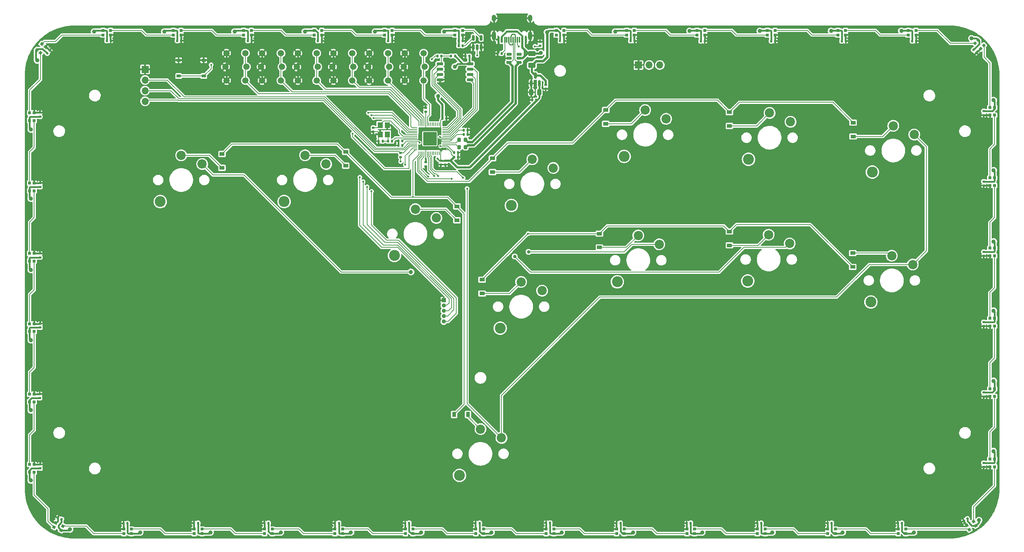
<source format=gbr>
%TF.GenerationSoftware,KiCad,Pcbnew,(6.0.6)*%
%TF.CreationDate,2023-02-28T15:56:07-05:00*%
%TF.ProjectId,fightstick_v2,66696768-7473-4746-9963-6b5f76322e6b,rev?*%
%TF.SameCoordinates,Original*%
%TF.FileFunction,Copper,L1,Top*%
%TF.FilePolarity,Positive*%
%FSLAX46Y46*%
G04 Gerber Fmt 4.6, Leading zero omitted, Abs format (unit mm)*
G04 Created by KiCad (PCBNEW (6.0.6)) date 2023-02-28 15:56:07*
%MOMM*%
%LPD*%
G01*
G04 APERTURE LIST*
G04 Aperture macros list*
%AMRoundRect*
0 Rectangle with rounded corners*
0 $1 Rounding radius*
0 $2 $3 $4 $5 $6 $7 $8 $9 X,Y pos of 4 corners*
0 Add a 4 corners polygon primitive as box body*
4,1,4,$2,$3,$4,$5,$6,$7,$8,$9,$2,$3,0*
0 Add four circle primitives for the rounded corners*
1,1,$1+$1,$2,$3*
1,1,$1+$1,$4,$5*
1,1,$1+$1,$6,$7*
1,1,$1+$1,$8,$9*
0 Add four rect primitives between the rounded corners*
20,1,$1+$1,$2,$3,$4,$5,0*
20,1,$1+$1,$4,$5,$6,$7,0*
20,1,$1+$1,$6,$7,$8,$9,0*
20,1,$1+$1,$8,$9,$2,$3,0*%
%AMRotRect*
0 Rectangle, with rotation*
0 The origin of the aperture is its center*
0 $1 length*
0 $2 width*
0 $3 Rotation angle, in degrees counterclockwise*
0 Add horizontal line*
21,1,$1,$2,0,0,$3*%
G04 Aperture macros list end*
%TA.AperFunction,SMDPad,CuDef*%
%ADD10R,1.200000X0.900000*%
%TD*%
%TA.AperFunction,ComponentPad*%
%ADD11R,1.700000X1.700000*%
%TD*%
%TA.AperFunction,ComponentPad*%
%ADD12O,1.700000X1.700000*%
%TD*%
%TA.AperFunction,SMDPad,CuDef*%
%ADD13RoundRect,0.140000X0.044010X-0.215785X0.220220X0.001816X-0.044010X0.215785X-0.220220X-0.001816X0*%
%TD*%
%TA.AperFunction,SMDPad,CuDef*%
%ADD14RoundRect,0.140000X0.140000X0.170000X-0.140000X0.170000X-0.140000X-0.170000X0.140000X-0.170000X0*%
%TD*%
%TA.AperFunction,SMDPad,CuDef*%
%ADD15R,0.700000X0.700000*%
%TD*%
%TA.AperFunction,SMDPad,CuDef*%
%ADD16RoundRect,0.140000X-0.170000X0.140000X-0.170000X-0.140000X0.170000X-0.140000X0.170000X0.140000X0*%
%TD*%
%TA.AperFunction,SMDPad,CuDef*%
%ADD17R,1.000000X0.750000*%
%TD*%
%TA.AperFunction,SMDPad,CuDef*%
%ADD18RoundRect,0.140000X-0.140000X-0.170000X0.140000X-0.170000X0.140000X0.170000X-0.140000X0.170000X0*%
%TD*%
%TA.AperFunction,SMDPad,CuDef*%
%ADD19RoundRect,0.140000X0.170000X-0.140000X0.170000X0.140000X-0.170000X0.140000X-0.170000X-0.140000X0*%
%TD*%
%TA.AperFunction,ComponentPad*%
%ADD20C,1.508000*%
%TD*%
%TA.AperFunction,SMDPad,CuDef*%
%ADD21RoundRect,0.225000X0.225000X0.250000X-0.225000X0.250000X-0.225000X-0.250000X0.225000X-0.250000X0*%
%TD*%
%TA.AperFunction,SMDPad,CuDef*%
%ADD22RoundRect,0.150000X-0.650000X-0.150000X0.650000X-0.150000X0.650000X0.150000X-0.650000X0.150000X0*%
%TD*%
%TA.AperFunction,SMDPad,CuDef*%
%ADD23R,0.900000X1.200000*%
%TD*%
%TA.AperFunction,ComponentPad*%
%ADD24C,2.600000*%
%TD*%
%TA.AperFunction,ComponentPad*%
%ADD25C,2.200000*%
%TD*%
%TA.AperFunction,SMDPad,CuDef*%
%ADD26RotRect,0.700000X0.700000X210.000000*%
%TD*%
%TA.AperFunction,SMDPad,CuDef*%
%ADD27RotRect,0.700000X0.700000X30.000000*%
%TD*%
%TA.AperFunction,SMDPad,CuDef*%
%ADD28RoundRect,0.050000X-0.050000X0.387500X-0.050000X-0.387500X0.050000X-0.387500X0.050000X0.387500X0*%
%TD*%
%TA.AperFunction,SMDPad,CuDef*%
%ADD29RoundRect,0.050000X-0.387500X0.050000X-0.387500X-0.050000X0.387500X-0.050000X0.387500X0.050000X0*%
%TD*%
%TA.AperFunction,ComponentPad*%
%ADD30C,0.600000*%
%TD*%
%TA.AperFunction,SMDPad,CuDef*%
%ADD31RoundRect,0.144000X-1.456000X1.456000X-1.456000X-1.456000X1.456000X-1.456000X1.456000X1.456000X0*%
%TD*%
%TA.AperFunction,SMDPad,CuDef*%
%ADD32RotRect,0.700000X0.700000X316.000000*%
%TD*%
%TA.AperFunction,SMDPad,CuDef*%
%ADD33RotRect,0.700000X0.700000X136.000000*%
%TD*%
%TA.AperFunction,SMDPad,CuDef*%
%ADD34RoundRect,0.150000X-0.475000X-0.150000X0.475000X-0.150000X0.475000X0.150000X-0.475000X0.150000X0*%
%TD*%
%TA.AperFunction,SMDPad,CuDef*%
%ADD35RoundRect,0.250000X0.250000X0.475000X-0.250000X0.475000X-0.250000X-0.475000X0.250000X-0.475000X0*%
%TD*%
%TA.AperFunction,SMDPad,CuDef*%
%ADD36RoundRect,0.140000X0.036244X0.217224X-0.206244X0.077224X-0.036244X-0.217224X0.206244X-0.077224X0*%
%TD*%
%TA.AperFunction,SMDPad,CuDef*%
%ADD37RoundRect,0.150000X0.150000X-0.587500X0.150000X0.587500X-0.150000X0.587500X-0.150000X-0.587500X0*%
%TD*%
%TA.AperFunction,SMDPad,CuDef*%
%ADD38RotRect,0.700000X0.700000X51.000000*%
%TD*%
%TA.AperFunction,SMDPad,CuDef*%
%ADD39RotRect,0.700000X0.700000X231.000000*%
%TD*%
%TA.AperFunction,SMDPad,CuDef*%
%ADD40RoundRect,0.140000X0.195295X0.101783X-0.062446X0.211188X-0.195295X-0.101783X0.062446X-0.211188X0*%
%TD*%
%TA.AperFunction,SMDPad,CuDef*%
%ADD41RoundRect,0.150000X0.150000X-0.512500X0.150000X0.512500X-0.150000X0.512500X-0.150000X-0.512500X0*%
%TD*%
%TA.AperFunction,SMDPad,CuDef*%
%ADD42RotRect,0.700000X0.700000X157.000000*%
%TD*%
%TA.AperFunction,SMDPad,CuDef*%
%ADD43RotRect,0.700000X0.700000X337.000000*%
%TD*%
%TA.AperFunction,ComponentPad*%
%ADD44R,1.000000X1.000000*%
%TD*%
%TA.AperFunction,ComponentPad*%
%ADD45O,1.000000X1.000000*%
%TD*%
%TA.AperFunction,SMDPad,CuDef*%
%ADD46RoundRect,0.250000X-0.625000X0.375000X-0.625000X-0.375000X0.625000X-0.375000X0.625000X0.375000X0*%
%TD*%
%TA.AperFunction,SMDPad,CuDef*%
%ADD47RoundRect,0.140000X-0.218799X-0.025036X-0.017384X-0.219540X0.218799X0.025036X0.017384X0.219540X0*%
%TD*%
%TA.AperFunction,SMDPad,CuDef*%
%ADD48R,0.600000X1.450000*%
%TD*%
%TA.AperFunction,SMDPad,CuDef*%
%ADD49R,0.300000X1.450000*%
%TD*%
%TA.AperFunction,ComponentPad*%
%ADD50O,1.000000X1.600000*%
%TD*%
%TA.AperFunction,ComponentPad*%
%ADD51O,1.000000X2.100000*%
%TD*%
%TA.AperFunction,SMDPad,CuDef*%
%ADD52R,1.200000X1.400000*%
%TD*%
%TA.AperFunction,ViaPad*%
%ADD53C,1.000000*%
%TD*%
%TA.AperFunction,ViaPad*%
%ADD54C,0.800000*%
%TD*%
%TA.AperFunction,ViaPad*%
%ADD55C,0.500000*%
%TD*%
%TA.AperFunction,Conductor*%
%ADD56C,0.500000*%
%TD*%
%TA.AperFunction,Conductor*%
%ADD57C,0.400000*%
%TD*%
%TA.AperFunction,Conductor*%
%ADD58C,0.200000*%
%TD*%
%TA.AperFunction,Conductor*%
%ADD59C,0.300000*%
%TD*%
%TA.AperFunction,Conductor*%
%ADD60C,0.600000*%
%TD*%
%TA.AperFunction,Conductor*%
%ADD61C,0.250000*%
%TD*%
G04 APERTURE END LIST*
D10*
%TO.P,D2,1,K*%
%TO.N,ROW0*%
X123000000Y-54350000D03*
%TO.P,D2,2,A*%
%TO.N,Net-(D2-Pad2)*%
X123000000Y-57650000D03*
%TD*%
D11*
%TO.P,J2,1,Pin_1*%
%TO.N,GND*%
X75150000Y-34650000D03*
D12*
%TO.P,J2,2,Pin_2*%
%TO.N,/SWCLK*%
X75150000Y-37190000D03*
%TO.P,J2,3,Pin_3*%
%TO.N,/SWD*%
X75150000Y-39730000D03*
%TO.P,J2,4,Pin_4*%
%TO.N,RESET*%
X75150000Y-42270000D03*
%TD*%
D13*
%TO.P,C24,1*%
%TO.N,+5V*%
X51797926Y-30823030D03*
%TO.P,C24,2*%
%TO.N,GND*%
X52402074Y-30076970D03*
%TD*%
D14*
%TO.P,C40,1*%
%TO.N,+5V*%
X205280000Y-142950000D03*
%TO.P,C40,2*%
%TO.N,GND*%
X204320000Y-142950000D03*
%TD*%
D15*
%TO.P,D21,1,VDD*%
%TO.N,+5V*%
X115459429Y-25350000D03*
%TO.P,D21,2,DOUT*%
%TO.N,Net-(D21-Pad2)*%
X115459429Y-26450000D03*
%TO.P,D21,3,VSS*%
%TO.N,GND*%
X117289429Y-26450000D03*
%TO.P,D21,4,DIN*%
%TO.N,Net-(D17-Pad2)*%
X117289429Y-25350000D03*
%TD*%
D10*
%TO.P,D9,1,K*%
%TO.N,ROW2*%
X155500000Y-84850000D03*
%TO.P,D9,2,A*%
%TO.N,Net-(D9-Pad2)*%
X155500000Y-88150000D03*
%TD*%
D16*
%TO.P,C16,1*%
%TO.N,+3V3*%
X145700000Y-56420000D03*
%TO.P,C16,2*%
%TO.N,GND*%
X145700000Y-57380000D03*
%TD*%
D15*
%TO.P,D23,1,VDD*%
%TO.N,+5V*%
X206205072Y-145450000D03*
%TO.P,D23,2,DOUT*%
%TO.N,Net-(D23-Pad2)*%
X206205072Y-144350000D03*
%TO.P,D23,3,VSS*%
%TO.N,GND*%
X204375072Y-144350000D03*
%TO.P,D23,4,DIN*%
%TO.N,Net-(D19-Pad2)*%
X204375072Y-145450000D03*
%TD*%
%TO.P,D22,1,VDD*%
%TO.N,+5V*%
X47628419Y-130772822D03*
%TO.P,D22,2,DOUT*%
%TO.N,Net-(D22-Pad2)*%
X48728419Y-130772822D03*
%TO.P,D22,3,VSS*%
%TO.N,GND*%
X48728419Y-128942822D03*
%TO.P,D22,4,DIN*%
%TO.N,Net-(D18-Pad2)*%
X47628419Y-128942822D03*
%TD*%
%TO.P,D17,1,VDD*%
%TO.N,+5V*%
X132245608Y-25350000D03*
%TO.P,D17,2,DOUT*%
%TO.N,Net-(D17-Pad2)*%
X132245608Y-26450000D03*
%TO.P,D17,3,VSS*%
%TO.N,GND*%
X134075608Y-26450000D03*
%TO.P,D17,4,DIN*%
%TO.N,Net-(D13-Pad2)*%
X134075608Y-25350000D03*
%TD*%
D17*
%TO.P,S1,A*%
%TO.N,GND*%
X83150000Y-32475000D03*
%TO.P,S1,B*%
X89150000Y-32475000D03*
%TO.P,S1,C*%
%TO.N,/~{USB_BOOT}*%
X83150000Y-36225000D03*
%TO.P,S1,D*%
X89150000Y-36225000D03*
%TD*%
D18*
%TO.P,C22,1*%
%TO.N,+5V*%
X82820000Y-27800000D03*
%TO.P,C22,2*%
%TO.N,GND*%
X83780000Y-27800000D03*
%TD*%
D19*
%TO.P,C13,1*%
%TO.N,+3V3*%
X142062502Y-44780000D03*
%TO.P,C13,2*%
%TO.N,GND*%
X142062502Y-43820000D03*
%TD*%
D14*
%TO.P,C3,1*%
%TO.N,Net-(C3-Pad1)*%
X131792501Y-51799999D03*
%TO.P,C3,2*%
%TO.N,GND*%
X130832501Y-51799999D03*
%TD*%
D10*
%TO.P,D12,1,K*%
%TO.N,ROW2*%
X243900000Y-81800000D03*
%TO.P,D12,2,A*%
%TO.N,Net-(D12-Pad2)*%
X243900000Y-78500000D03*
%TD*%
D14*
%TO.P,C39,1*%
%TO.N,+5V*%
X188530000Y-142950000D03*
%TO.P,C39,2*%
%TO.N,GND*%
X187570000Y-142950000D03*
%TD*%
D15*
%TO.P,D29,1,VDD*%
%TO.N,+5V*%
X81887070Y-25350000D03*
%TO.P,D29,2,DOUT*%
%TO.N,Net-(D29-Pad2)*%
X81887070Y-26450000D03*
%TO.P,D29,3,VSS*%
%TO.N,GND*%
X83717070Y-26450000D03*
%TO.P,D29,4,DIN*%
%TO.N,Net-(D25-Pad2)*%
X83717070Y-25350000D03*
%TD*%
D20*
%TO.P,SW17,1,1*%
%TO.N,SP5*%
X133075632Y-37301730D03*
X133325632Y-34051730D03*
X133075632Y-30801730D03*
%TO.P,SW17,2,2*%
%TO.N,GND*%
X128575632Y-37301730D03*
X128575632Y-30801730D03*
X128325632Y-34051730D03*
%TD*%
D15*
%TO.P,D24,1,VDD*%
%TO.N,+5V*%
X277728419Y-43719515D03*
%TO.P,D24,2,DOUT*%
%TO.N,Net-(D24-Pad2)*%
X276628419Y-43719515D03*
%TO.P,D24,3,VSS*%
%TO.N,GND*%
X276628419Y-45549515D03*
%TO.P,D24,4,DIN*%
%TO.N,Net-(D20-Pad2)*%
X277728419Y-45549515D03*
%TD*%
%TO.P,D18,1,VDD*%
%TO.N,+5V*%
X47628419Y-113986642D03*
%TO.P,D18,2,DOUT*%
%TO.N,Net-(D18-Pad2)*%
X48728419Y-113986642D03*
%TO.P,D18,3,VSS*%
%TO.N,GND*%
X48728419Y-112156642D03*
%TO.P,D18,4,DIN*%
%TO.N,Net-(D14-Pad2)*%
X47628419Y-112156642D03*
%TD*%
D21*
%TO.P,R4,1*%
%TO.N,USB_D-*%
X151587500Y-53200001D03*
%TO.P,R4,2*%
%TO.N,Net-(R4-Pad2)*%
X150037500Y-53200001D03*
%TD*%
D16*
%TO.P,C49,1*%
%TO.N,+5V*%
X275150000Y-61420000D03*
%TO.P,C49,2*%
%TO.N,GND*%
X275150000Y-62380000D03*
%TD*%
%TO.P,C2,1*%
%TO.N,/XIN*%
X129562500Y-48570001D03*
%TO.P,C2,2*%
%TO.N,GND*%
X129562500Y-49530001D03*
%TD*%
D18*
%TO.P,C21,1*%
%TO.N,+5V*%
X99620000Y-27800000D03*
%TO.P,C21,2*%
%TO.N,GND*%
X100580000Y-27800000D03*
%TD*%
D11*
%TO.P,J3,1,Pin_1*%
%TO.N,GND*%
X192820000Y-33600000D03*
D12*
%TO.P,J3,2,Pin_2*%
%TO.N,VBUS*%
X195360000Y-33600000D03*
%TO.P,J3,3,Pin_3*%
%TO.N,+5V*%
X197900000Y-33600000D03*
%TD*%
D18*
%TO.P,C55,1*%
%TO.N,+5V*%
X207670000Y-27900000D03*
%TO.P,C55,2*%
%TO.N,GND*%
X208630000Y-27900000D03*
%TD*%
D14*
%TO.P,C34,1*%
%TO.N,+5V*%
X104580000Y-142950000D03*
%TO.P,C34,2*%
%TO.N,GND*%
X103620000Y-142950000D03*
%TD*%
%TO.P,C38,1*%
%TO.N,+5V*%
X171730000Y-142900000D03*
%TO.P,C38,2*%
%TO.N,GND*%
X170770000Y-142900000D03*
%TD*%
D18*
%TO.P,C52,1*%
%TO.N,+5V*%
X258070000Y-27900000D03*
%TO.P,C52,2*%
%TO.N,GND*%
X259030000Y-27900000D03*
%TD*%
D14*
%TO.P,C32,1*%
%TO.N,+5V*%
X70980000Y-143000000D03*
%TO.P,C32,2*%
%TO.N,GND*%
X70020000Y-143000000D03*
%TD*%
D18*
%TO.P,C8,1*%
%TO.N,+1V1*%
X148820000Y-54500000D03*
%TO.P,C8,2*%
%TO.N,GND*%
X149780000Y-54500000D03*
%TD*%
D15*
%TO.P,D41,1,VDD*%
%TO.N,+5V*%
X47628419Y-46841924D03*
%TO.P,D41,2,DOUT*%
%TO.N,Net-(D41-Pad2)*%
X48728419Y-46841924D03*
%TO.P,D41,3,VSS*%
%TO.N,GND*%
X48728419Y-45011924D03*
%TO.P,D41,4,DIN*%
%TO.N,Net-(D37-Pad2)*%
X47628419Y-45011924D03*
%TD*%
D19*
%TO.P,C26,1*%
%TO.N,+5V*%
X50150000Y-62730000D03*
%TO.P,C26,2*%
%TO.N,GND*%
X50150000Y-61770000D03*
%TD*%
D16*
%TO.P,R6,1*%
%TO.N,GND*%
X169350000Y-28070000D03*
%TO.P,R6,2*%
%TO.N,Net-(J1-PadA5)*%
X169350000Y-29030000D03*
%TD*%
D22*
%TO.P,U2,1,~{CS}*%
%TO.N,/QSPI_SS*%
X145500000Y-33295000D03*
%TO.P,U2,2,DO(IO1)*%
%TO.N,/QSPI_SD1*%
X145500000Y-34565000D03*
%TO.P,U2,3,IO2*%
%TO.N,/QSPI_SD2*%
X145500000Y-35835000D03*
%TO.P,U2,4,GND*%
%TO.N,GND*%
X145500000Y-37105000D03*
%TO.P,U2,5,DI(IO0)*%
%TO.N,/QSPI_SD0*%
X152700000Y-37105000D03*
%TO.P,U2,6,CLK*%
%TO.N,/QSPI_SCLK*%
X152700000Y-35835000D03*
%TO.P,U2,7,IO3*%
%TO.N,/QSPI_SD3*%
X152700000Y-34565000D03*
%TO.P,U2,8,VCC*%
%TO.N,+3V3*%
X152700000Y-33295000D03*
%TD*%
D16*
%TO.P,C50,1*%
%TO.N,+5V*%
X275150000Y-44620000D03*
%TO.P,C50,2*%
%TO.N,GND*%
X275150000Y-45580000D03*
%TD*%
D15*
%TO.P,D51,1,VDD*%
%TO.N,+5V*%
X277728419Y-94078054D03*
%TO.P,D51,2,DOUT*%
%TO.N,Net-(D16-Pad4)*%
X276628419Y-94078054D03*
%TO.P,D51,3,VSS*%
%TO.N,GND*%
X276628419Y-95908054D03*
%TO.P,D51,4,DIN*%
%TO.N,Net-(D47-Pad2)*%
X277728419Y-95908054D03*
%TD*%
%TO.P,D20,1,VDD*%
%TO.N,+5V*%
X277728419Y-60505695D03*
%TO.P,D20,2,DOUT*%
%TO.N,Net-(D20-Pad2)*%
X276628419Y-60505695D03*
%TO.P,D20,3,VSS*%
%TO.N,GND*%
X276628419Y-62335695D03*
%TO.P,D20,4,DIN*%
%TO.N,Net-(D16-Pad2)*%
X277728419Y-62335695D03*
%TD*%
D10*
%TO.P,D3,1,K*%
%TO.N,ROW0*%
X149500000Y-67350000D03*
%TO.P,D3,2,A*%
%TO.N,Net-(D3-Pad2)*%
X149500000Y-70650000D03*
%TD*%
D20*
%TO.P,SW14,1,1*%
%TO.N,SP2*%
X107575632Y-30801730D03*
X107825632Y-34051730D03*
X107575632Y-37301730D03*
%TO.P,SW14,2,2*%
%TO.N,GND*%
X103075632Y-37301730D03*
X102825632Y-34051730D03*
X103075632Y-30801730D03*
%TD*%
D23*
%TO.P,D4,1,K*%
%TO.N,ROW0*%
X148850000Y-117000000D03*
%TO.P,D4,2,A*%
%TO.N,Net-(D4-Pad2)*%
X152150000Y-117000000D03*
%TD*%
D14*
%TO.P,R2,1*%
%TO.N,+3V3*%
X149080000Y-31450000D03*
%TO.P,R2,2*%
%TO.N,/QSPI_SS*%
X148120000Y-31450000D03*
%TD*%
D15*
%TO.P,D45,1,VDD*%
%TO.N,+5V*%
X47628419Y-63628104D03*
%TO.P,D45,2,DOUT*%
%TO.N,Net-(D45-Pad2)*%
X48728419Y-63628104D03*
%TO.P,D45,3,VSS*%
%TO.N,GND*%
X48728419Y-61798104D03*
%TO.P,D45,4,DIN*%
%TO.N,Net-(D41-Pad2)*%
X47628419Y-61798104D03*
%TD*%
D10*
%TO.P,D1,1,K*%
%TO.N,ROW0*%
X93500000Y-54850000D03*
%TO.P,D1,2,A*%
%TO.N,Net-(D1-Pad2)*%
X93500000Y-58150000D03*
%TD*%
D16*
%TO.P,C11,1*%
%TO.N,+3V3*%
X146750000Y-56420000D03*
%TO.P,C11,2*%
%TO.N,GND*%
X146750000Y-57380000D03*
%TD*%
%TO.P,C45,1*%
%TO.N,+5V*%
X275150000Y-128570000D03*
%TO.P,C45,2*%
%TO.N,GND*%
X275150000Y-129530000D03*
%TD*%
D15*
%TO.P,D14,1,VDD*%
%TO.N,+5V*%
X47628419Y-97200463D03*
%TO.P,D14,2,DOUT*%
%TO.N,Net-(D14-Pad2)*%
X48728419Y-97200463D03*
%TO.P,D14,3,VSS*%
%TO.N,GND*%
X48728419Y-95370463D03*
%TO.P,D14,4,DIN*%
%TO.N,Net-(D14-Pad4)*%
X47628419Y-95370463D03*
%TD*%
D18*
%TO.P,C18,1*%
%TO.N,+5V*%
X149920000Y-27850000D03*
%TO.P,C18,2*%
%TO.N,GND*%
X150880000Y-27850000D03*
%TD*%
D10*
%TO.P,D5,1,K*%
%TO.N,ROW1*%
X158000000Y-55850000D03*
%TO.P,D5,2,A*%
%TO.N,Net-(D5-Pad2)*%
X158000000Y-59150000D03*
%TD*%
D15*
%TO.P,D44,1,VDD*%
%TO.N,+5V*%
X206775000Y-25350000D03*
%TO.P,D44,2,DOUT*%
%TO.N,Net-(D44-Pad2)*%
X206775000Y-26450000D03*
%TO.P,D44,3,VSS*%
%TO.N,GND*%
X208605000Y-26450000D03*
%TO.P,D44,4,DIN*%
%TO.N,Net-(D40-Pad2)*%
X208605000Y-25350000D03*
%TD*%
D24*
%TO.P,SW6,*%
%TO.N,*%
X189394878Y-55405526D03*
D25*
%TO.P,SW6,1,1*%
%TO.N,Net-(D6-Pad2)*%
X194394878Y-44355526D03*
%TO.P,SW6,2,2*%
%TO.N,COL1*%
X199394878Y-46455526D03*
%TD*%
D19*
%TO.P,C27,1*%
%TO.N,+5V*%
X50100000Y-79530000D03*
%TO.P,C27,2*%
%TO.N,GND*%
X50100000Y-78570000D03*
%TD*%
D24*
%TO.P,SW8,*%
%TO.N,*%
X248576264Y-59166110D03*
D25*
%TO.P,SW8,1,1*%
%TO.N,Net-(D8-Pad2)*%
X253576264Y-48116110D03*
%TO.P,SW8,2,2*%
%TO.N,COL3*%
X258576264Y-50216110D03*
%TD*%
D15*
%TO.P,D40,1,VDD*%
%TO.N,+5V*%
X223561179Y-25350000D03*
%TO.P,D40,2,DOUT*%
%TO.N,Net-(D40-Pad2)*%
X223561179Y-26450000D03*
%TO.P,D40,3,VSS*%
%TO.N,GND*%
X225391179Y-26450000D03*
%TO.P,D40,4,DIN*%
%TO.N,Net-(D36-Pad2)*%
X225391179Y-25350000D03*
%TD*%
D26*
%TO.P,D39,1,VDD*%
%TO.N,+5V*%
X273263017Y-143548814D03*
%TO.P,D39,2,DOUT*%
%TO.N,Net-(D39-Pad2)*%
X272713017Y-142596186D03*
D27*
%TO.P,D39,3,VSS*%
%TO.N,GND*%
X271128191Y-143511186D03*
%TO.P,D39,4,DIN*%
%TO.N,Net-(D35-Pad2)*%
X271678191Y-144463814D03*
%TD*%
D16*
%TO.P,C1,1*%
%TO.N,+5V*%
X170700000Y-38320000D03*
%TO.P,C1,2*%
%TO.N,GND*%
X170700000Y-39280000D03*
%TD*%
D14*
%TO.P,C7,1*%
%TO.N,+1V1*%
X136517499Y-52800001D03*
%TO.P,C7,2*%
%TO.N,GND*%
X135557499Y-52800001D03*
%TD*%
%TO.P,R5,1*%
%TO.N,/XOUT*%
X134042502Y-51800000D03*
%TO.P,R5,2*%
%TO.N,Net-(C3-Pad1)*%
X133082502Y-51800000D03*
%TD*%
D18*
%TO.P,C19,1*%
%TO.N,+5V*%
X133120000Y-27800000D03*
%TO.P,C19,2*%
%TO.N,GND*%
X134080000Y-27800000D03*
%TD*%
%TO.P,R7,1*%
%TO.N,GND*%
X159220000Y-30850000D03*
%TO.P,R7,2*%
%TO.N,Net-(J1-PadB5)*%
X160180000Y-30850000D03*
%TD*%
D14*
%TO.P,C33,1*%
%TO.N,+5V*%
X87780000Y-142950000D03*
%TO.P,C33,2*%
%TO.N,GND*%
X86820000Y-142950000D03*
%TD*%
D24*
%TO.P,SW7,*%
%TO.N,*%
X219065244Y-56106652D03*
D25*
%TO.P,SW7,1,1*%
%TO.N,Net-(D7-Pad2)*%
X224065244Y-45056652D03*
%TO.P,SW7,2,2*%
%TO.N,COL2*%
X229065244Y-47156652D03*
%TD*%
D14*
%TO.P,C42,1*%
%TO.N,+5V*%
X238880000Y-142950000D03*
%TO.P,C42,2*%
%TO.N,GND*%
X237920000Y-142950000D03*
%TD*%
D15*
%TO.P,D19,1,VDD*%
%TO.N,+5V*%
X189418893Y-145450000D03*
%TO.P,D19,2,DOUT*%
%TO.N,Net-(D19-Pad2)*%
X189418893Y-144350000D03*
%TO.P,D19,3,VSS*%
%TO.N,GND*%
X187588893Y-144350000D03*
%TO.P,D19,4,DIN*%
%TO.N,Net-(D15-Pad2)*%
X187588893Y-145450000D03*
%TD*%
%TO.P,D15,1,VDD*%
%TO.N,+5V*%
X172632713Y-145450000D03*
%TO.P,D15,2,DOUT*%
%TO.N,Net-(D15-Pad2)*%
X172632713Y-144350000D03*
%TO.P,D15,3,VSS*%
%TO.N,GND*%
X170802713Y-144350000D03*
%TO.P,D15,4,DIN*%
%TO.N,Net-(D15-Pad4)*%
X170802713Y-145450000D03*
%TD*%
D18*
%TO.P,C57,1*%
%TO.N,+5V*%
X174120000Y-27850000D03*
%TO.P,C57,2*%
%TO.N,GND*%
X175080000Y-27850000D03*
%TD*%
D28*
%TO.P,U3,1,IOVDD*%
%TO.N,+3V3*%
X145662500Y-47762501D03*
%TO.P,U3,2,GPIO0*%
%TO.N,/GPIO0*%
X145262500Y-47762501D03*
%TO.P,U3,3,GPIO1*%
%TO.N,/GPIO1*%
X144862500Y-47762501D03*
%TO.P,U3,4,GPIO2*%
%TO.N,/GPIO2*%
X144462500Y-47762501D03*
%TO.P,U3,5,GPIO3*%
%TO.N,/GPIO3*%
X144062500Y-47762501D03*
%TO.P,U3,6,GPIO4*%
%TO.N,/GPIO4*%
X143662500Y-47762501D03*
%TO.P,U3,7,GPIO5*%
%TO.N,/GPIO5*%
X143262500Y-47762501D03*
%TO.P,U3,8,GPIO6*%
%TO.N,/GPIO6*%
X142862500Y-47762501D03*
%TO.P,U3,9,GPIO7*%
%TO.N,SP6*%
X142462500Y-47762501D03*
%TO.P,U3,10,IOVDD*%
%TO.N,+3V3*%
X142062500Y-47762501D03*
%TO.P,U3,11,GPIO8*%
%TO.N,SP5*%
X141662500Y-47762501D03*
%TO.P,U3,12,GPIO9*%
%TO.N,SP4*%
X141262500Y-47762501D03*
%TO.P,U3,13,GPIO10*%
%TO.N,SP3*%
X140862500Y-47762501D03*
%TO.P,U3,14,GPIO11*%
%TO.N,SP2*%
X140462500Y-47762501D03*
D29*
%TO.P,U3,15,GPIO12*%
%TO.N,SP1*%
X139625000Y-48600001D03*
%TO.P,U3,16,GPIO13*%
%TO.N,JOY1*%
X139625000Y-49000001D03*
%TO.P,U3,17,GPIO14*%
%TO.N,JOY2*%
X139625000Y-49400001D03*
%TO.P,U3,18,GPIO15*%
%TO.N,JOY3*%
X139625000Y-49800001D03*
%TO.P,U3,19,TESTEN*%
%TO.N,GND*%
X139625000Y-50200001D03*
%TO.P,U3,20,XIN*%
%TO.N,/XIN*%
X139625000Y-50600001D03*
%TO.P,U3,21,XOUT*%
%TO.N,/XOUT*%
X139625000Y-51000001D03*
%TO.P,U3,22,IOVDD*%
%TO.N,+3V3*%
X139625000Y-51400001D03*
%TO.P,U3,23,DVDD*%
%TO.N,+1V1*%
X139625000Y-51800001D03*
%TO.P,U3,24,SWCLK*%
%TO.N,/SWCLK*%
X139625000Y-52200001D03*
%TO.P,U3,25,SWD*%
%TO.N,/SWD*%
X139625000Y-52600001D03*
%TO.P,U3,26,RUN*%
%TO.N,RESET*%
X139625000Y-53000001D03*
%TO.P,U3,27,GPIO16*%
%TO.N,JOY4*%
X139625000Y-53400001D03*
%TO.P,U3,28,GPIO17*%
%TO.N,D_ARGB_3V3*%
X139625000Y-53800001D03*
D28*
%TO.P,U3,29,GPIO18*%
%TO.N,ROW0*%
X140462500Y-54637501D03*
%TO.P,U3,30,GPIO19*%
%TO.N,ROW1*%
X140862500Y-54637501D03*
%TO.P,U3,31,GPIO20*%
%TO.N,ROW2*%
X141262500Y-54637501D03*
%TO.P,U3,32,GPIO21*%
%TO.N,COL0*%
X141662500Y-54637501D03*
%TO.P,U3,33,IOVDD*%
%TO.N,+3V3*%
X142062500Y-54637501D03*
%TO.P,U3,34,GPIO22*%
%TO.N,COL1*%
X142462500Y-54637501D03*
%TO.P,U3,35,GPIO23*%
%TO.N,COL2*%
X142862500Y-54637501D03*
%TO.P,U3,36,GPIO24*%
%TO.N,COL3*%
X143262500Y-54637501D03*
%TO.P,U3,37,GPIO25*%
%TO.N,/GPIO25*%
X143662500Y-54637501D03*
%TO.P,U3,38,GPIO26_ADC0*%
%TO.N,/GPIO26_ADC0*%
X144062500Y-54637501D03*
%TO.P,U3,39,GPIO27_ADC1*%
%TO.N,/GPIO27_ADC1*%
X144462500Y-54637501D03*
%TO.P,U3,40,GPIO28_ADC2*%
%TO.N,/GPIO28_ADC2*%
X144862500Y-54637501D03*
%TO.P,U3,41,GPIO29_ADC3*%
%TO.N,/GPIO29_ADC3*%
X145262500Y-54637501D03*
%TO.P,U3,42,IOVDD*%
%TO.N,+3V3*%
X145662500Y-54637501D03*
D29*
%TO.P,U3,43,ADC_AVDD*%
X146500000Y-53800001D03*
%TO.P,U3,44,VREG_IN*%
X146500000Y-53400001D03*
%TO.P,U3,45,VREG_VOUT*%
%TO.N,+1V1*%
X146500000Y-53000001D03*
%TO.P,U3,46,USB_DM*%
%TO.N,Net-(R4-Pad2)*%
X146500000Y-52600001D03*
%TO.P,U3,47,USB_DP*%
%TO.N,Net-(R3-Pad2)*%
X146500000Y-52200001D03*
%TO.P,U3,48,USB_VDD*%
%TO.N,+3V3*%
X146500000Y-51800001D03*
%TO.P,U3,49,IOVDD*%
X146500000Y-51400001D03*
%TO.P,U3,50,DVDD*%
%TO.N,+1V1*%
X146500000Y-51000001D03*
%TO.P,U3,51,QSPI_SD3*%
%TO.N,/QSPI_SD3*%
X146500000Y-50600001D03*
%TO.P,U3,52,QSPI_SCLK*%
%TO.N,/QSPI_SCLK*%
X146500000Y-50200001D03*
%TO.P,U3,53,QSPI_SD0*%
%TO.N,/QSPI_SD0*%
X146500000Y-49800001D03*
%TO.P,U3,54,QSPI_SD2*%
%TO.N,/QSPI_SD2*%
X146500000Y-49400001D03*
%TO.P,U3,55,QSPI_SD1*%
%TO.N,/QSPI_SD1*%
X146500000Y-49000001D03*
%TO.P,U3,56,QSPI_SS*%
%TO.N,/QSPI_SS*%
X146500000Y-48600001D03*
D30*
%TO.P,U3,57,GND*%
%TO.N,GND*%
X144337500Y-52475001D03*
X141787500Y-52475001D03*
D31*
X143062500Y-51200001D03*
D30*
X144337500Y-51200001D03*
X143062500Y-51200001D03*
X141787500Y-49925001D03*
X141787500Y-51200001D03*
X143062500Y-52475001D03*
X143062500Y-49925001D03*
X144337500Y-49925001D03*
%TD*%
D24*
%TO.P,SW1,*%
%TO.N,*%
X78780574Y-66201730D03*
D25*
%TO.P,SW1,1,1*%
%TO.N,Net-(D1-Pad2)*%
X83780574Y-55151730D03*
%TO.P,SW1,2,2*%
%TO.N,COL0*%
X88780574Y-57251730D03*
%TD*%
D24*
%TO.P,SW11,*%
%TO.N,*%
X218858182Y-85167936D03*
D25*
%TO.P,SW11,1,1*%
%TO.N,Net-(D11-Pad2)*%
X223858182Y-74117936D03*
%TO.P,SW11,2,2*%
%TO.N,COL2*%
X228858182Y-76217936D03*
%TD*%
D14*
%TO.P,C58,1*%
%TO.N,Net-(C58-Pad1)*%
X150880000Y-29000000D03*
%TO.P,C58,2*%
%TO.N,+5V*%
X149920000Y-29000000D03*
%TD*%
D20*
%TO.P,SW15,1,1*%
%TO.N,SP3*%
X116075632Y-30801730D03*
X116325632Y-34051730D03*
X116075632Y-37301730D03*
%TO.P,SW15,2,2*%
%TO.N,GND*%
X111325632Y-34051730D03*
X111575632Y-37301730D03*
X111575632Y-30801730D03*
%TD*%
D32*
%TO.P,D28,1,VDD*%
%TO.N,+5V*%
X273823866Y-27658751D03*
%TO.P,D28,2,DOUT*%
%TO.N,Net-(D28-Pad2)*%
X273059742Y-28450024D03*
D33*
%TO.P,D28,3,VSS*%
%TO.N,GND*%
X274376134Y-29721249D03*
%TO.P,D28,4,DIN*%
%TO.N,Net-(D24-Pad2)*%
X275140258Y-28929976D03*
%TD*%
D18*
%TO.P,C53,1*%
%TO.N,+5V*%
X241270000Y-27900000D03*
%TO.P,C53,2*%
%TO.N,GND*%
X242230000Y-27900000D03*
%TD*%
D15*
%TO.P,D52,1,VDD*%
%TO.N,+5V*%
X173202641Y-25350000D03*
%TO.P,D52,2,DOUT*%
%TO.N,unconnected-(D52-Pad2)*%
X173202641Y-26450000D03*
%TO.P,D52,3,VSS*%
%TO.N,GND*%
X175032641Y-26450000D03*
%TO.P,D52,4,DIN*%
%TO.N,Net-(D48-Pad2)*%
X175032641Y-25350000D03*
%TD*%
D34*
%TO.P,U4,1,IO1*%
%TO.N,unconnected-(U4-Pad1)*%
X161995000Y-31070000D03*
%TO.P,U4,2,VN*%
%TO.N,GND*%
X161995000Y-32020000D03*
%TO.P,U4,3,IO2*%
%TO.N,USB_D+*%
X161920000Y-32970000D03*
%TO.P,U4,4,IO3*%
%TO.N,USB_D-*%
X164345000Y-32970000D03*
%TO.P,U4,5,VP*%
%TO.N,VBUS*%
X164345000Y-32020000D03*
%TO.P,U4,6,IO4*%
%TO.N,unconnected-(U4-Pad6)*%
X164345000Y-31070000D03*
%TD*%
D20*
%TO.P,SW16,1,1*%
%TO.N,SP4*%
X124575632Y-30801730D03*
X124575632Y-37301730D03*
X124825632Y-34051730D03*
%TO.P,SW16,2,2*%
%TO.N,GND*%
X120075632Y-30801730D03*
X120075632Y-37301730D03*
X119825632Y-34051730D03*
%TD*%
D15*
%TO.P,D46,1,VDD*%
%TO.N,+5V*%
X139060354Y-145450000D03*
%TO.P,D46,2,DOUT*%
%TO.N,Net-(D46-Pad2)*%
X139060354Y-144350000D03*
%TO.P,D46,3,VSS*%
%TO.N,GND*%
X137230354Y-144350000D03*
%TO.P,D46,4,DIN*%
%TO.N,Net-(D42-Pad2)*%
X137230354Y-145450000D03*
%TD*%
%TO.P,D36,1,VDD*%
%TO.N,+5V*%
X240347359Y-25350000D03*
%TO.P,D36,2,DOUT*%
%TO.N,Net-(D36-Pad2)*%
X240347359Y-26450000D03*
%TO.P,D36,3,VSS*%
%TO.N,GND*%
X242177359Y-26450000D03*
%TO.P,D36,4,DIN*%
%TO.N,Net-(D32-Pad2)*%
X242177359Y-25350000D03*
%TD*%
D20*
%TO.P,SW19,1,1*%
%TO.N,SP6*%
X141575632Y-30801730D03*
X141575632Y-37301730D03*
X141825632Y-34051730D03*
%TO.P,SW19,2,2*%
%TO.N,GND*%
X136825632Y-34051730D03*
X137075632Y-30801730D03*
X137075632Y-37301730D03*
%TD*%
D24*
%TO.P,SW2,*%
%TO.N,*%
X108326119Y-66201730D03*
D25*
%TO.P,SW2,1,1*%
%TO.N,Net-(D2-Pad2)*%
X113326119Y-55151730D03*
%TO.P,SW2,2,2*%
%TO.N,COL1*%
X118326119Y-57251730D03*
%TD*%
D35*
%TO.P,C17,1*%
%TO.N,+3V3*%
X169150000Y-40100000D03*
%TO.P,C17,2*%
%TO.N,GND*%
X167250000Y-40100000D03*
%TD*%
D19*
%TO.P,C30,1*%
%TO.N,+5V*%
X50150000Y-129880000D03*
%TO.P,C30,2*%
%TO.N,GND*%
X50150000Y-128920000D03*
%TD*%
D15*
%TO.P,D50,1,VDD*%
%TO.N,+5V*%
X155846534Y-145450000D03*
%TO.P,D50,2,DOUT*%
%TO.N,Net-(D15-Pad4)*%
X155846534Y-144350000D03*
%TO.P,D50,3,VSS*%
%TO.N,GND*%
X154016534Y-144350000D03*
%TO.P,D50,4,DIN*%
%TO.N,Net-(D46-Pad2)*%
X154016534Y-145450000D03*
%TD*%
D14*
%TO.P,C35,1*%
%TO.N,+5V*%
X121380000Y-142950000D03*
%TO.P,C35,2*%
%TO.N,GND*%
X120420000Y-142950000D03*
%TD*%
D15*
%TO.P,D49,1,VDD*%
%TO.N,+5V*%
X47628419Y-80414283D03*
%TO.P,D49,2,DOUT*%
%TO.N,Net-(D14-Pad4)*%
X48728419Y-80414283D03*
%TO.P,D49,3,VSS*%
%TO.N,GND*%
X48728419Y-78584283D03*
%TO.P,D49,4,DIN*%
%TO.N,Net-(D45-Pad2)*%
X47628419Y-78584283D03*
%TD*%
D21*
%TO.P,R3,1*%
%TO.N,USB_D+*%
X151587502Y-51480000D03*
%TO.P,R3,2*%
%TO.N,Net-(R3-Pad2)*%
X150037502Y-51480000D03*
%TD*%
D36*
%TO.P,C44,1*%
%TO.N,+5V*%
X271265692Y-141910000D03*
%TO.P,C44,2*%
%TO.N,GND*%
X270434308Y-142390000D03*
%TD*%
D14*
%TO.P,C37,1*%
%TO.N,+5V*%
X154930000Y-142950000D03*
%TO.P,C37,2*%
%TO.N,GND*%
X153970000Y-142950000D03*
%TD*%
D18*
%TO.P,C14,1*%
%TO.N,+3V3*%
X146070000Y-46350000D03*
%TO.P,C14,2*%
%TO.N,GND*%
X147030000Y-46350000D03*
%TD*%
D10*
%TO.P,D7,1,K*%
%TO.N,ROW1*%
X214500000Y-44850000D03*
%TO.P,D7,2,A*%
%TO.N,Net-(D7-Pad2)*%
X214500000Y-48150000D03*
%TD*%
D37*
%TO.P,U1,1,GND*%
%TO.N,GND*%
X167250000Y-37987500D03*
%TO.P,U1,2,VO*%
%TO.N,+3V3*%
X169150000Y-37987500D03*
%TO.P,U1,3,VI*%
%TO.N,+5V*%
X168200000Y-36112500D03*
%TD*%
D15*
%TO.P,D38,1,VDD*%
%TO.N,+5V*%
X105487995Y-145450000D03*
%TO.P,D38,2,DOUT*%
%TO.N,Net-(D38-Pad2)*%
X105487995Y-144350000D03*
%TO.P,D38,3,VSS*%
%TO.N,GND*%
X103657995Y-144350000D03*
%TO.P,D38,4,DIN*%
%TO.N,Net-(D34-Pad2)*%
X103657995Y-145450000D03*
%TD*%
D18*
%TO.P,C6,1*%
%TO.N,+1V1*%
X151120000Y-49150000D03*
%TO.P,C6,2*%
%TO.N,GND*%
X152080000Y-49150000D03*
%TD*%
D38*
%TO.P,D37,1,VDD*%
%TO.N,+5V*%
X49376742Y-30004962D03*
%TO.P,D37,2,DOUT*%
%TO.N,Net-(D37-Pad2)*%
X50231602Y-30697215D03*
D39*
%TO.P,D37,3,VSS*%
%TO.N,GND*%
X51383258Y-29275038D03*
%TO.P,D37,4,DIN*%
%TO.N,Net-(D33-Pad2)*%
X50528398Y-28582785D03*
%TD*%
D14*
%TO.P,C43,1*%
%TO.N,+5V*%
X255630000Y-142950000D03*
%TO.P,C43,2*%
%TO.N,GND*%
X254670000Y-142950000D03*
%TD*%
D18*
%TO.P,C23,1*%
%TO.N,+5V*%
X66020000Y-27800000D03*
%TO.P,C23,2*%
%TO.N,GND*%
X66980000Y-27800000D03*
%TD*%
D14*
%TO.P,R1,1*%
%TO.N,/QSPI_SS*%
X145830000Y-31450000D03*
%TO.P,R1,2*%
%TO.N,/~{USB_BOOT}*%
X144870000Y-31450000D03*
%TD*%
D15*
%TO.P,D33,1,VDD*%
%TO.N,+5V*%
X65100890Y-25350000D03*
%TO.P,D33,2,DOUT*%
%TO.N,Net-(D33-Pad2)*%
X65100890Y-26450000D03*
%TO.P,D33,3,VSS*%
%TO.N,GND*%
X66930890Y-26450000D03*
%TO.P,D33,4,DIN*%
%TO.N,Net-(D29-Pad2)*%
X66930890Y-25350000D03*
%TD*%
D18*
%TO.P,C54,1*%
%TO.N,+5V*%
X224470000Y-27900000D03*
%TO.P,C54,2*%
%TO.N,GND*%
X225430000Y-27900000D03*
%TD*%
D40*
%TO.P,C31,1*%
%TO.N,+5V*%
X55241842Y-142037551D03*
%TO.P,C31,2*%
%TO.N,GND*%
X54358158Y-141662449D03*
%TD*%
D15*
%TO.P,D43,1,VDD*%
%TO.N,+5V*%
X277728419Y-127650413D03*
%TO.P,D43,2,DOUT*%
%TO.N,Net-(D43-Pad2)*%
X276628419Y-127650413D03*
%TO.P,D43,3,VSS*%
%TO.N,GND*%
X276628419Y-129480413D03*
%TO.P,D43,4,DIN*%
%TO.N,Net-(D39-Pad2)*%
X277728419Y-129480413D03*
%TD*%
%TO.P,D30,1,VDD*%
%TO.N,+5V*%
X71915636Y-145450000D03*
%TO.P,D30,2,DOUT*%
%TO.N,Net-(D30-Pad2)*%
X71915636Y-144350000D03*
%TO.P,D30,3,VSS*%
%TO.N,GND*%
X70085636Y-144350000D03*
%TO.P,D30,4,DIN*%
%TO.N,Net-(D26-Pad2)*%
X70085636Y-145450000D03*
%TD*%
%TO.P,D16,1,VDD*%
%TO.N,+5V*%
X277728419Y-77291874D03*
%TO.P,D16,2,DOUT*%
%TO.N,Net-(D16-Pad2)*%
X276628419Y-77291874D03*
%TO.P,D16,3,VSS*%
%TO.N,GND*%
X276628419Y-79121874D03*
%TO.P,D16,4,DIN*%
%TO.N,Net-(D16-Pad4)*%
X277728419Y-79121874D03*
%TD*%
D18*
%TO.P,C10,1*%
%TO.N,+3V3*%
X148820000Y-55600000D03*
%TO.P,C10,2*%
%TO.N,GND*%
X149780000Y-55600000D03*
%TD*%
D20*
%TO.P,SW13,1,1*%
%TO.N,SP1*%
X99075632Y-30801730D03*
X99075632Y-37301730D03*
X99325632Y-34051730D03*
%TO.P,SW13,2,2*%
%TO.N,GND*%
X94325632Y-34051730D03*
X94575632Y-37301730D03*
X94575632Y-30801730D03*
%TD*%
D18*
%TO.P,C56,1*%
%TO.N,+5V*%
X190920000Y-27850000D03*
%TO.P,C56,2*%
%TO.N,GND*%
X191880000Y-27850000D03*
%TD*%
D24*
%TO.P,SW9,*%
%TO.N,*%
X159832634Y-96424959D03*
D25*
%TO.P,SW9,1,1*%
%TO.N,Net-(D9-Pad2)*%
X164832634Y-85374959D03*
%TO.P,SW9,2,2*%
%TO.N,COL0*%
X169832634Y-87474959D03*
%TD*%
D41*
%TO.P,U5,1*%
%TO.N,GND*%
X153400000Y-29387500D03*
%TO.P,U5,2*%
%TO.N,D_ARGB_3V3*%
X154350000Y-29387500D03*
%TO.P,U5,3,GND*%
%TO.N,GND*%
X155300000Y-29387500D03*
%TO.P,U5,4*%
%TO.N,D_ARGB_5V*%
X155300000Y-27112500D03*
%TO.P,U5,5*%
%TO.N,Net-(C58-Pad1)*%
X153400000Y-27112500D03*
%TD*%
D42*
%TO.P,D26,1,VDD*%
%TO.N,+5V*%
X55127360Y-144643797D03*
%TO.P,D26,2,DOUT*%
%TO.N,Net-(D26-Pad2)*%
X55557164Y-143631241D03*
D43*
%TO.P,D26,3,VSS*%
%TO.N,GND*%
X53872640Y-142916203D03*
%TO.P,D26,4,DIN*%
%TO.N,Net-(D22-Pad2)*%
X53442836Y-143928759D03*
%TD*%
D14*
%TO.P,C41,1*%
%TO.N,+5V*%
X222080000Y-142950000D03*
%TO.P,C41,2*%
%TO.N,GND*%
X221120000Y-142950000D03*
%TD*%
D16*
%TO.P,C48,1*%
%TO.N,+5V*%
X275150000Y-78220000D03*
%TO.P,C48,2*%
%TO.N,GND*%
X275150000Y-79180000D03*
%TD*%
D14*
%TO.P,C36,1*%
%TO.N,+5V*%
X138130000Y-142950000D03*
%TO.P,C36,2*%
%TO.N,GND*%
X137170000Y-142950000D03*
%TD*%
D44*
%TO.P,J9,1,Pin_1*%
%TO.N,GND*%
X146400000Y-89750000D03*
D45*
%TO.P,J9,2,Pin_2*%
%TO.N,JOY1*%
X146400000Y-91020000D03*
%TO.P,J9,3,Pin_3*%
%TO.N,JOY2*%
X146400000Y-92290000D03*
%TO.P,J9,4,Pin_4*%
%TO.N,JOY3*%
X146400000Y-93560000D03*
%TO.P,J9,5,Pin_5*%
%TO.N,JOY4*%
X146400000Y-94830000D03*
%TD*%
D15*
%TO.P,D34,1,VDD*%
%TO.N,+5V*%
X88701816Y-145450000D03*
%TO.P,D34,2,DOUT*%
%TO.N,Net-(D34-Pad2)*%
X88701816Y-144350000D03*
%TO.P,D34,3,VSS*%
%TO.N,GND*%
X86871816Y-144350000D03*
%TO.P,D34,4,DIN*%
%TO.N,Net-(D30-Pad2)*%
X86871816Y-145450000D03*
%TD*%
D24*
%TO.P,SW3,*%
%TO.N,*%
X134617318Y-79059890D03*
D25*
%TO.P,SW3,1,1*%
%TO.N,Net-(D3-Pad2)*%
X139617318Y-68009890D03*
%TO.P,SW3,2,2*%
%TO.N,COL2*%
X144617318Y-70109890D03*
%TD*%
D15*
%TO.P,D47,1,VDD*%
%TO.N,+5V*%
X277728419Y-110864233D03*
%TO.P,D47,2,DOUT*%
%TO.N,Net-(D47-Pad2)*%
X276628419Y-110864233D03*
%TO.P,D47,3,VSS*%
%TO.N,GND*%
X276628419Y-112694233D03*
%TO.P,D47,4,DIN*%
%TO.N,Net-(D43-Pad2)*%
X277728419Y-112694233D03*
%TD*%
%TO.P,D13,1,VDD*%
%TO.N,+5V*%
X149031788Y-25350000D03*
%TO.P,D13,2,DOUT*%
%TO.N,Net-(D13-Pad2)*%
X149031788Y-26450000D03*
%TO.P,D13,3,VSS*%
%TO.N,GND*%
X150861788Y-26450000D03*
%TO.P,D13,4,DIN*%
%TO.N,D_ARGB_5V*%
X150861788Y-25350000D03*
%TD*%
D10*
%TO.P,D8,1,K*%
%TO.N,ROW1*%
X244000000Y-47350000D03*
%TO.P,D8,2,A*%
%TO.N,Net-(D8-Pad2)*%
X244000000Y-50650000D03*
%TD*%
D15*
%TO.P,D35,1,VDD*%
%TO.N,+5V*%
X256563611Y-145450000D03*
%TO.P,D35,2,DOUT*%
%TO.N,Net-(D35-Pad2)*%
X256563611Y-144350000D03*
%TO.P,D35,3,VSS*%
%TO.N,GND*%
X254733611Y-144350000D03*
%TO.P,D35,4,DIN*%
%TO.N,Net-(D31-Pad2)*%
X254733611Y-145450000D03*
%TD*%
D46*
%TO.P,TH1,1*%
%TO.N,VBUS*%
X167400000Y-30900000D03*
%TO.P,TH1,2*%
%TO.N,+5V*%
X167400000Y-33700000D03*
%TD*%
D18*
%TO.P,C20,1*%
%TO.N,+5V*%
X116370000Y-27850000D03*
%TO.P,C20,2*%
%TO.N,GND*%
X117330000Y-27850000D03*
%TD*%
D16*
%TO.P,C46,1*%
%TO.N,+5V*%
X275150000Y-111770000D03*
%TO.P,C46,2*%
%TO.N,GND*%
X275150000Y-112730000D03*
%TD*%
D24*
%TO.P,SW5,*%
%TO.N,*%
X162510603Y-67137430D03*
D25*
%TO.P,SW5,1,1*%
%TO.N,Net-(D5-Pad2)*%
X167510603Y-56087430D03*
%TO.P,SW5,2,2*%
%TO.N,COL0*%
X172510603Y-58187430D03*
%TD*%
D24*
%TO.P,SW4,*%
%TO.N,*%
X150137512Y-131550000D03*
D25*
%TO.P,SW4,1,1*%
%TO.N,Net-(D4-Pad2)*%
X155137512Y-120500000D03*
%TO.P,SW4,2,2*%
%TO.N,COL3*%
X160137512Y-122600000D03*
%TD*%
D10*
%TO.P,D10,1,K*%
%TO.N,ROW2*%
X183500000Y-73850000D03*
%TO.P,D10,2,A*%
%TO.N,Net-(D10-Pad2)*%
X183500000Y-77150000D03*
%TD*%
%TO.P,D6,1,K*%
%TO.N,ROW1*%
X185000000Y-44350000D03*
%TO.P,D6,2,A*%
%TO.N,Net-(D6-Pad2)*%
X185000000Y-47650000D03*
%TD*%
D14*
%TO.P,C4,1*%
%TO.N,+3V3*%
X168430000Y-41950000D03*
%TO.P,C4,2*%
%TO.N,GND*%
X167470000Y-41950000D03*
%TD*%
D15*
%TO.P,D42,1,VDD*%
%TO.N,+5V*%
X122274175Y-145450000D03*
%TO.P,D42,2,DOUT*%
%TO.N,Net-(D42-Pad2)*%
X122274175Y-144350000D03*
%TO.P,D42,3,VSS*%
%TO.N,GND*%
X120444175Y-144350000D03*
%TO.P,D42,4,DIN*%
%TO.N,Net-(D38-Pad2)*%
X120444175Y-145450000D03*
%TD*%
D19*
%TO.P,C25,1*%
%TO.N,+5V*%
X50100000Y-45930000D03*
%TO.P,C25,2*%
%TO.N,GND*%
X50100000Y-44970000D03*
%TD*%
D16*
%TO.P,C12,1*%
%TO.N,+3V3*%
X142062501Y-56820000D03*
%TO.P,C12,2*%
%TO.N,GND*%
X142062501Y-57780000D03*
%TD*%
%TO.P,C47,1*%
%TO.N,+5V*%
X275150000Y-94970000D03*
%TO.P,C47,2*%
%TO.N,GND*%
X275150000Y-95930000D03*
%TD*%
D15*
%TO.P,D48,1,VDD*%
%TO.N,+5V*%
X189988820Y-25350000D03*
%TO.P,D48,2,DOUT*%
%TO.N,Net-(D48-Pad2)*%
X189988820Y-26450000D03*
%TO.P,D48,3,VSS*%
%TO.N,GND*%
X191818820Y-26450000D03*
%TO.P,D48,4,DIN*%
%TO.N,Net-(D44-Pad2)*%
X191818820Y-25350000D03*
%TD*%
D19*
%TO.P,C28,1*%
%TO.N,+5V*%
X50150000Y-96280000D03*
%TO.P,C28,2*%
%TO.N,GND*%
X50150000Y-95320000D03*
%TD*%
D47*
%TO.P,C51,1*%
%TO.N,+5V*%
X272704717Y-29966564D03*
%TO.P,C51,2*%
%TO.N,GND*%
X273395283Y-30633436D03*
%TD*%
D48*
%TO.P,J1,A1,GND*%
%TO.N,GND*%
X165918419Y-27545000D03*
%TO.P,J1,A4,VBUS*%
%TO.N,VBUS*%
X165118419Y-27545000D03*
D49*
%TO.P,J1,A5,CC1*%
%TO.N,Net-(J1-PadA5)*%
X163918419Y-27545000D03*
%TO.P,J1,A6,D+*%
%TO.N,USB_D+*%
X162918419Y-27545000D03*
%TO.P,J1,A7,D-*%
%TO.N,USB_D-*%
X162418419Y-27545000D03*
%TO.P,J1,A8,SBU1*%
%TO.N,unconnected-(J1-PadA8)*%
X161418419Y-27545000D03*
D48*
%TO.P,J1,A9,VBUS*%
%TO.N,VBUS*%
X160218419Y-27545000D03*
%TO.P,J1,A12,GND*%
%TO.N,GND*%
X159418419Y-27545000D03*
%TO.P,J1,B1,GND*%
X159418419Y-27545000D03*
%TO.P,J1,B4,VBUS*%
%TO.N,VBUS*%
X160218419Y-27545000D03*
D49*
%TO.P,J1,B5,CC2*%
%TO.N,Net-(J1-PadB5)*%
X160918419Y-27545000D03*
%TO.P,J1,B6,D+*%
%TO.N,USB_D+*%
X161918419Y-27545000D03*
%TO.P,J1,B7,D-*%
%TO.N,USB_D-*%
X163418419Y-27545000D03*
%TO.P,J1,B8,SBU2*%
%TO.N,unconnected-(J1-PadB8)*%
X164418419Y-27545000D03*
D48*
%TO.P,J1,B9,VBUS*%
%TO.N,VBUS*%
X165118419Y-27545000D03*
%TO.P,J1,B12,GND*%
%TO.N,GND*%
X165918419Y-27545000D03*
D50*
%TO.P,J1,S1,SHIELD*%
X166988419Y-22450000D03*
D51*
X158348419Y-26630000D03*
X166988419Y-26630000D03*
D50*
X158348419Y-22450000D03*
%TD*%
D15*
%TO.P,D31,1,VDD*%
%TO.N,+5V*%
X239777431Y-145450000D03*
%TO.P,D31,2,DOUT*%
%TO.N,Net-(D31-Pad2)*%
X239777431Y-144350000D03*
%TO.P,D31,3,VSS*%
%TO.N,GND*%
X237947431Y-144350000D03*
%TO.P,D31,4,DIN*%
%TO.N,Net-(D27-Pad2)*%
X237947431Y-145450000D03*
%TD*%
D10*
%TO.P,D11,1,K*%
%TO.N,ROW2*%
X214500000Y-73350000D03*
%TO.P,D11,2,A*%
%TO.N,Net-(D11-Pad2)*%
X214500000Y-76650000D03*
%TD*%
D15*
%TO.P,D25,1,VDD*%
%TO.N,+5V*%
X98673249Y-25350000D03*
%TO.P,D25,2,DOUT*%
%TO.N,Net-(D25-Pad2)*%
X98673249Y-26450000D03*
%TO.P,D25,3,VSS*%
%TO.N,GND*%
X100503249Y-26450000D03*
%TO.P,D25,4,DIN*%
%TO.N,Net-(D21-Pad2)*%
X100503249Y-25350000D03*
%TD*%
D24*
%TO.P,SW10,*%
%TO.N,*%
X187759730Y-85346127D03*
D25*
%TO.P,SW10,1,1*%
%TO.N,Net-(D10-Pad2)*%
X192759730Y-74296127D03*
%TO.P,SW10,2,2*%
%TO.N,COL1*%
X197759730Y-76396127D03*
%TD*%
D15*
%TO.P,D27,1,VDD*%
%TO.N,+5V*%
X222991252Y-145450000D03*
%TO.P,D27,2,DOUT*%
%TO.N,Net-(D27-Pad2)*%
X222991252Y-144350000D03*
%TO.P,D27,3,VSS*%
%TO.N,GND*%
X221161252Y-144350000D03*
%TO.P,D27,4,DIN*%
%TO.N,Net-(D23-Pad2)*%
X221161252Y-145450000D03*
%TD*%
%TO.P,D32,1,VDD*%
%TO.N,+5V*%
X257133538Y-25350000D03*
%TO.P,D32,2,DOUT*%
%TO.N,Net-(D32-Pad2)*%
X257133538Y-26450000D03*
%TO.P,D32,3,VSS*%
%TO.N,GND*%
X258963538Y-26450000D03*
%TO.P,D32,4,DIN*%
%TO.N,Net-(D28-Pad2)*%
X258963538Y-25350000D03*
%TD*%
D14*
%TO.P,C5,1*%
%TO.N,+3V3*%
X152480000Y-31450000D03*
%TO.P,C5,2*%
%TO.N,GND*%
X151520000Y-31450000D03*
%TD*%
D19*
%TO.P,C29,1*%
%TO.N,+5V*%
X50050000Y-113080000D03*
%TO.P,C29,2*%
%TO.N,GND*%
X50050000Y-112120000D03*
%TD*%
D24*
%TO.P,SW12,*%
%TO.N,*%
X248226703Y-90172767D03*
D25*
%TO.P,SW12,1,1*%
%TO.N,Net-(D12-Pad2)*%
X253226703Y-79122767D03*
%TO.P,SW12,2,2*%
%TO.N,COL3*%
X258226703Y-81222767D03*
%TD*%
D14*
%TO.P,C9,1*%
%TO.N,+3V3*%
X136530000Y-51750000D03*
%TO.P,C9,2*%
%TO.N,GND*%
X135570000Y-51750000D03*
%TD*%
D18*
%TO.P,C15,1*%
%TO.N,+3V3*%
X151120000Y-50200000D03*
%TO.P,C15,2*%
%TO.N,GND*%
X152080000Y-50200000D03*
%TD*%
D52*
%TO.P,Y1,1,1*%
%TO.N,Net-(C3-Pad1)*%
X132912500Y-50150001D03*
%TO.P,Y1,2,2*%
%TO.N,GND*%
X132912500Y-47950001D03*
%TO.P,Y1,3,3*%
%TO.N,/XIN*%
X131212500Y-47950001D03*
%TO.P,Y1,4,4*%
%TO.N,GND*%
X131212500Y-50150001D03*
%TD*%
D19*
%TO.P,R8,1*%
%TO.N,+3V3*%
X136100000Y-55580000D03*
%TO.P,R8,2*%
%TO.N,RESET*%
X136100000Y-54620000D03*
%TD*%
D53*
%TO.N,VBUS*%
X169550000Y-30700000D03*
%TO.N,GND*%
X51000000Y-88500000D03*
X246000000Y-142500000D03*
X63850000Y-60800000D03*
X124690000Y-73670000D03*
X156170000Y-76570000D03*
D54*
X135050000Y-49300000D03*
D53*
X144650000Y-103850000D03*
X179000000Y-142500000D03*
X129000000Y-142500000D03*
X150400000Y-39650000D03*
X147700000Y-44650000D03*
X161850000Y-105950000D03*
D55*
X136600000Y-49650000D03*
X152000000Y-26800000D03*
D53*
X99380000Y-47370000D03*
X210910000Y-65360000D03*
X132700000Y-55350000D03*
X51000000Y-56000000D03*
X55500000Y-134000000D03*
D55*
X142200000Y-58800000D03*
D53*
X208100000Y-92200000D03*
X241300000Y-36790000D03*
X165400000Y-38200000D03*
D55*
X144500000Y-57400000D03*
D53*
X242050000Y-69580000D03*
X217000000Y-28500000D03*
X275000000Y-104000000D03*
X274500000Y-69500000D03*
%TO.N,+3V3*%
X145000000Y-41000000D03*
D55*
X144900000Y-55950000D03*
X136100000Y-56650000D03*
D53*
X149000000Y-34000000D03*
D55*
X142046242Y-55945134D03*
%TO.N,+1V1*%
X145550000Y-53000000D03*
X145450000Y-50750000D03*
X140650000Y-52150000D03*
D53*
%TO.N,+5V*%
X277500000Y-42000000D03*
X171000000Y-25800000D03*
X241500000Y-145149500D03*
X277500000Y-75750000D03*
X113250000Y-25650500D03*
X277427919Y-125750000D03*
X141000000Y-145149500D03*
X277500000Y-109000000D03*
X47928919Y-65500000D03*
X96500000Y-25650500D03*
X274000000Y-142250000D03*
X74000000Y-145149500D03*
X187250000Y-25650500D03*
X47928919Y-116000000D03*
X79750000Y-25650500D03*
X47928919Y-99250000D03*
X107500000Y-145149500D03*
X90750000Y-145149500D03*
X208000000Y-145149500D03*
X124250000Y-145149500D03*
X47928919Y-82500000D03*
X277500000Y-92250000D03*
X47928919Y-132750000D03*
X224750000Y-145149500D03*
X174500000Y-145149500D03*
X191500000Y-145149500D03*
X57250000Y-144430741D03*
X130000000Y-25650500D03*
X258500000Y-145149500D03*
X63000000Y-25650500D03*
X272250000Y-27250000D03*
X47928919Y-49000000D03*
X157750000Y-145149500D03*
X146500000Y-25650500D03*
X277500000Y-58750000D03*
X255500000Y-25500000D03*
X221750000Y-25500000D03*
X49432102Y-32500000D03*
X238750000Y-25500000D03*
X205000000Y-25500000D03*
D55*
%TO.N,/~{USB_BOOT}*%
X90900000Y-33550000D03*
X143550000Y-32250000D03*
%TO.N,ROW2*%
X148300000Y-60800000D03*
X166500000Y-73850000D03*
%TO.N,Net-(J1-PadA5)*%
X164300000Y-29150000D03*
X168100000Y-29150000D03*
%TO.N,JOY1*%
X126350000Y-60400000D03*
X128400000Y-45050000D03*
D53*
%TO.N,COL0*%
X138550000Y-83000000D03*
D55*
X142700000Y-60250000D03*
D54*
%TO.N,COL1*%
X166600000Y-78200000D03*
D55*
X144150000Y-60100500D03*
%TO.N,COL2*%
X145000000Y-60050000D03*
D54*
X163300000Y-79300000D03*
D55*
%TO.N,COL3*%
X151950000Y-63100000D03*
X151000000Y-60550000D03*
%TO.N,JOY2*%
X127150000Y-61450000D03*
X129100000Y-45600000D03*
%TO.N,JOY3*%
X128100000Y-62700000D03*
X129650000Y-46250000D03*
%TO.N,JOY4*%
X137200000Y-57400000D03*
X129150000Y-63750000D03*
%TO.N,D_ARGB_3V3*%
X154350000Y-31300000D03*
X124650000Y-50000000D03*
%TD*%
D56*
%TO.N,VBUS*%
X166300000Y-30900000D02*
X165700000Y-31500000D01*
X165180000Y-32020000D02*
X165700000Y-31500000D01*
X164345000Y-32020000D02*
X165180000Y-32020000D01*
X169350000Y-30900000D02*
X169550000Y-30700000D01*
X166600000Y-30900000D02*
X167400000Y-30900000D01*
X165118419Y-29418419D02*
X165118419Y-27545000D01*
X163950000Y-25600000D02*
X161400000Y-25600000D01*
D57*
X165118419Y-26768419D02*
X163950000Y-25600000D01*
X161400000Y-25600000D02*
X160218419Y-26781581D01*
D56*
X167400000Y-30900000D02*
X169350000Y-30900000D01*
X165700000Y-31500000D02*
X165700000Y-30000000D01*
X167400000Y-30900000D02*
X166300000Y-30900000D01*
X165700000Y-30000000D02*
X166600000Y-30900000D01*
D57*
X165118419Y-27545000D02*
X165118419Y-26768419D01*
X160218419Y-26781581D02*
X160218419Y-27545000D01*
D56*
X165700000Y-30000000D02*
X165118419Y-29418419D01*
D57*
%TO.N,GND*%
X111575632Y-33801730D02*
X111325632Y-34051730D01*
X48751241Y-128920000D02*
X48728419Y-128942822D01*
X159418419Y-27545000D02*
X159418419Y-30651581D01*
X137075632Y-37301730D02*
X137075632Y-34301730D01*
X137075632Y-30801730D02*
X137075632Y-33801730D01*
X128575632Y-33801730D02*
X128325632Y-34051730D01*
X175032641Y-27802641D02*
X175080000Y-27850000D01*
X208605000Y-27875000D02*
X208630000Y-27900000D01*
X142200000Y-58800000D02*
X142200000Y-57917499D01*
X221120000Y-142950000D02*
X221120000Y-144308748D01*
X150861788Y-27831788D02*
X150880000Y-27850000D01*
X100503249Y-26450000D02*
X100503249Y-27723249D01*
X111575632Y-37301730D02*
X111575632Y-34301730D01*
X128575632Y-37301730D02*
X128575632Y-34301730D01*
X94575632Y-33801730D02*
X94325632Y-34051730D01*
X50150000Y-128920000D02*
X48751241Y-128920000D01*
X275150000Y-95930000D02*
X276606473Y-95930000D01*
X48756523Y-61770000D02*
X48728419Y-61798104D01*
X70020000Y-143000000D02*
X70020000Y-144284364D01*
X187570000Y-144331107D02*
X187588893Y-144350000D01*
X117289429Y-26450000D02*
X117289429Y-27809429D01*
X270434308Y-142817303D02*
X271128191Y-143511186D01*
X273463947Y-30633436D02*
X274376134Y-29721249D01*
X103075632Y-37301730D02*
X103075632Y-34301730D01*
X103075632Y-34301730D02*
X102825632Y-34051730D01*
D58*
X130832500Y-51800001D02*
X130832502Y-50530000D01*
D57*
X111575632Y-30801730D02*
X111575632Y-33801730D01*
X153970000Y-144303466D02*
X154016534Y-144350000D01*
X276606473Y-95930000D02*
X276628419Y-95908054D01*
D58*
X130832502Y-50530000D02*
X131212504Y-50150000D01*
D57*
X132912500Y-47950001D02*
X133700001Y-47950001D01*
X170770000Y-144317287D02*
X170802713Y-144350000D01*
X221120000Y-144308748D02*
X221161252Y-144350000D01*
X48770343Y-44970000D02*
X48728419Y-45011924D01*
X128575632Y-30801730D02*
X128575632Y-33801730D01*
X135570000Y-52787500D02*
X135557499Y-52800001D01*
X175032641Y-26450000D02*
X175032641Y-27802641D01*
X70020000Y-144284364D02*
X70085636Y-144350000D01*
X94575632Y-37301730D02*
X94575632Y-34301730D01*
X50013358Y-112156642D02*
X50050000Y-112120000D01*
X275150000Y-45580000D02*
X276597934Y-45580000D01*
X204320000Y-142950000D02*
X204320000Y-144294928D01*
X50100000Y-78570000D02*
X48742702Y-78570000D01*
X120075632Y-30801730D02*
X120075632Y-33801730D01*
X50150000Y-61770000D02*
X48756523Y-61770000D01*
X275150000Y-129530000D02*
X276578832Y-129530000D01*
X237920000Y-144322569D02*
X237947431Y-144350000D01*
X128575632Y-34301730D02*
X128325632Y-34051730D01*
X86820000Y-142950000D02*
X86820000Y-144298184D01*
X270434308Y-142390000D02*
X270434308Y-142817303D01*
X66930890Y-26450000D02*
X66930890Y-27750890D01*
X208605000Y-26450000D02*
X208605000Y-27875000D01*
X117289429Y-27809429D02*
X117330000Y-27850000D01*
X276592652Y-112730000D02*
X276628419Y-112694233D01*
X254670000Y-144286389D02*
X254733611Y-144350000D01*
X66930890Y-27750890D02*
X66980000Y-27800000D01*
X242177359Y-26450000D02*
X242177359Y-27847359D01*
X187570000Y-142950000D02*
X187570000Y-144331107D01*
X51383258Y-29275038D02*
X51600142Y-29275038D01*
X103075632Y-30801730D02*
X103075632Y-33801730D01*
X120075632Y-33801730D02*
X119825632Y-34051730D01*
X94575632Y-30801730D02*
X94575632Y-33801730D01*
X276578832Y-129530000D02*
X276628419Y-129480413D01*
X120075632Y-34301730D02*
X119825632Y-34051730D01*
X48728419Y-95370463D02*
X50099537Y-95370463D01*
X134075608Y-27795608D02*
X134080000Y-27800000D01*
X50100000Y-44970000D02*
X48770343Y-44970000D01*
X259030000Y-27900000D02*
X259030000Y-26516462D01*
X86820000Y-144298184D02*
X86871816Y-144350000D01*
X94575632Y-34301730D02*
X94325632Y-34051730D01*
X276597934Y-45580000D02*
X276628419Y-45549515D01*
X135570000Y-51750000D02*
X135570000Y-52787500D01*
X120075632Y-37301730D02*
X120075632Y-34301730D01*
X103620000Y-144312005D02*
X103657995Y-144350000D01*
X137170000Y-142950000D02*
X137170000Y-144289646D01*
X225391179Y-27861179D02*
X225430000Y-27900000D01*
X276584114Y-62380000D02*
X276628419Y-62335695D01*
X153970000Y-142950000D02*
X153970000Y-144303466D01*
X111575632Y-34301730D02*
X111325632Y-34051730D01*
X120420000Y-142950000D02*
X120420000Y-144325825D01*
X120420000Y-144325825D02*
X120444175Y-144350000D01*
X103075632Y-33801730D02*
X102825632Y-34051730D01*
X170770000Y-142900000D02*
X170770000Y-144317287D01*
X142200000Y-57917499D02*
X142062501Y-57780000D01*
X204320000Y-144294928D02*
X204375072Y-144350000D01*
X259030000Y-26516462D02*
X258963538Y-26450000D01*
X137075632Y-34301730D02*
X136825632Y-34051730D01*
X254670000Y-142950000D02*
X254670000Y-144286389D01*
X275150000Y-112730000D02*
X276592652Y-112730000D01*
D58*
X129562500Y-49530001D02*
X130592500Y-49530001D01*
D57*
X100503249Y-27723249D02*
X100580000Y-27800000D01*
X275150000Y-62380000D02*
X276584114Y-62380000D01*
X51600142Y-29275038D02*
X52402074Y-30076970D01*
X54358158Y-142430685D02*
X53872640Y-142916203D01*
X54358158Y-141662449D02*
X54358158Y-142430685D01*
X273395283Y-30633436D02*
X273463947Y-30633436D01*
X137170000Y-144289646D02*
X137230354Y-144350000D01*
X237920000Y-142950000D02*
X237920000Y-144322569D01*
X275150000Y-79180000D02*
X276570293Y-79180000D01*
X191818820Y-26450000D02*
X191818820Y-27788820D01*
X103620000Y-142950000D02*
X103620000Y-144312005D01*
X137075632Y-33801730D02*
X136825632Y-34051730D01*
X83717070Y-27737070D02*
X83780000Y-27800000D01*
D58*
X139625000Y-50200001D02*
X137150001Y-50200001D01*
D57*
X159418419Y-30651581D02*
X159220000Y-30850000D01*
X133700001Y-47950001D02*
X135050000Y-49300000D01*
X242177359Y-27847359D02*
X242230000Y-27900000D01*
X276570293Y-79180000D02*
X276628419Y-79121874D01*
D58*
X130592500Y-49530001D02*
X131212504Y-50150000D01*
D57*
X134075608Y-26450000D02*
X134075608Y-27795608D01*
X150861788Y-26450000D02*
X150861788Y-27831788D01*
X191818820Y-27788820D02*
X191880000Y-27850000D01*
X48728419Y-112156642D02*
X50013358Y-112156642D01*
X225391179Y-26450000D02*
X225391179Y-27861179D01*
D58*
X137150001Y-50200001D02*
X136600000Y-49650000D01*
D57*
X50099537Y-95370463D02*
X50150000Y-95320000D01*
X83717070Y-26450000D02*
X83717070Y-27737070D01*
X48742702Y-78570000D02*
X48728419Y-78584283D01*
D58*
%TO.N,/XIN*%
X135850000Y-49110050D02*
X135850000Y-49800000D01*
X135850000Y-49800000D02*
X136649999Y-50599999D01*
X136649999Y-50599999D02*
X139625000Y-50599999D01*
X132112499Y-46950001D02*
X133689951Y-46950001D01*
X131212502Y-47950000D02*
X131212500Y-47850000D01*
X133689951Y-46950001D02*
X135850000Y-49110050D01*
X130592501Y-48570001D02*
X131212502Y-47950000D01*
X131212500Y-47850000D02*
X132112499Y-46950001D01*
X129562501Y-48570001D02*
X130592501Y-48570001D01*
%TO.N,Net-(C3-Pad1)*%
X133082501Y-51799999D02*
X133082501Y-50319999D01*
X131792502Y-51800000D02*
X133082501Y-51799999D01*
X133082501Y-50319999D02*
X132912500Y-50150000D01*
%TO.N,+3V3*%
X146500000Y-51400001D02*
X145550000Y-51400000D01*
X136879999Y-51400001D02*
X136530000Y-51750000D01*
X145662500Y-54287500D02*
X145662500Y-54637501D01*
X148150000Y-54400000D02*
X148150000Y-54930000D01*
X142062500Y-54637501D02*
X142062500Y-55928876D01*
X146500000Y-53800001D02*
X146150000Y-53800000D01*
D57*
X149000000Y-34000000D02*
X149705000Y-33295000D01*
X142062501Y-56820000D02*
X142062501Y-55961393D01*
D58*
X142062500Y-48762500D02*
X142100000Y-48800000D01*
X146500000Y-51800001D02*
X145500000Y-51800000D01*
D57*
X150925000Y-33295000D02*
X149080000Y-31450000D01*
D58*
X145662500Y-54105026D02*
X145407474Y-53850000D01*
X139625000Y-51400001D02*
X140650000Y-51400000D01*
D57*
X152700000Y-33295000D02*
X150925000Y-33295000D01*
D58*
X145662500Y-46757500D02*
X146070000Y-46350000D01*
X142062500Y-54637501D02*
X142062500Y-53800000D01*
X145700000Y-56420000D02*
X145370000Y-56420000D01*
X145662500Y-54637501D02*
X145662500Y-56382500D01*
X142062502Y-44780000D02*
X142062502Y-47762499D01*
D56*
X146070000Y-43070000D02*
X146070000Y-46350000D01*
D58*
X146500000Y-51400001D02*
X148308726Y-51400001D01*
D57*
X152480000Y-33075000D02*
X152700000Y-33295000D01*
D58*
X147550001Y-53800001D02*
X147575000Y-53825000D01*
X145662500Y-54637501D02*
X145662500Y-54105026D01*
X136100000Y-55580000D02*
X136100000Y-56650000D01*
D57*
X169150000Y-40100000D02*
X169150000Y-37987500D01*
D56*
X149630000Y-58050000D02*
X148000000Y-56420000D01*
X152550000Y-58050000D02*
X149630000Y-58050000D01*
D58*
X145662500Y-48637500D02*
X145550000Y-48750000D01*
D57*
X142062501Y-55961393D02*
X142046242Y-55945134D01*
D58*
X139625000Y-51400001D02*
X136879999Y-51400001D01*
D56*
X145000000Y-41000000D02*
X145000000Y-42000000D01*
D58*
X145662500Y-47762501D02*
X145662500Y-46757500D01*
X147908726Y-51800001D02*
X148308726Y-51400001D01*
X146500000Y-53800001D02*
X147550001Y-53800001D01*
D57*
X152480000Y-31450000D02*
X152480000Y-33075000D01*
D56*
X146750000Y-56420000D02*
X148000000Y-56420000D01*
D58*
X146500000Y-53400001D02*
X147150001Y-53400001D01*
X148150000Y-54930000D02*
X148820000Y-55600000D01*
X142062502Y-47762499D02*
X142062500Y-47762501D01*
D56*
X168650000Y-41950000D02*
X152550000Y-58050000D01*
D57*
X146750000Y-56420000D02*
X145700000Y-56420000D01*
X169150000Y-41450000D02*
X169150000Y-40100000D01*
X149705000Y-33295000D02*
X150925000Y-33295000D01*
D58*
X142062500Y-47762501D02*
X142062500Y-48762500D01*
X147150001Y-53400001D02*
X147575000Y-53825000D01*
D59*
X145370000Y-56420000D02*
X144900000Y-55950000D01*
D58*
X146150000Y-53800000D02*
X145662500Y-54287500D01*
X146500000Y-51800001D02*
X147908726Y-51800001D01*
X149508727Y-50200000D02*
X148308726Y-51400001D01*
X151120000Y-50200000D02*
X149508727Y-50200000D01*
D56*
X148000000Y-56420000D02*
X148820000Y-55600000D01*
D58*
X142062500Y-55928876D02*
X142046242Y-55945134D01*
X145662500Y-47762501D02*
X145662500Y-48637500D01*
X145662500Y-56382500D02*
X145700000Y-56420000D01*
D56*
X145000000Y-42000000D02*
X146070000Y-43070000D01*
D57*
X168650000Y-41950000D02*
X169150000Y-41450000D01*
D58*
X147575000Y-53825000D02*
X148150000Y-54400000D01*
%TO.N,+1V1*%
X149993041Y-49150000D02*
X150520000Y-49150000D01*
X148143040Y-51000001D02*
X149993041Y-49150000D01*
X146500000Y-53000001D02*
X145691787Y-53000001D01*
X146500000Y-51000001D02*
X148143040Y-51000001D01*
X145450000Y-50750000D02*
X145700001Y-51000001D01*
X146500000Y-53000001D02*
X147320001Y-53000001D01*
X140650000Y-52150000D02*
X140300001Y-51800001D01*
X145700001Y-51000001D02*
X146500000Y-51000001D01*
X137517499Y-51800001D02*
X139625000Y-51800001D01*
X148060000Y-53740000D02*
X148820000Y-54500000D01*
X147320001Y-53000001D02*
X148060000Y-53740000D01*
X136517499Y-52800001D02*
X137517499Y-51800001D01*
X151000000Y-49150000D02*
X150275177Y-49150000D01*
X140300001Y-51800001D02*
X139625000Y-51800001D01*
%TO.N,Net-(D1-Pad2)*%
X93500000Y-58150000D02*
X90501730Y-55151730D01*
X90501730Y-55151730D02*
X83780574Y-55151730D01*
%TO.N,Net-(D2-Pad2)*%
X123000000Y-57650000D02*
X120501730Y-55151730D01*
X120501730Y-55151730D02*
X113326119Y-55151730D01*
%TO.N,Net-(D3-Pad2)*%
X149500000Y-70650000D02*
X146859890Y-68009890D01*
X146859890Y-68009890D02*
X139617318Y-68009890D01*
%TO.N,Net-(D4-Pad2)*%
X155137512Y-120500000D02*
X152150000Y-117512488D01*
X152150000Y-117512488D02*
X152150000Y-117000000D01*
%TO.N,Net-(D5-Pad2)*%
X158000000Y-59150000D02*
X164448033Y-59150000D01*
X164448033Y-59150000D02*
X167510603Y-56087430D01*
%TO.N,D_ARGB_5V*%
X153537500Y-25350000D02*
X150861788Y-25350000D01*
X155300000Y-27112500D02*
X153537500Y-25350000D01*
%TO.N,Net-(D13-Pad2)*%
X140850000Y-25350000D02*
X134075608Y-25350000D01*
X141950000Y-26450000D02*
X140850000Y-25350000D01*
X149031788Y-26450000D02*
X141950000Y-26450000D01*
D57*
%TO.N,+5V*%
X47628419Y-130372822D02*
X47628419Y-130772822D01*
X277728419Y-111264233D02*
X277728419Y-110864233D01*
X188530000Y-142950000D02*
X188530000Y-144961107D01*
X47628419Y-113586642D02*
X47628419Y-113986642D01*
X171882713Y-145450000D02*
X172632713Y-145450000D01*
X98673249Y-25350000D02*
X96800500Y-25350000D01*
X115859429Y-25350000D02*
X115459429Y-25350000D01*
X81887070Y-25350000D02*
X80050500Y-25350000D01*
X47628419Y-63628104D02*
X47628419Y-65199500D01*
X274071391Y-28599890D02*
X274071391Y-27906276D01*
X258199500Y-145450000D02*
X258500000Y-145149500D01*
X55127360Y-144643797D02*
X57036944Y-144643797D01*
X274071391Y-27906276D02*
X273823866Y-27658751D01*
X171000000Y-25800000D02*
X171450000Y-25350000D01*
X65850890Y-25350000D02*
X65100890Y-25350000D01*
X49127892Y-30253812D02*
X49127892Y-32195790D01*
X277728419Y-110864233D02*
X277728419Y-109228419D01*
X205455072Y-145450000D02*
X206205072Y-145450000D01*
X146800500Y-25350000D02*
X146500000Y-25650500D01*
X47628419Y-96450463D02*
X47628419Y-97200463D01*
X207699500Y-145450000D02*
X208000000Y-145149500D01*
X50100000Y-79530000D02*
X47762702Y-79530000D01*
X139060354Y-145450000D02*
X140699500Y-145450000D01*
D56*
X167400000Y-35312500D02*
X168200000Y-36112500D01*
D57*
X155446534Y-145450000D02*
X155846534Y-145450000D01*
X116370000Y-25860571D02*
X115859429Y-25350000D01*
X222080000Y-142950000D02*
X222080000Y-145288748D01*
X277558832Y-128570000D02*
X277728419Y-128400413D01*
X224311179Y-25350000D02*
X223561179Y-25350000D01*
X47628419Y-79664283D02*
X47628419Y-80414283D01*
X277728419Y-77291874D02*
X277728419Y-75978419D01*
X272337723Y-143548814D02*
X273263017Y-143548814D01*
X47762702Y-79530000D02*
X47628419Y-79664283D01*
X50731008Y-29756112D02*
X49625592Y-29756112D01*
X138130000Y-142950000D02*
X138130000Y-144919646D01*
X174199500Y-145450000D02*
X174500000Y-145149500D01*
X273263017Y-143548814D02*
X274000000Y-142811831D01*
X73699500Y-145450000D02*
X74000000Y-145149500D01*
X87780000Y-145278184D02*
X87951816Y-145450000D01*
X63300500Y-25350000D02*
X63000000Y-25650500D01*
X277728419Y-128400413D02*
X277728419Y-127650413D01*
X257883538Y-25350000D02*
X257133538Y-25350000D01*
X80050500Y-25350000D02*
X79750000Y-25650500D01*
X277222652Y-111770000D02*
X277728419Y-111264233D01*
X222080000Y-145288748D02*
X222241252Y-145450000D01*
X224449500Y-145450000D02*
X224750000Y-145149500D01*
X238880000Y-142950000D02*
X238880000Y-144952569D01*
X205280000Y-145274928D02*
X205455072Y-145450000D01*
D56*
X169400000Y-36100000D02*
X168212500Y-36100000D01*
D57*
X273415115Y-27250000D02*
X272250000Y-27250000D01*
X71915636Y-145450000D02*
X73699500Y-145450000D01*
X47776523Y-62730000D02*
X47628419Y-62878104D01*
X122274175Y-145450000D02*
X123949500Y-145450000D01*
X47628419Y-98949500D02*
X47928919Y-99250000D01*
X121524175Y-145450000D02*
X122274175Y-145450000D01*
X172632713Y-145450000D02*
X174199500Y-145450000D01*
X277728419Y-44119515D02*
X277728419Y-43719515D01*
X149781788Y-25350000D02*
X149031788Y-25350000D01*
X221900000Y-25350000D02*
X221750000Y-25500000D01*
X99620000Y-27800000D02*
X99620000Y-25546751D01*
X82820000Y-25532930D02*
X82637070Y-25350000D01*
X47798882Y-96280000D02*
X47628419Y-96450463D01*
X90449500Y-145450000D02*
X90750000Y-145149500D01*
X224470000Y-27900000D02*
X224470000Y-25508821D01*
X70980000Y-145264364D02*
X71165636Y-145450000D01*
X275150000Y-94970000D02*
X277586473Y-94970000D01*
X149920000Y-27850000D02*
X149920000Y-25488212D01*
X155846534Y-145450000D02*
X157449500Y-145450000D01*
X149031788Y-25350000D02*
X146800500Y-25350000D01*
X157449500Y-145450000D02*
X157750000Y-145149500D01*
X149920000Y-25488212D02*
X149781788Y-25350000D01*
X50150000Y-129880000D02*
X48121241Y-129880000D01*
X205280000Y-142950000D02*
X205280000Y-145274928D01*
X50150000Y-62730000D02*
X47776523Y-62730000D01*
X105487995Y-145450000D02*
X107199500Y-145450000D01*
X50100000Y-45930000D02*
X47790343Y-45930000D01*
X54500000Y-143478365D02*
X54500000Y-144016437D01*
X207670000Y-25495000D02*
X207525000Y-25350000D01*
X173602641Y-25350000D02*
X173202641Y-25350000D01*
X187550500Y-25350000D02*
X187250000Y-25650500D01*
X105087995Y-145450000D02*
X105487995Y-145450000D01*
X50150000Y-96280000D02*
X47798882Y-96280000D01*
X48121241Y-129880000D02*
X47628419Y-130372822D01*
X275150000Y-128570000D02*
X277558832Y-128570000D01*
X257133538Y-25350000D02*
X255650000Y-25350000D01*
X277728419Y-60505695D02*
X277728419Y-58978419D01*
X149920000Y-27850000D02*
X149920000Y-29000000D01*
X205150000Y-25350000D02*
X205000000Y-25500000D01*
X207670000Y-27900000D02*
X207670000Y-25495000D01*
X277728419Y-61255695D02*
X277728419Y-60505695D01*
X272704717Y-29966564D02*
X274071391Y-28599890D01*
X87951816Y-145450000D02*
X88701816Y-145450000D01*
D56*
X170700000Y-37400000D02*
X169400000Y-36100000D01*
D57*
X277728419Y-94828054D02*
X277728419Y-94078054D01*
D60*
X167400000Y-33700000D02*
X168450000Y-32650000D01*
D57*
X240347359Y-25350000D02*
X238900000Y-25350000D01*
X174120000Y-25867359D02*
X173602641Y-25350000D01*
X271265692Y-141910000D02*
X271265692Y-142476783D01*
X277728419Y-127650413D02*
X277728419Y-126050500D01*
X123949500Y-145450000D02*
X124250000Y-145149500D01*
X87780000Y-142950000D02*
X87780000Y-145278184D01*
X271265692Y-142476783D02*
X272337723Y-143548814D01*
X189418893Y-145450000D02*
X191199500Y-145450000D01*
X96800500Y-25350000D02*
X96500000Y-25650500D01*
X65100890Y-25350000D02*
X63300500Y-25350000D01*
X258070000Y-25536462D02*
X257883538Y-25350000D01*
X224470000Y-25508821D02*
X224311179Y-25350000D01*
D56*
X167400000Y-33700000D02*
X167400000Y-35312500D01*
D57*
X207525000Y-25350000D02*
X206775000Y-25350000D01*
X49625592Y-29756112D02*
X49376742Y-30004962D01*
X171450000Y-25350000D02*
X173202641Y-25350000D01*
X66020000Y-27800000D02*
X66020000Y-25519110D01*
X241199500Y-145450000D02*
X241500000Y-145149500D01*
X190920000Y-25531180D02*
X190738820Y-25350000D01*
X275150000Y-111770000D02*
X277222652Y-111770000D01*
X277728419Y-78041874D02*
X277728419Y-77291874D01*
X55241842Y-142037551D02*
X55241842Y-142736523D01*
X277564114Y-61420000D02*
X277728419Y-61255695D01*
X241270000Y-27900000D02*
X241270000Y-25522641D01*
X238900000Y-25350000D02*
X238750000Y-25500000D01*
X48135061Y-113080000D02*
X47628419Y-113586642D01*
X132995608Y-25350000D02*
X132245608Y-25350000D01*
X115459429Y-25350000D02*
X113550500Y-25350000D01*
X66020000Y-25519110D02*
X65850890Y-25350000D01*
D60*
X170050000Y-32650000D02*
X171000000Y-31700000D01*
D57*
X47628419Y-46841924D02*
X47628419Y-48699500D01*
X277728419Y-92478419D02*
X277500000Y-92250000D01*
X241270000Y-25522641D02*
X241097359Y-25350000D01*
X47628419Y-115699500D02*
X47928919Y-116000000D01*
X154930000Y-142950000D02*
X154930000Y-144933466D01*
X239777431Y-145450000D02*
X241199500Y-145450000D01*
X256163611Y-145450000D02*
X256563611Y-145450000D01*
X273823866Y-27658751D02*
X273415115Y-27250000D01*
X277227934Y-44620000D02*
X277728419Y-44119515D01*
X49127892Y-32195790D02*
X49432102Y-32500000D01*
X138660354Y-145450000D02*
X139060354Y-145450000D01*
X51797926Y-30823030D02*
X50731008Y-29756112D01*
X255650000Y-25350000D02*
X255500000Y-25500000D01*
X238880000Y-144952569D02*
X239377431Y-145450000D01*
X255630000Y-144916389D02*
X256163611Y-145450000D01*
X174120000Y-27850000D02*
X174120000Y-25867359D01*
X222991252Y-145450000D02*
X224449500Y-145450000D01*
X190738820Y-25350000D02*
X189988820Y-25350000D01*
X99620000Y-25546751D02*
X99423249Y-25350000D01*
D60*
X168450000Y-32650000D02*
X170050000Y-32650000D01*
D57*
X99423249Y-25350000D02*
X98673249Y-25350000D01*
X154930000Y-144933466D02*
X155446534Y-145450000D01*
X47628419Y-113986642D02*
X47628419Y-115699500D01*
D60*
X171000000Y-31700000D02*
X171000000Y-25800000D01*
D57*
X190920000Y-27850000D02*
X190920000Y-25531180D01*
X171730000Y-145297287D02*
X171882713Y-145450000D01*
D56*
X170700000Y-38320000D02*
X170700000Y-37400000D01*
D57*
X121380000Y-142950000D02*
X121380000Y-145305825D01*
X47628419Y-82199500D02*
X47928919Y-82500000D01*
X277728419Y-94078054D02*
X277728419Y-92478419D01*
X54500000Y-144016437D02*
X55127360Y-144643797D01*
X47628419Y-130772822D02*
X47628419Y-132449500D01*
X49376742Y-30004962D02*
X49127892Y-30253812D01*
X277586473Y-94970000D02*
X277728419Y-94828054D01*
X241097359Y-25350000D02*
X240347359Y-25350000D01*
X133120000Y-25474392D02*
X132995608Y-25350000D01*
X130300500Y-25350000D02*
X130000000Y-25650500D01*
X171730000Y-142900000D02*
X171730000Y-145297287D01*
X277728419Y-109228419D02*
X277500000Y-109000000D01*
X82637070Y-25350000D02*
X81887070Y-25350000D01*
X47628419Y-46091924D02*
X47628419Y-46841924D01*
X189988820Y-25350000D02*
X187550500Y-25350000D01*
X275150000Y-44620000D02*
X277227934Y-44620000D01*
X223561179Y-25350000D02*
X221900000Y-25350000D01*
X206775000Y-25350000D02*
X205150000Y-25350000D01*
X47628419Y-132449500D02*
X47928919Y-132750000D01*
X275150000Y-78220000D02*
X277550293Y-78220000D01*
X140699500Y-145450000D02*
X141000000Y-145149500D01*
X133120000Y-27800000D02*
X133120000Y-25474392D01*
X277728419Y-43719515D02*
X277728419Y-42228419D01*
X132245608Y-25350000D02*
X130300500Y-25350000D01*
X277728419Y-126050500D02*
X277427919Y-125750000D01*
X256563611Y-145450000D02*
X258199500Y-145450000D01*
X113550500Y-25350000D02*
X113250000Y-25650500D01*
X239377431Y-145450000D02*
X239777431Y-145450000D01*
X258070000Y-27900000D02*
X258070000Y-25536462D01*
X116370000Y-27850000D02*
X116370000Y-25860571D01*
X121380000Y-145305825D02*
X121524175Y-145450000D01*
X277728419Y-42228419D02*
X277500000Y-42000000D01*
X206205072Y-145450000D02*
X207699500Y-145450000D01*
X277728419Y-58978419D02*
X277500000Y-58750000D01*
X222241252Y-145450000D02*
X222991252Y-145450000D01*
X188530000Y-144961107D02*
X189018893Y-145450000D01*
X277550293Y-78220000D02*
X277728419Y-78041874D01*
X70980000Y-143000000D02*
X70980000Y-145264364D01*
X47628419Y-65199500D02*
X47928919Y-65500000D01*
X191199500Y-145450000D02*
X191500000Y-145149500D01*
X47628419Y-80414283D02*
X47628419Y-82199500D01*
X104580000Y-142950000D02*
X104580000Y-144942005D01*
X47628419Y-48699500D02*
X47928919Y-49000000D01*
X88701816Y-145450000D02*
X90449500Y-145450000D01*
X82820000Y-27800000D02*
X82820000Y-25532930D01*
X277728419Y-75978419D02*
X277500000Y-75750000D01*
X255630000Y-142950000D02*
X255630000Y-144916389D01*
X275150000Y-61420000D02*
X277564114Y-61420000D01*
X47790343Y-45930000D02*
X47628419Y-46091924D01*
X57036944Y-144643797D02*
X57250000Y-144430741D01*
X104580000Y-144942005D02*
X105087995Y-145450000D01*
D56*
X168212500Y-36100000D02*
X168200000Y-36112500D01*
D57*
X55241842Y-142736523D02*
X54500000Y-143478365D01*
X47628419Y-62878104D02*
X47628419Y-63628104D01*
X138130000Y-144919646D02*
X138660354Y-145450000D01*
X189018893Y-145450000D02*
X189418893Y-145450000D01*
X107199500Y-145450000D02*
X107500000Y-145149500D01*
X50050000Y-113080000D02*
X48135061Y-113080000D01*
X274000000Y-142811831D02*
X274000000Y-142250000D01*
X71165636Y-145450000D02*
X71915636Y-145450000D01*
X47628419Y-97200463D02*
X47628419Y-98949500D01*
D58*
%TO.N,/SWD*%
X83250000Y-41650000D02*
X81330000Y-39730000D01*
X138215439Y-52600001D02*
X136965440Y-53850000D01*
X130084314Y-53850000D02*
X117884314Y-41650000D01*
X81330000Y-39730000D02*
X75150000Y-39730000D01*
X139625000Y-52600001D02*
X138215439Y-52600001D01*
X136965440Y-53850000D02*
X130084314Y-53850000D01*
X117884314Y-41650000D02*
X83250000Y-41650000D01*
%TO.N,/SWCLK*%
X139625000Y-52200001D02*
X138049753Y-52200001D01*
X118050000Y-41250000D02*
X84500000Y-41250000D01*
X136799754Y-53450000D02*
X130250000Y-53450000D01*
X80440000Y-37190000D02*
X75150000Y-37190000D01*
X130250000Y-53450000D02*
X118050000Y-41250000D01*
X84500000Y-41250000D02*
X80440000Y-37190000D01*
X138049753Y-52200001D02*
X136799754Y-53450000D01*
%TO.N,/~{USB_BOOT}*%
X90900000Y-34500000D02*
X89175000Y-36225000D01*
X90900000Y-33550000D02*
X90900000Y-34500000D01*
X83150000Y-36225000D02*
X89150000Y-36225000D01*
X144350000Y-31450000D02*
X143550000Y-32250000D01*
X89175000Y-36225000D02*
X89150000Y-36225000D01*
X144870000Y-31450000D02*
X144350000Y-31450000D01*
%TO.N,/QSPI_SS*%
X149700000Y-46048925D02*
X147148924Y-48600001D01*
X143600000Y-35028604D02*
X143600000Y-38431371D01*
X148120000Y-31450000D02*
X145830000Y-31450000D01*
X145333604Y-33295000D02*
X143600000Y-35028604D01*
X143600000Y-38431371D02*
X149700000Y-44531371D01*
X145500000Y-33295000D02*
X145333604Y-33295000D01*
X145830000Y-32965000D02*
X145500000Y-33295000D01*
X145830000Y-31450000D02*
X145830000Y-32965000D01*
X149700000Y-44531371D02*
X149700000Y-46048925D01*
X147148924Y-48600001D02*
X146500000Y-48600001D01*
%TO.N,USB_D+*%
X162375000Y-32970000D02*
X162995000Y-32350000D01*
D60*
X153204669Y-51964999D02*
X152072501Y-51964999D01*
D61*
X162638419Y-28800000D02*
X162248419Y-28800000D01*
D60*
X162757499Y-33807499D02*
X162757499Y-42412169D01*
D58*
X162370000Y-32970000D02*
X162032500Y-32970000D01*
D61*
X162918419Y-27545000D02*
X162918419Y-28520000D01*
X161918419Y-28470000D02*
X161918419Y-27545000D01*
D58*
X161920000Y-32970000D02*
X162375000Y-32970000D01*
X162995000Y-32350000D02*
X162995000Y-28330000D01*
D60*
X152072501Y-51964999D02*
X151587502Y-51480000D01*
D61*
X162248419Y-28800000D02*
X161918419Y-28470000D01*
D58*
X162995000Y-28330000D02*
X162918419Y-28406581D01*
D60*
X161920000Y-32970000D02*
X162757499Y-33807499D01*
D61*
X162918419Y-28520000D02*
X162638419Y-28800000D01*
D60*
X162757499Y-42412169D02*
X153204669Y-51964999D01*
D58*
%TO.N,Net-(R3-Pad2)*%
X150037501Y-51480000D02*
X149317500Y-52200000D01*
X149317500Y-52200000D02*
X146500000Y-52200000D01*
D61*
%TO.N,USB_D-*%
X162418419Y-27545000D02*
X162418419Y-26581581D01*
D58*
X163345000Y-27618419D02*
X163345000Y-32350000D01*
D60*
X164345000Y-32970000D02*
X163507501Y-33807499D01*
X163507501Y-33807499D02*
X163507501Y-42722831D01*
D58*
X163345000Y-32350000D02*
X163965000Y-32970000D01*
D61*
X163418419Y-26518419D02*
X163418419Y-27545000D01*
D58*
X163418419Y-27545000D02*
X163345000Y-27618419D01*
D60*
X153515332Y-52715000D02*
X152072501Y-52715000D01*
D58*
X163965000Y-32970000D02*
X164345000Y-32970000D01*
D61*
X163150000Y-26250000D02*
X163418419Y-26518419D01*
X162750000Y-26250000D02*
X163150000Y-26250000D01*
D58*
X163958604Y-32970000D02*
X164307500Y-32970000D01*
D61*
X162418419Y-26581581D02*
X162750000Y-26250000D01*
D60*
X163507501Y-42722831D02*
X153515332Y-52715000D01*
X152072501Y-52715000D02*
X151587500Y-53200001D01*
D58*
%TO.N,Net-(R4-Pad2)*%
X149912502Y-53150001D02*
X149362501Y-52600000D01*
X149362501Y-52600000D02*
X146500000Y-52600001D01*
%TO.N,/XOUT*%
X134042501Y-51800000D02*
X134842501Y-51000000D01*
X134842501Y-51000000D02*
X139625000Y-51000001D01*
%TO.N,/QSPI_SD1*%
X145333604Y-34565000D02*
X144000000Y-35898604D01*
X144000000Y-38265685D02*
X150100000Y-44365686D01*
X147314610Y-49000001D02*
X146500000Y-49000001D01*
X144000000Y-35898604D02*
X144000000Y-38265685D01*
X145500000Y-34565000D02*
X145333604Y-34565000D01*
X150100000Y-44365686D02*
X150100000Y-46214611D01*
X150100000Y-46214611D02*
X147314610Y-49000001D01*
%TO.N,/QSPI_SD2*%
X145333604Y-35835000D02*
X144400000Y-36768604D01*
X147480296Y-49400001D02*
X146500000Y-49400001D01*
X144400000Y-38100000D02*
X150500000Y-44200000D01*
X144400000Y-36768604D02*
X144400000Y-38100000D01*
X150500000Y-44200000D02*
X150500000Y-46380297D01*
X150500000Y-46380297D02*
X147480296Y-49400001D01*
%TO.N,/QSPI_SD0*%
X152700000Y-37105000D02*
X153550000Y-37955000D01*
X147645982Y-49800001D02*
X146500000Y-49800001D01*
X153550000Y-43895983D02*
X147645982Y-49800001D01*
X153550000Y-37955000D02*
X153550000Y-43895983D01*
%TO.N,/QSPI_SCLK*%
X152866396Y-35835000D02*
X153950000Y-36918604D01*
X147811668Y-50200001D02*
X146500000Y-50200001D01*
X153950000Y-36918604D02*
X153950000Y-44061669D01*
X153950000Y-44061669D02*
X147811668Y-50200001D01*
X152700000Y-35835000D02*
X152866396Y-35835000D01*
%TO.N,/QSPI_SD3*%
X154350000Y-44227355D02*
X147977354Y-50600001D01*
X153565000Y-34565000D02*
X154350000Y-35350000D01*
X152700000Y-34565000D02*
X153565000Y-34565000D01*
X154350000Y-35350000D02*
X154350000Y-44227355D01*
X147977354Y-50600001D02*
X146500000Y-50600001D01*
%TO.N,ROW0*%
X139250000Y-65200000D02*
X139050000Y-65000000D01*
X139050000Y-65000000D02*
X139050000Y-64950000D01*
X151200000Y-114650000D02*
X151200000Y-69050000D01*
X138800000Y-65200000D02*
X139050000Y-65200000D01*
X133850000Y-65200000D02*
X138800000Y-65200000D01*
X140462500Y-54637501D02*
X140462500Y-55028738D01*
X151200000Y-69050000D02*
X149500000Y-67350000D01*
X140462500Y-55028738D02*
X139050000Y-56441238D01*
X95850000Y-52500000D02*
X121000000Y-52500000D01*
X122850000Y-54350000D02*
X123000000Y-54350000D01*
X139050000Y-64950000D02*
X139050000Y-65200000D01*
X139050000Y-56441238D02*
X139050000Y-64950000D01*
X139050000Y-65200000D02*
X139250000Y-65200000D01*
X148850000Y-117000000D02*
X151200000Y-114650000D01*
X139250000Y-65200000D02*
X147350000Y-65200000D01*
X121000000Y-52500000D02*
X122850000Y-54350000D01*
X147350000Y-65200000D02*
X149500000Y-67350000D01*
X138800000Y-65200000D02*
X139050000Y-64950000D01*
X93500000Y-54850000D02*
X95850000Y-52500000D01*
X123000000Y-54350000D02*
X133850000Y-65200000D01*
%TO.N,Net-(D6-Pad2)*%
X191100404Y-47650000D02*
X194394878Y-44355526D01*
X185000000Y-47650000D02*
X191100404Y-47650000D01*
%TO.N,ROW1*%
X211650000Y-42000000D02*
X214500000Y-44850000D01*
X140100000Y-58992091D02*
X142507909Y-61400000D01*
X140862500Y-54637501D02*
X140862500Y-55194424D01*
X185000000Y-44350000D02*
X187350000Y-42000000D01*
X187350000Y-42000000D02*
X211650000Y-42000000D01*
X142507909Y-61400000D02*
X152450000Y-61400000D01*
X158000000Y-55850000D02*
X161650000Y-52200000D01*
X216850000Y-42500000D02*
X214500000Y-44850000D01*
X152450000Y-61400000D02*
X158000000Y-55850000D01*
X177150000Y-52200000D02*
X185000000Y-44350000D01*
X244000000Y-47350000D02*
X239150000Y-42500000D01*
X239150000Y-42500000D02*
X216850000Y-42500000D01*
X140100000Y-55956925D02*
X140100000Y-58992091D01*
X140862500Y-55194424D02*
X140100000Y-55956925D01*
X161650000Y-52200000D02*
X177150000Y-52200000D01*
%TO.N,Net-(D7-Pad2)*%
X214500000Y-48150000D02*
X220971896Y-48150000D01*
X220971896Y-48150000D02*
X224065244Y-45056652D01*
%TO.N,ROW2*%
X141262500Y-54637501D02*
X141262500Y-55360110D01*
X166500000Y-73850000D02*
X183500000Y-73850000D01*
X185350000Y-72000000D02*
X213150000Y-72000000D01*
X216150000Y-71700000D02*
X233800000Y-71700000D01*
X183500000Y-73850000D02*
X185350000Y-72000000D01*
X213150000Y-72000000D02*
X214500000Y-73350000D01*
X214500000Y-73350000D02*
X216150000Y-71700000D01*
X141262500Y-55360110D02*
X140500000Y-56122610D01*
X140500000Y-56122610D02*
X140500000Y-58827111D01*
X233800000Y-71700000D02*
X243900000Y-81800000D01*
X155500000Y-84850000D02*
X166500000Y-73850000D01*
X142472889Y-60800000D02*
X148300000Y-60800000D01*
X140500000Y-58827111D02*
X142472889Y-60800000D01*
%TO.N,Net-(D8-Pad2)*%
X244000000Y-50650000D02*
X251042374Y-50650000D01*
X251042374Y-50650000D02*
X253576264Y-48116110D01*
%TO.N,Net-(D9-Pad2)*%
X162057593Y-88150000D02*
X164832634Y-85374959D01*
X155500000Y-88150000D02*
X162057593Y-88150000D01*
%TO.N,Net-(D10-Pad2)*%
X189905857Y-77150000D02*
X192759730Y-74296127D01*
X183500000Y-77150000D02*
X189905857Y-77150000D01*
%TO.N,Net-(D11-Pad2)*%
X221326118Y-76650000D02*
X223858182Y-74117936D01*
X214500000Y-76650000D02*
X221326118Y-76650000D01*
%TO.N,Net-(J1-PadB5)*%
X160180000Y-30850000D02*
X160918419Y-30111581D01*
X160918419Y-30111581D02*
X160918419Y-27545000D01*
%TO.N,Net-(J1-PadA5)*%
X168100000Y-29150000D02*
X169230000Y-29150000D01*
X169230000Y-29150000D02*
X169350000Y-29030000D01*
X163918419Y-28768419D02*
X163918419Y-27545000D01*
X164300000Y-29150000D02*
X163918419Y-28768419D01*
%TO.N,JOY1*%
X134000000Y-44900000D02*
X128550000Y-44900000D01*
X126350000Y-60400000D02*
X126350000Y-71900000D01*
X135400000Y-77150000D02*
X147670758Y-89420758D01*
X138100001Y-49000001D02*
X134000000Y-44900000D01*
X139625000Y-49000001D02*
X138100001Y-49000001D01*
X126350000Y-71900000D02*
X131600000Y-77150000D01*
X131600000Y-77150000D02*
X135400000Y-77150000D01*
X147670758Y-89420758D02*
X147670758Y-90379242D01*
X128550000Y-44900000D02*
X128400000Y-45050000D01*
X147670758Y-90379242D02*
X147030000Y-91020000D01*
X147030000Y-91020000D02*
X146400000Y-91020000D01*
%TO.N,COL0*%
X141662500Y-54637501D02*
X141662500Y-55525796D01*
X121900000Y-83000000D02*
X98750000Y-59850000D01*
X138550000Y-83000000D02*
X121900000Y-83000000D01*
X98750000Y-59850000D02*
X91378844Y-59850000D01*
X140944148Y-58494148D02*
X142700000Y-60250000D01*
X91378844Y-59850000D02*
X88780574Y-57251730D01*
X140944148Y-56244148D02*
X140944148Y-58494148D01*
X141662500Y-55525796D02*
X140944148Y-56244148D01*
%TO.N,COL1*%
X142462500Y-54637501D02*
X142462500Y-55512500D01*
X142462500Y-55512500D02*
X142750000Y-55800000D01*
X142750000Y-58715685D02*
X144134815Y-60100500D01*
X197759730Y-76396127D02*
X191225416Y-76396127D01*
X142750000Y-55800000D02*
X142750000Y-58715685D01*
X144134815Y-60100500D02*
X144150000Y-60100500D01*
X189421543Y-78200000D02*
X166600000Y-78200000D01*
X191225416Y-76396127D02*
X189421543Y-78200000D01*
%TO.N,COL2*%
X167071128Y-83071128D02*
X163300000Y-79300000D01*
X142862500Y-55347520D02*
X142862500Y-54637501D01*
X143149501Y-58465187D02*
X143149501Y-55634521D01*
X144235314Y-59551000D02*
X143149501Y-58465187D01*
X217957065Y-77142935D02*
X212028872Y-83071128D01*
X145000000Y-60050000D02*
X144501000Y-59551000D01*
X212028872Y-83071128D02*
X167071128Y-83071128D01*
X228858182Y-76217936D02*
X227933183Y-77142935D01*
X143149501Y-55634521D02*
X142862500Y-55347520D01*
X144501000Y-59551000D02*
X144235314Y-59551000D01*
X227933183Y-77142935D02*
X217957065Y-77142935D01*
%TO.N,Net-(D12-Pad2)*%
X243900000Y-78500000D02*
X252603936Y-78500000D01*
X252603936Y-78500000D02*
X253226703Y-79122767D01*
%TO.N,COL3*%
X151950000Y-63100000D02*
X151950000Y-114412488D01*
X143262500Y-55169976D02*
X143550000Y-55457476D01*
X143550000Y-58300000D02*
X144350000Y-59100000D01*
X144350000Y-59100000D02*
X149550000Y-59100000D01*
X143550000Y-55457476D02*
X143550000Y-58300000D01*
X143262500Y-54637501D02*
X143262500Y-55169976D01*
X149550000Y-59100000D02*
X151000000Y-60550000D01*
X261453220Y-53093066D02*
X258576264Y-50216110D01*
X151950000Y-114412488D02*
X160137512Y-122600000D01*
X261453220Y-77996250D02*
X261453220Y-53093066D01*
X183600000Y-89000000D02*
X160137512Y-112462488D01*
X240072513Y-89000000D02*
X183600000Y-89000000D01*
X160137512Y-112462488D02*
X160137512Y-122600000D01*
X258226703Y-81222767D02*
X261453220Y-77996250D01*
X247849746Y-81222767D02*
X240072513Y-89000000D01*
X258226703Y-81222767D02*
X247849746Y-81222767D01*
%TO.N,JOY2*%
X139625000Y-49400001D02*
X137934315Y-49400001D01*
X147460000Y-92290000D02*
X146400000Y-92290000D01*
X131967319Y-76567319D02*
X135417319Y-76567319D01*
X137934315Y-49400001D02*
X134134314Y-45600000D01*
X148250000Y-91500000D02*
X147460000Y-92290000D01*
X135417319Y-76567319D02*
X148250000Y-89400000D01*
X127150000Y-71750000D02*
X131967319Y-76567319D01*
X148250000Y-89400000D02*
X148250000Y-91500000D01*
X134134314Y-45600000D02*
X129100000Y-45600000D01*
X127150000Y-61450000D02*
X127150000Y-71750000D01*
%TO.N,JOY3*%
X148800000Y-89350000D02*
X148800000Y-92050000D01*
X139625000Y-49800001D02*
X137650001Y-49800001D01*
X134100000Y-46250000D02*
X129650000Y-46250000D01*
X137650001Y-49800001D02*
X134100000Y-46250000D01*
X128100000Y-71700000D02*
X132350000Y-75950000D01*
X148800000Y-92050000D02*
X147290000Y-93560000D01*
X147290000Y-93560000D02*
X146400000Y-93560000D01*
X132350000Y-75950000D02*
X135400000Y-75950000D01*
X128100000Y-62700000D02*
X128100000Y-71700000D01*
X135400000Y-75950000D02*
X148800000Y-89350000D01*
%TO.N,JOY4*%
X149400000Y-92850000D02*
X147420000Y-94830000D01*
X137200000Y-55250000D02*
X137200000Y-57400000D01*
X129150000Y-71800000D02*
X132750000Y-75400000D01*
X147420000Y-94830000D02*
X146400000Y-94830000D01*
X137550000Y-54900000D02*
X137200000Y-55250000D01*
X139049999Y-53400001D02*
X137550000Y-54900000D01*
X135600000Y-75400000D02*
X149400000Y-89200000D01*
X149400000Y-89200000D02*
X149400000Y-92850000D01*
X139625000Y-53400001D02*
X139049999Y-53400001D01*
X129150000Y-63750000D02*
X129150000Y-71800000D01*
X132750000Y-75400000D02*
X135600000Y-75400000D01*
%TO.N,SP1*%
X138850001Y-48600001D02*
X138500000Y-48250000D01*
X139625000Y-48600001D02*
X138850001Y-48600001D01*
X99075632Y-33801730D02*
X99325632Y-34051730D01*
X138500000Y-45700000D02*
X133250000Y-40450000D01*
X99075632Y-34301730D02*
X99325632Y-34051730D01*
X138500000Y-48250000D02*
X138500000Y-45700000D01*
X99075632Y-30801730D02*
X99075632Y-33801730D01*
X99075632Y-37301730D02*
X99075632Y-34301730D01*
X102223902Y-40450000D02*
X99075632Y-37301730D01*
X133250000Y-40450000D02*
X102223902Y-40450000D01*
%TO.N,SP2*%
X107575632Y-30801730D02*
X107575632Y-33801730D01*
X140462500Y-47762501D02*
X140462500Y-47028186D01*
X110273902Y-40000000D02*
X107575632Y-37301730D01*
X107575632Y-34301730D02*
X107825632Y-34051730D01*
X133434314Y-40000000D02*
X110273902Y-40000000D01*
X107575632Y-33801730D02*
X107825632Y-34051730D01*
X107575632Y-37301730D02*
X107575632Y-34301730D01*
X140462500Y-47028186D02*
X133434314Y-40000000D01*
%TO.N,SP3*%
X116075632Y-30801730D02*
X116075632Y-33801730D01*
X140862500Y-46712500D02*
X133600000Y-39450000D01*
X116075632Y-33801730D02*
X116325632Y-34051730D01*
X118223902Y-39450000D02*
X116075632Y-37301730D01*
X133600000Y-39450000D02*
X118223902Y-39450000D01*
X140862500Y-47762501D02*
X140862500Y-46712500D01*
X116075632Y-37301730D02*
X116075632Y-34301730D01*
X116075632Y-34301730D02*
X116325632Y-34051730D01*
%TO.N,SP4*%
X124575632Y-30801730D02*
X124575632Y-33801730D01*
X124575632Y-34301730D02*
X124825632Y-34051730D01*
X124575632Y-37301730D02*
X124575632Y-34301730D01*
X141262500Y-46412500D02*
X133800000Y-38950000D01*
X141262500Y-47762501D02*
X141262500Y-46412500D01*
X124575632Y-33801730D02*
X124825632Y-34051730D01*
X133800000Y-38950000D02*
X126223902Y-38950000D01*
X126223902Y-38950000D02*
X124575632Y-37301730D01*
%TO.N,SP5*%
X133075632Y-30801730D02*
X133075632Y-33801730D01*
X141662500Y-47762501D02*
X141662500Y-46112500D01*
X141662500Y-46112500D02*
X133075632Y-37525632D01*
X133075632Y-37525632D02*
X133075632Y-37301730D01*
X133075632Y-34301730D02*
X133325632Y-34051730D01*
X133075632Y-37301730D02*
X133075632Y-34301730D01*
X133075632Y-33801730D02*
X133325632Y-34051730D01*
%TO.N,Net-(D14-Pad4)*%
X48728419Y-87271581D02*
X47628419Y-88371581D01*
X48728419Y-80414283D02*
X48728419Y-87271581D01*
X47628419Y-88371581D02*
X47628419Y-95370463D01*
%TO.N,Net-(D14-Pad2)*%
X47628419Y-106871581D02*
X47628419Y-112156642D01*
X48728419Y-105771581D02*
X47628419Y-106871581D01*
X48728419Y-97200463D02*
X48728419Y-105771581D01*
%TO.N,Net-(D15-Pad4)*%
X155846534Y-144350000D02*
X162600000Y-144350000D01*
X162600000Y-144350000D02*
X163700000Y-145450000D01*
X163700000Y-145450000D02*
X170802713Y-145450000D01*
%TO.N,Net-(C58-Pad1)*%
X151512500Y-29000000D02*
X153400000Y-27112500D01*
X150880000Y-29000000D02*
X151512500Y-29000000D01*
%TO.N,Net-(D16-Pad4)*%
X276628419Y-94078054D02*
X276628419Y-87871581D01*
X277728419Y-86771581D02*
X277728419Y-79121874D01*
X276628419Y-87871581D02*
X277728419Y-86771581D01*
%TO.N,Net-(D16-Pad2)*%
X277728419Y-69978419D02*
X277728419Y-62335695D01*
X276628419Y-71121581D02*
X277750000Y-70000000D01*
X277750000Y-70000000D02*
X277728419Y-69978419D01*
X276628419Y-77291874D02*
X276628419Y-71121581D01*
%TO.N,Net-(D17-Pad2)*%
X132245608Y-26450000D02*
X125450000Y-26450000D01*
X124350000Y-25350000D02*
X117289429Y-25350000D01*
X125450000Y-26450000D02*
X124350000Y-25350000D01*
%TO.N,Net-(D18-Pad2)*%
X48728419Y-120771581D02*
X47628419Y-121871581D01*
X47628419Y-121871581D02*
X47628419Y-128942822D01*
X48728419Y-113986642D02*
X48728419Y-120771581D01*
%TO.N,Net-(D19-Pad2)*%
X196100000Y-144350000D02*
X197200000Y-145450000D01*
X197200000Y-145450000D02*
X204375072Y-145450000D01*
X189418893Y-144350000D02*
X196100000Y-144350000D01*
%TO.N,Net-(D15-Pad2)*%
X178850000Y-144350000D02*
X179950000Y-145450000D01*
X172632713Y-144350000D02*
X178850000Y-144350000D01*
X179950000Y-145450000D02*
X187588893Y-145450000D01*
%TO.N,Net-(D20-Pad2)*%
X276628419Y-53621581D02*
X277750000Y-52500000D01*
X276628419Y-60505695D02*
X276628419Y-53621581D01*
X277750000Y-52500000D02*
X277728419Y-52478419D01*
X277728419Y-52478419D02*
X277728419Y-45549515D01*
%TO.N,Net-(D22-Pad2)*%
X48728419Y-130772822D02*
X48728419Y-136228419D01*
X52000000Y-139500000D02*
X52000000Y-142485923D01*
X52000000Y-142485923D02*
X53442836Y-143928759D01*
X48728419Y-136228419D02*
X52000000Y-139500000D01*
%TO.N,Net-(D24-Pad2)*%
X275250000Y-31750000D02*
X275250000Y-29039718D01*
X276628419Y-43719515D02*
X276628419Y-33128419D01*
X276628419Y-33128419D02*
X275250000Y-31750000D01*
X275250000Y-29039718D02*
X275140258Y-28929976D01*
%TO.N,Net-(D21-Pad2)*%
X107600000Y-25350000D02*
X100503249Y-25350000D01*
X108700000Y-26450000D02*
X107600000Y-25350000D01*
X115459429Y-26450000D02*
X108700000Y-26450000D01*
%TO.N,Net-(D26-Pad2)*%
X62950000Y-145450000D02*
X70085636Y-145450000D01*
X61131241Y-143631241D02*
X62950000Y-145450000D01*
X55557164Y-143631241D02*
X61131241Y-143631241D01*
%TO.N,Net-(D23-Pad2)*%
X212600000Y-144350000D02*
X213700000Y-145450000D01*
X206205072Y-144350000D02*
X212600000Y-144350000D01*
X213700000Y-145450000D02*
X221161252Y-145450000D01*
%TO.N,Net-(D28-Pad2)*%
X267200024Y-28450024D02*
X264100000Y-25350000D01*
X273059742Y-28450024D02*
X267200024Y-28450024D01*
X264100000Y-25350000D02*
X258963538Y-25350000D01*
%TO.N,Net-(D30-Pad2)*%
X79950000Y-145450000D02*
X86871816Y-145450000D01*
X71915636Y-144350000D02*
X78850000Y-144350000D01*
X78850000Y-144350000D02*
X79950000Y-145450000D01*
%TO.N,Net-(D31-Pad2)*%
X239777431Y-144350000D02*
X247100000Y-144350000D01*
X248200000Y-145450000D02*
X254733611Y-145450000D01*
X247100000Y-144350000D02*
X248200000Y-145450000D01*
%TO.N,Net-(D32-Pad2)*%
X249350000Y-25350000D02*
X242177359Y-25350000D01*
X250450000Y-26450000D02*
X249350000Y-25350000D01*
X257133538Y-26450000D02*
X250450000Y-26450000D01*
%TO.N,Net-(D25-Pad2)*%
X98673249Y-26450000D02*
X92200000Y-26450000D01*
X92200000Y-26450000D02*
X91100000Y-25350000D01*
X91100000Y-25350000D02*
X83717070Y-25350000D01*
%TO.N,Net-(D34-Pad2)*%
X95600000Y-144350000D02*
X96700000Y-145450000D01*
X88701816Y-144350000D02*
X95600000Y-144350000D01*
X96700000Y-145450000D02*
X103657995Y-145450000D01*
%TO.N,Net-(D35-Pad2)*%
X256563611Y-144350000D02*
X271564377Y-144350000D01*
X271564377Y-144350000D02*
X271678191Y-144463814D01*
%TO.N,Net-(D36-Pad2)*%
X233100000Y-25350000D02*
X225391179Y-25350000D01*
X240347359Y-26450000D02*
X234200000Y-26450000D01*
X234200000Y-26450000D02*
X233100000Y-25350000D01*
%TO.N,Net-(D27-Pad2)*%
X229850000Y-144350000D02*
X231000000Y-145500000D01*
X222991252Y-144350000D02*
X229850000Y-144350000D01*
X231000000Y-145500000D02*
X231050000Y-145450000D01*
X231050000Y-145450000D02*
X237947431Y-145450000D01*
%TO.N,Net-(D38-Pad2)*%
X105487995Y-144350000D02*
X111850000Y-144350000D01*
X111850000Y-144350000D02*
X112950000Y-145450000D01*
X112950000Y-145450000D02*
X120444175Y-145450000D01*
%TO.N,Net-(D39-Pad2)*%
X272713017Y-142596186D02*
X272713017Y-139036983D01*
X277728419Y-134021581D02*
X277728419Y-129480413D01*
X272713017Y-139036983D02*
X277728419Y-134021581D01*
%TO.N,Net-(D29-Pad2)*%
X75450000Y-26450000D02*
X74350000Y-25350000D01*
X74350000Y-25350000D02*
X66930890Y-25350000D01*
X81887070Y-26450000D02*
X75450000Y-26450000D01*
%TO.N,Net-(D42-Pad2)*%
X129450000Y-145450000D02*
X137230354Y-145450000D01*
X128350000Y-144350000D02*
X129450000Y-145450000D01*
X122274175Y-144350000D02*
X128350000Y-144350000D01*
%TO.N,Net-(D43-Pad2)*%
X277728419Y-120021581D02*
X277728419Y-112694233D01*
X276628419Y-127650413D02*
X276628419Y-121121581D01*
X276628419Y-121121581D02*
X277728419Y-120021581D01*
%TO.N,Net-(D44-Pad2)*%
X206775000Y-26450000D02*
X200450000Y-26450000D01*
X199350000Y-25350000D02*
X191818820Y-25350000D01*
X200450000Y-26450000D02*
X199350000Y-25350000D01*
%TO.N,Net-(D46-Pad2)*%
X147200000Y-145450000D02*
X154016534Y-145450000D01*
X146100000Y-144350000D02*
X147200000Y-145450000D01*
X139060354Y-144350000D02*
X146100000Y-144350000D01*
%TO.N,Net-(D47-Pad2)*%
X276628419Y-110864233D02*
X276628419Y-104621581D01*
X276628419Y-104621581D02*
X277728419Y-103521581D01*
X277728419Y-103521581D02*
X277728419Y-95908054D01*
%TO.N,Net-(D40-Pad2)*%
X223561179Y-26450000D02*
X216200000Y-26450000D01*
X215100000Y-25350000D02*
X208605000Y-25350000D01*
X216200000Y-26450000D02*
X215100000Y-25350000D01*
%TO.N,Net-(D33-Pad2)*%
X51111183Y-28000000D02*
X50528398Y-28582785D01*
X53750000Y-28000000D02*
X51111183Y-28000000D01*
X65100890Y-26450000D02*
X55300000Y-26450000D01*
X55300000Y-26450000D02*
X53750000Y-28000000D01*
%TO.N,Net-(D37-Pad2)*%
X47628419Y-39621581D02*
X47628419Y-45011924D01*
X50231602Y-30697215D02*
X50231602Y-37018398D01*
X50231602Y-37018398D02*
X47628419Y-39621581D01*
%TO.N,Net-(D41-Pad2)*%
X48728419Y-46841924D02*
X48728419Y-53271581D01*
X48728419Y-53271581D02*
X47628419Y-54371581D01*
X47628419Y-54371581D02*
X47628419Y-61798104D01*
%TO.N,Net-(D45-Pad2)*%
X48728419Y-63628104D02*
X48728419Y-70021581D01*
X47628419Y-71121581D02*
X47628419Y-78584283D01*
X48728419Y-70021581D02*
X47628419Y-71121581D01*
%TO.N,SP6*%
X141575632Y-37301730D02*
X141575632Y-34301730D01*
X141575632Y-41625632D02*
X143050000Y-43100000D01*
X143050000Y-45450000D02*
X142462500Y-46037500D01*
X141575632Y-30801730D02*
X141575632Y-33801730D01*
X141575632Y-37301730D02*
X141575632Y-41625632D01*
X143050000Y-43100000D02*
X143050000Y-45450000D01*
X141575632Y-34301730D02*
X141825632Y-34051730D01*
X141575632Y-33801730D02*
X141825632Y-34051730D01*
X142462500Y-46037500D02*
X142462500Y-47762501D01*
%TO.N,D_ARGB_3V3*%
X124650000Y-50750000D02*
X132250000Y-58350000D01*
X138100000Y-58350000D02*
X138100000Y-55325001D01*
X124650000Y-50000000D02*
X124650000Y-50750000D01*
X132250000Y-58350000D02*
X138100000Y-58350000D01*
X138100000Y-55325001D02*
X139625000Y-53800001D01*
X154350000Y-31300000D02*
X154350000Y-29387500D01*
%TO.N,Net-(D48-Pad2)*%
X180600000Y-25350000D02*
X175032641Y-25350000D01*
X181700000Y-26450000D02*
X180600000Y-25350000D01*
X189988820Y-26450000D02*
X181700000Y-26450000D01*
%TO.N,RESET*%
X136761126Y-54620000D02*
X136100000Y-54620000D01*
X75420000Y-42000000D02*
X75150000Y-42270000D01*
X138381125Y-53000001D02*
X136761126Y-54620000D01*
X135730000Y-54250000D02*
X129918629Y-54250000D01*
X117718629Y-42050000D02*
X83084315Y-42050000D01*
X139625000Y-53000001D02*
X138381125Y-53000001D01*
X83034315Y-42000000D02*
X75420000Y-42000000D01*
X136100000Y-54620000D02*
X135730000Y-54250000D01*
X129918629Y-54250000D02*
X117718629Y-42050000D01*
X83084315Y-42050000D02*
X83034315Y-42000000D01*
%TD*%
%TA.AperFunction,Conductor*%
%TO.N,+3V3*%
G36*
X146759667Y-53301923D02*
G01*
X146774745Y-53304922D01*
X146812102Y-53312353D01*
X146838773Y-53323400D01*
X146873003Y-53346272D01*
X146879184Y-53350402D01*
X146899597Y-53370815D01*
X146926600Y-53411227D01*
X146937647Y-53437898D01*
X146940072Y-53450086D01*
X146948578Y-53492852D01*
X146950000Y-53507288D01*
X146950000Y-53692712D01*
X146948578Y-53707148D01*
X146937648Y-53762100D01*
X146926600Y-53788773D01*
X146899598Y-53829184D01*
X146879185Y-53849597D01*
X146838773Y-53876600D01*
X146812102Y-53887647D01*
X146777097Y-53894610D01*
X146757148Y-53898578D01*
X146742712Y-53900000D01*
X146200000Y-53900000D01*
X145750000Y-54350000D01*
X145750000Y-54873587D01*
X145748950Y-54886010D01*
X145740842Y-54933622D01*
X145732619Y-54957065D01*
X145709204Y-54999316D01*
X145702265Y-55009669D01*
X145694783Y-55019021D01*
X145651549Y-55045348D01*
X145601507Y-55037725D01*
X145568073Y-54999719D01*
X145563000Y-54972792D01*
X145563000Y-54225327D01*
X145551422Y-54167121D01*
X145550453Y-54157279D01*
X145550356Y-54157289D01*
X145550000Y-54153675D01*
X145550000Y-53450612D01*
X145563623Y-53450862D01*
X145606255Y-53451643D01*
X145611338Y-53450257D01*
X145611340Y-53450257D01*
X145725671Y-53419086D01*
X145730755Y-53417700D01*
X145840724Y-53350179D01*
X145863659Y-53324840D01*
X145908414Y-53301194D01*
X145918521Y-53300501D01*
X146745231Y-53300501D01*
X146759667Y-53301923D01*
G37*
%TD.AperFunction*%
%TD*%
%TA.AperFunction,Conductor*%
%TO.N,+3V3*%
G36*
X145607135Y-48451438D02*
G01*
X145662090Y-48462365D01*
X145688768Y-48473413D01*
X145729180Y-48500412D01*
X145749596Y-48520826D01*
X145776601Y-48561239D01*
X145787650Y-48587912D01*
X145798582Y-48642870D01*
X145800004Y-48657307D01*
X145800001Y-50303811D01*
X145782688Y-50351377D01*
X145738851Y-50376687D01*
X145685753Y-50365908D01*
X145645332Y-50339709D01*
X145645328Y-50339707D01*
X145640906Y-50336841D01*
X145635857Y-50335331D01*
X145635855Y-50335330D01*
X145522326Y-50301377D01*
X145522325Y-50301377D01*
X145517273Y-50299866D01*
X145451771Y-50299466D01*
X145393501Y-50299110D01*
X145393500Y-50299110D01*
X145388231Y-50299078D01*
X145264155Y-50334539D01*
X145155019Y-50403399D01*
X145151531Y-50407348D01*
X145151529Y-50407350D01*
X145115845Y-50447755D01*
X145069596Y-50500122D01*
X145067357Y-50504891D01*
X145067355Y-50504894D01*
X145023892Y-50597469D01*
X145014754Y-50616932D01*
X145013943Y-50622143D01*
X145010118Y-50646705D01*
X144985693Y-50691042D01*
X144938483Y-50709305D01*
X144890579Y-50692950D01*
X144864396Y-50649629D01*
X144862999Y-50635320D01*
X144862999Y-49703639D01*
X144856394Y-49653462D01*
X144854002Y-49648331D01*
X144807786Y-49549222D01*
X144805051Y-49543356D01*
X144719145Y-49457450D01*
X144609039Y-49406107D01*
X144558863Y-49399501D01*
X143062809Y-49399501D01*
X141566138Y-49399502D01*
X141563731Y-49399819D01*
X141563729Y-49399819D01*
X141521573Y-49405368D01*
X141521571Y-49405368D01*
X141515961Y-49406107D01*
X141405855Y-49457450D01*
X141319949Y-49543356D01*
X141268606Y-49653462D01*
X141262000Y-49703638D01*
X141262001Y-52696363D01*
X141268606Y-52746540D01*
X141270998Y-52751669D01*
X141270998Y-52751670D01*
X141284682Y-52781015D01*
X141319949Y-52856646D01*
X141405855Y-52942552D01*
X141515961Y-52993895D01*
X141566137Y-53000501D01*
X143062191Y-53000501D01*
X144558862Y-53000500D01*
X144561269Y-53000183D01*
X144561271Y-53000183D01*
X144603427Y-52994634D01*
X144603429Y-52994634D01*
X144609039Y-52993895D01*
X144719145Y-52942552D01*
X144805051Y-52856646D01*
X144856394Y-52746540D01*
X144863000Y-52696364D01*
X144862999Y-50872363D01*
X144880312Y-50824798D01*
X144924149Y-50799488D01*
X144973999Y-50808278D01*
X145006536Y-50847054D01*
X145010374Y-50862766D01*
X145011633Y-50872394D01*
X145063605Y-50990510D01*
X145146639Y-51089291D01*
X145254060Y-51160796D01*
X145259092Y-51162368D01*
X145259094Y-51162369D01*
X145294714Y-51173497D01*
X145377233Y-51199278D01*
X145382500Y-51199375D01*
X145382503Y-51199375D01*
X145421726Y-51200094D01*
X145446265Y-51200543D01*
X145497234Y-51222205D01*
X145507278Y-51232249D01*
X145510089Y-51234177D01*
X145512708Y-51236354D01*
X145512598Y-51236486D01*
X145515774Y-51239040D01*
X145536647Y-51258402D01*
X145549920Y-51263697D01*
X145564356Y-51271405D01*
X145576147Y-51279494D01*
X145598320Y-51284756D01*
X145603849Y-51286068D01*
X145614182Y-51289336D01*
X145635770Y-51297948D01*
X145640623Y-51299884D01*
X145646916Y-51300501D01*
X145656009Y-51300501D01*
X145673095Y-51302501D01*
X145678415Y-51303763D01*
X145678418Y-51303763D01*
X145685067Y-51305341D01*
X145691835Y-51304420D01*
X145691838Y-51304420D01*
X145715664Y-51301177D01*
X145725643Y-51300501D01*
X145726000Y-51300501D01*
X145773566Y-51317814D01*
X145798876Y-51361651D01*
X145800000Y-51374501D01*
X145799998Y-52505144D01*
X145782685Y-52552710D01*
X145738848Y-52578020D01*
X145704795Y-52576041D01*
X145622326Y-52551377D01*
X145622325Y-52551377D01*
X145617273Y-52549866D01*
X145551771Y-52549466D01*
X145493501Y-52549110D01*
X145493500Y-52549110D01*
X145488231Y-52549078D01*
X145364155Y-52584539D01*
X145255019Y-52653399D01*
X145251531Y-52657348D01*
X145251529Y-52657350D01*
X145219220Y-52693934D01*
X145169596Y-52750122D01*
X145167357Y-52754891D01*
X145167355Y-52754894D01*
X145146178Y-52800001D01*
X145114754Y-52866932D01*
X145094901Y-52994440D01*
X145095584Y-52999663D01*
X145095584Y-52999666D01*
X145095694Y-53000501D01*
X145111633Y-53122394D01*
X145163605Y-53240510D01*
X145246639Y-53339291D01*
X145354060Y-53410796D01*
X145359092Y-53412368D01*
X145359094Y-53412369D01*
X145394714Y-53423497D01*
X145477233Y-53449278D01*
X145482501Y-53449375D01*
X145482504Y-53449375D01*
X145536552Y-53450365D01*
X145606255Y-53451643D01*
X145611338Y-53450257D01*
X145611340Y-53450257D01*
X145725671Y-53419086D01*
X145730755Y-53417700D01*
X145747244Y-53407576D01*
X145799997Y-53375186D01*
X145799996Y-53950000D01*
X145349986Y-53950036D01*
X145346350Y-53950036D01*
X143369152Y-53950197D01*
X142575515Y-53950261D01*
X142105908Y-53950299D01*
X140509168Y-53950429D01*
X140494648Y-53948992D01*
X140439394Y-53937940D01*
X140412590Y-53926768D01*
X140401847Y-53919538D01*
X140372045Y-53899479D01*
X140351605Y-53878854D01*
X140324682Y-53838063D01*
X140313755Y-53811167D01*
X140303200Y-53755810D01*
X140301894Y-53741282D01*
X140308711Y-52991502D01*
X140312235Y-52603868D01*
X140329979Y-52556462D01*
X140374045Y-52531552D01*
X140427237Y-52542942D01*
X140449667Y-52557873D01*
X140449673Y-52557876D01*
X140454060Y-52560796D01*
X140459092Y-52562368D01*
X140459094Y-52562369D01*
X140494714Y-52573497D01*
X140577233Y-52599278D01*
X140582501Y-52599375D01*
X140582504Y-52599375D01*
X140636552Y-52600365D01*
X140706255Y-52601643D01*
X140711338Y-52600257D01*
X140711340Y-52600257D01*
X140825671Y-52569086D01*
X140830755Y-52567700D01*
X140940724Y-52500179D01*
X141027322Y-52404507D01*
X141083588Y-52288375D01*
X141104997Y-52161120D01*
X141105133Y-52150000D01*
X141086839Y-52022259D01*
X141076719Y-52000001D01*
X141035610Y-51909586D01*
X141035608Y-51909583D01*
X141033428Y-51904788D01*
X141028873Y-51899501D01*
X140952633Y-51811020D01*
X140952632Y-51811019D01*
X140949193Y-51807028D01*
X140944774Y-51804164D01*
X140944772Y-51804162D01*
X140845329Y-51739708D01*
X140845330Y-51739708D01*
X140840906Y-51736841D01*
X140835857Y-51735331D01*
X140835855Y-51735330D01*
X140722326Y-51701377D01*
X140722325Y-51701377D01*
X140717273Y-51699866D01*
X140654656Y-51699484D01*
X140607197Y-51681881D01*
X140602782Y-51677811D01*
X140551071Y-51626100D01*
X140547486Y-51621947D01*
X140545426Y-51617732D01*
X140508819Y-51583774D01*
X140506820Y-51581849D01*
X140492724Y-51567753D01*
X140489913Y-51565825D01*
X140487294Y-51563648D01*
X140487404Y-51563516D01*
X140484228Y-51560962D01*
X140468365Y-51546247D01*
X140468364Y-51546246D01*
X140463355Y-51541600D01*
X140457013Y-51539070D01*
X140457007Y-51539066D01*
X140450078Y-51536302D01*
X140435642Y-51528594D01*
X140429494Y-51524377D01*
X140429493Y-51524376D01*
X140423855Y-51520509D01*
X140417205Y-51518931D01*
X140417203Y-51518930D01*
X140396161Y-51513937D01*
X140385824Y-51510668D01*
X140369440Y-51504131D01*
X140331676Y-51470424D01*
X140322866Y-51434727D01*
X140348110Y-48658296D01*
X140350775Y-48639277D01*
X140370346Y-48568383D01*
X140389588Y-48535515D01*
X140434710Y-48490799D01*
X140467749Y-48471855D01*
X140503372Y-48462365D01*
X140538817Y-48452923D01*
X140557856Y-48450429D01*
X141305303Y-48450368D01*
X145592698Y-48450017D01*
X145607135Y-48451438D01*
G37*
%TD.AperFunction*%
%TD*%
%TA.AperFunction,Conductor*%
%TO.N,GND*%
G36*
X166476968Y-21369407D02*
G01*
X166512932Y-21418907D01*
X166512932Y-21480093D01*
X166488044Y-21520233D01*
X166368494Y-21637306D01*
X166361543Y-21645829D01*
X166270311Y-21787391D01*
X166265424Y-21797237D01*
X166207823Y-21955496D01*
X166205236Y-21966190D01*
X166188809Y-22096225D01*
X166188419Y-22102413D01*
X166188419Y-22234320D01*
X166192541Y-22247005D01*
X166196662Y-22250000D01*
X167089419Y-22250000D01*
X167147610Y-22268907D01*
X167183574Y-22318407D01*
X167188419Y-22349000D01*
X167188419Y-23511368D01*
X167191861Y-23521962D01*
X167203600Y-23521880D01*
X167325955Y-23480227D01*
X167335915Y-23475540D01*
X167479350Y-23387299D01*
X167488018Y-23380527D01*
X167608344Y-23262694D01*
X167615295Y-23254171D01*
X167698008Y-23125826D01*
X167745423Y-23087155D01*
X167806513Y-23083740D01*
X167857944Y-23116884D01*
X167877489Y-23156344D01*
X167903022Y-23262694D01*
X167912728Y-23303124D01*
X167914213Y-23306709D01*
X167914215Y-23306714D01*
X167984147Y-23475540D01*
X167991067Y-23492247D01*
X167993096Y-23495558D01*
X167993098Y-23495562D01*
X168065087Y-23613035D01*
X168098026Y-23666786D01*
X168230973Y-23822444D01*
X168233933Y-23824972D01*
X168383678Y-23952863D01*
X168386634Y-23955388D01*
X168561175Y-24062345D01*
X168564765Y-24063832D01*
X168564769Y-24063834D01*
X168725588Y-24130443D01*
X168750300Y-24140679D01*
X168949350Y-24188464D01*
X169092050Y-24199692D01*
X169094028Y-24200012D01*
X169094041Y-24199883D01*
X169097935Y-24200265D01*
X169097939Y-24200265D01*
X169100334Y-24200500D01*
X169102146Y-24200500D01*
X169103071Y-24200559D01*
X169120932Y-24201964D01*
X169142126Y-24203632D01*
X169142130Y-24203632D01*
X169147125Y-24204025D01*
X169153425Y-24205136D01*
X169171186Y-24202004D01*
X169188378Y-24200500D01*
X267143466Y-24200500D01*
X267160655Y-24202004D01*
X267178419Y-24205136D01*
X267186948Y-24203632D01*
X267186949Y-24203632D01*
X267191190Y-24202884D01*
X267211160Y-24201418D01*
X267691210Y-24214888D01*
X267831631Y-24218828D01*
X267837175Y-24219139D01*
X268485582Y-24273833D01*
X268491102Y-24274455D01*
X269135372Y-24365412D01*
X269135400Y-24365416D01*
X269140875Y-24366346D01*
X269779079Y-24493293D01*
X269784493Y-24494529D01*
X270414539Y-24657052D01*
X270414558Y-24657057D01*
X270419891Y-24658593D01*
X271039709Y-24856148D01*
X271039863Y-24856197D01*
X271045104Y-24858031D01*
X271063021Y-24864870D01*
X271653024Y-25090087D01*
X271658154Y-25092212D01*
X272252109Y-25357990D01*
X272257112Y-25360400D01*
X272835204Y-25659051D01*
X272840065Y-25661737D01*
X273400542Y-25992355D01*
X273405243Y-25995310D01*
X273946258Y-26356805D01*
X273950787Y-26360018D01*
X274470700Y-26751293D01*
X274475042Y-26754755D01*
X274972210Y-27174577D01*
X274976351Y-27178278D01*
X275306070Y-27490000D01*
X275449177Y-27625296D01*
X275453103Y-27629222D01*
X275558599Y-27740809D01*
X275900134Y-28102063D01*
X275903835Y-28106204D01*
X276022875Y-28247175D01*
X276323670Y-28603388D01*
X276327104Y-28607696D01*
X276524080Y-28869431D01*
X276718384Y-29127616D01*
X276721597Y-29132145D01*
X277083113Y-29673192D01*
X277086061Y-29677882D01*
X277396595Y-30204315D01*
X277416668Y-30238344D01*
X277419351Y-30243199D01*
X277710907Y-30807558D01*
X277718008Y-30821304D01*
X277720416Y-30826302D01*
X277986205Y-31420284D01*
X277988316Y-31425383D01*
X278192355Y-31959909D01*
X278220373Y-32033308D01*
X278222206Y-32038545D01*
X278416002Y-32646572D01*
X278419811Y-32658524D01*
X278421347Y-32663857D01*
X278583286Y-33291639D01*
X278583875Y-33293924D01*
X278585110Y-33299333D01*
X278684237Y-33797681D01*
X278712057Y-33937543D01*
X278712987Y-33943016D01*
X278731161Y-34071750D01*
X278803947Y-34587318D01*
X278804569Y-34592836D01*
X278859262Y-35241243D01*
X278859573Y-35246787D01*
X278863068Y-35371370D01*
X278876053Y-35834153D01*
X278876984Y-35867352D01*
X278875519Y-35887317D01*
X278873283Y-35900000D01*
X278874787Y-35908528D01*
X278876415Y-35917761D01*
X278877919Y-35934953D01*
X278877919Y-134865047D01*
X278876415Y-134882236D01*
X278873283Y-134900000D01*
X278874787Y-134908529D01*
X278874787Y-134908533D01*
X278875535Y-134912774D01*
X278877001Y-134932745D01*
X278859592Y-135553214D01*
X278859281Y-135558758D01*
X278804588Y-136207166D01*
X278803966Y-136212684D01*
X278713006Y-136856985D01*
X278712076Y-136862460D01*
X278585129Y-137500666D01*
X278583894Y-137506074D01*
X278421366Y-138136145D01*
X278419829Y-138141481D01*
X278222225Y-138761457D01*
X278220391Y-138766698D01*
X278210299Y-138793136D01*
X277988334Y-139374624D01*
X277986223Y-139379723D01*
X277720436Y-139973698D01*
X277720435Y-139973701D01*
X277718027Y-139978699D01*
X277672542Y-140066744D01*
X277419371Y-140556805D01*
X277416692Y-140561653D01*
X277086077Y-141122128D01*
X277083129Y-141126818D01*
X276721612Y-141667866D01*
X276718399Y-141672395D01*
X276615266Y-141809436D01*
X276327119Y-142192316D01*
X276323685Y-142196624D01*
X276075669Y-142490334D01*
X275903849Y-142693809D01*
X275900160Y-142697938D01*
X275453104Y-143170806D01*
X275449206Y-143174703D01*
X275333771Y-143283838D01*
X274976364Y-143621736D01*
X274972223Y-143625437D01*
X274873022Y-143709205D01*
X274475038Y-144045274D01*
X274470730Y-144048708D01*
X274198179Y-144253824D01*
X273950806Y-144439991D01*
X273946278Y-144443204D01*
X273405245Y-144804712D01*
X273400543Y-144807667D01*
X272840074Y-145138280D01*
X272835213Y-145140966D01*
X272257120Y-145439617D01*
X272252117Y-145442026D01*
X271658161Y-145707805D01*
X271653031Y-145709931D01*
X271183146Y-145889296D01*
X271049654Y-145940253D01*
X271045111Y-145941987D01*
X271039871Y-145943820D01*
X270549338Y-146100168D01*
X270419899Y-146141424D01*
X270414563Y-146142961D01*
X269784497Y-146305489D01*
X269779083Y-146306725D01*
X269140879Y-146433673D01*
X269135404Y-146434603D01*
X268491103Y-146525564D01*
X268485585Y-146526186D01*
X267837176Y-146580879D01*
X267831632Y-146581190D01*
X267680790Y-146585423D01*
X267211251Y-146598598D01*
X267191283Y-146597132D01*
X267186951Y-146596368D01*
X267186948Y-146596368D01*
X267178419Y-146594864D01*
X267160655Y-146597996D01*
X267143466Y-146599500D01*
X58213372Y-146599500D01*
X58196183Y-146597996D01*
X58178419Y-146594864D01*
X58169890Y-146596368D01*
X58169889Y-146596368D01*
X58165648Y-146597116D01*
X58145678Y-146598582D01*
X57665636Y-146585112D01*
X57525206Y-146581172D01*
X57519662Y-146580861D01*
X56871254Y-146526169D01*
X56865736Y-146525547D01*
X56543586Y-146480067D01*
X56221433Y-146434587D01*
X56215960Y-146433657D01*
X55577750Y-146306709D01*
X55572347Y-146305475D01*
X54942273Y-146142946D01*
X54936940Y-146141410D01*
X54807498Y-146100153D01*
X54316968Y-145943807D01*
X54311728Y-145941974D01*
X54307220Y-145940253D01*
X54141871Y-145877136D01*
X53703809Y-145709918D01*
X53698679Y-145707793D01*
X53262353Y-145512550D01*
X53104718Y-145442013D01*
X53099719Y-145439605D01*
X53027503Y-145402297D01*
X52749358Y-145258604D01*
X52521626Y-145140955D01*
X52516765Y-145138269D01*
X51956287Y-144807651D01*
X51951607Y-144804710D01*
X51410542Y-144443182D01*
X51406041Y-144439988D01*
X50886110Y-144048699D01*
X50881802Y-144045265D01*
X50480765Y-143706619D01*
X50384617Y-143625429D01*
X50380476Y-143621728D01*
X49974801Y-143238196D01*
X49907639Y-143174700D01*
X49903716Y-143170777D01*
X49892763Y-143159191D01*
X49720939Y-142977447D01*
X49456691Y-142697943D01*
X49452990Y-142693802D01*
X49291145Y-142502140D01*
X49033154Y-142196618D01*
X49029711Y-142192299D01*
X48741577Y-141809436D01*
X48638440Y-141672390D01*
X48635227Y-141667861D01*
X48273715Y-141126820D01*
X48270760Y-141122118D01*
X47940150Y-140561653D01*
X47937464Y-140556793D01*
X47638815Y-139978701D01*
X47636406Y-139973698D01*
X47370624Y-139379736D01*
X47368505Y-139374621D01*
X47136448Y-138766696D01*
X47134614Y-138761455D01*
X46937010Y-138141479D01*
X46935473Y-138136143D01*
X46772946Y-137506079D01*
X46771710Y-137500665D01*
X46644763Y-136862459D01*
X46643833Y-136856984D01*
X46552873Y-136212683D01*
X46552251Y-136207165D01*
X46497558Y-135558757D01*
X46497247Y-135553213D01*
X46479838Y-134932738D01*
X46481304Y-134912766D01*
X46482051Y-134908530D01*
X46482051Y-134908529D01*
X46483555Y-134900000D01*
X46480423Y-134882236D01*
X46478919Y-134865047D01*
X46478919Y-131167468D01*
X46977919Y-131167468D01*
X46981037Y-131193668D01*
X47026480Y-131295975D01*
X47032948Y-131302432D01*
X47032949Y-131302433D01*
X47098862Y-131368231D01*
X47126687Y-131422724D01*
X47127919Y-131438296D01*
X47127919Y-132382334D01*
X47126500Y-132395035D01*
X47126522Y-132395037D01*
X47125956Y-132402069D01*
X47124400Y-132408947D01*
X47124837Y-132415985D01*
X47127729Y-132462602D01*
X47127919Y-132468733D01*
X47127919Y-132485440D01*
X47128418Y-132488927D01*
X47128419Y-132488935D01*
X47129520Y-132496621D01*
X47130330Y-132504524D01*
X47133278Y-132552038D01*
X47135671Y-132558668D01*
X47137103Y-132565580D01*
X47136250Y-132565757D01*
X47140473Y-132603864D01*
X47123433Y-132738753D01*
X47123973Y-132744256D01*
X47140418Y-132911984D01*
X47140419Y-132911989D01*
X47140958Y-132917486D01*
X47197645Y-133087896D01*
X47200510Y-133092627D01*
X47200512Y-133092631D01*
X47238556Y-133155449D01*
X47290678Y-133241512D01*
X47415433Y-133370699D01*
X47420058Y-133373725D01*
X47420061Y-133373728D01*
X47527664Y-133444141D01*
X47565708Y-133469036D01*
X47734035Y-133531636D01*
X47739521Y-133532368D01*
X47739525Y-133532369D01*
X47901327Y-133553957D01*
X47912049Y-133555388D01*
X47917555Y-133554887D01*
X47917557Y-133554887D01*
X48001475Y-133547250D01*
X48090900Y-133539112D01*
X48119849Y-133529706D01*
X48198326Y-133504207D01*
X48259512Y-133504207D01*
X48309012Y-133540171D01*
X48327919Y-133598362D01*
X48327919Y-136291852D01*
X48335374Y-136314794D01*
X48339000Y-136329900D01*
X48342773Y-136353723D01*
X48353724Y-136375216D01*
X48359667Y-136389562D01*
X48367123Y-136412509D01*
X48371704Y-136418814D01*
X48381302Y-136432024D01*
X48389417Y-136445265D01*
X48400369Y-136466761D01*
X48422932Y-136489324D01*
X48422935Y-136489328D01*
X51570504Y-139636896D01*
X51598281Y-139691413D01*
X51599500Y-139706900D01*
X51599500Y-142549356D01*
X51606711Y-142571548D01*
X51606955Y-142572298D01*
X51610581Y-142587404D01*
X51614354Y-142611227D01*
X51625305Y-142632720D01*
X51631248Y-142647066D01*
X51638704Y-142670013D01*
X51645779Y-142679750D01*
X51652883Y-142689528D01*
X51660998Y-142702769D01*
X51671950Y-142724265D01*
X51694513Y-142746828D01*
X51694516Y-142746832D01*
X52232089Y-143284404D01*
X52730744Y-143783059D01*
X52758521Y-143837576D01*
X52751870Y-143891745D01*
X52689847Y-144037862D01*
X52682480Y-144063197D01*
X52682603Y-144070621D01*
X52682603Y-144070622D01*
X52684140Y-144163298D01*
X52684336Y-144175128D01*
X52687768Y-144183601D01*
X52722929Y-144270411D01*
X52722931Y-144270414D01*
X52726362Y-144278885D01*
X52802922Y-144360557D01*
X52809390Y-144364239D01*
X52809393Y-144364241D01*
X52820522Y-144370575D01*
X52825392Y-144373347D01*
X52828040Y-144374471D01*
X52828042Y-144374472D01*
X53464412Y-144644595D01*
X53551939Y-144681748D01*
X53577274Y-144689115D01*
X53584698Y-144688992D01*
X53584699Y-144688992D01*
X53680063Y-144687411D01*
X53680065Y-144687411D01*
X53689205Y-144687259D01*
X53706368Y-144680307D01*
X53784488Y-144648666D01*
X53784491Y-144648664D01*
X53792962Y-144645233D01*
X53874634Y-144568673D01*
X53878316Y-144562205D01*
X53878318Y-144562202D01*
X53885998Y-144548708D01*
X53887424Y-144546203D01*
X53959558Y-144376264D01*
X53999699Y-144330088D01*
X54059316Y-144316324D01*
X54115638Y-144340231D01*
X54120692Y-144344943D01*
X54129986Y-144354237D01*
X54134981Y-144359618D01*
X54167600Y-144397474D01*
X54173520Y-144401311D01*
X54174811Y-144402148D01*
X54190968Y-144415219D01*
X54373126Y-144597377D01*
X54400903Y-144651894D01*
X54394252Y-144706063D01*
X54374371Y-144752900D01*
X54367004Y-144778235D01*
X54367127Y-144785659D01*
X54367127Y-144785660D01*
X54368571Y-144872713D01*
X54368860Y-144890166D01*
X54372292Y-144898639D01*
X54407453Y-144985449D01*
X54407455Y-144985452D01*
X54410886Y-144993923D01*
X54487446Y-145075595D01*
X54493914Y-145079277D01*
X54493917Y-145079279D01*
X54503482Y-145084723D01*
X54509916Y-145088385D01*
X54512564Y-145089509D01*
X54512566Y-145089510D01*
X55138047Y-145355011D01*
X55236463Y-145396786D01*
X55261798Y-145404153D01*
X55269222Y-145404030D01*
X55269223Y-145404030D01*
X55364587Y-145402449D01*
X55364589Y-145402449D01*
X55373729Y-145402297D01*
X55390892Y-145395345D01*
X55469012Y-145363704D01*
X55469015Y-145363702D01*
X55477486Y-145360271D01*
X55559158Y-145283711D01*
X55562840Y-145277243D01*
X55562842Y-145277240D01*
X55570527Y-145263737D01*
X55571948Y-145261241D01*
X55590368Y-145217847D01*
X55595985Y-145204614D01*
X55636127Y-145158437D01*
X55687115Y-145144297D01*
X56854240Y-145144297D01*
X56888748Y-145150506D01*
X57016374Y-145197969D01*
X57055116Y-145212377D01*
X57060602Y-145213109D01*
X57060606Y-145213110D01*
X57222408Y-145234698D01*
X57233130Y-145236129D01*
X57238636Y-145235628D01*
X57238638Y-145235628D01*
X57322555Y-145227991D01*
X57411981Y-145219853D01*
X57432734Y-145213110D01*
X57577517Y-145166067D01*
X57577519Y-145166066D01*
X57582782Y-145164356D01*
X57587538Y-145161521D01*
X57587540Y-145161520D01*
X57710225Y-145088385D01*
X57737044Y-145072398D01*
X57867099Y-144948548D01*
X57873228Y-144939324D01*
X57958833Y-144810477D01*
X57966483Y-144798963D01*
X58030257Y-144631077D01*
X58055251Y-144453234D01*
X58055295Y-144450116D01*
X58055522Y-144433857D01*
X58055522Y-144433849D01*
X58055565Y-144430741D01*
X58053824Y-144415219D01*
X58036163Y-144257766D01*
X58036162Y-144257762D01*
X58035546Y-144252269D01*
X58033727Y-144247046D01*
X58033726Y-144247041D01*
X58004564Y-144163298D01*
X58003283Y-144102126D01*
X58038202Y-144051884D01*
X58098057Y-144031741D01*
X60924340Y-144031741D01*
X60982531Y-144050648D01*
X60994344Y-144060737D01*
X62689091Y-145755484D01*
X62689095Y-145755487D01*
X62711658Y-145778050D01*
X62718595Y-145781584D01*
X62718597Y-145781586D01*
X62733151Y-145789001D01*
X62746390Y-145797113D01*
X62765911Y-145811296D01*
X62773316Y-145813702D01*
X62773320Y-145813704D01*
X62788855Y-145818751D01*
X62803201Y-145824694D01*
X62824696Y-145835646D01*
X62832389Y-145836864D01*
X62832391Y-145836865D01*
X62848519Y-145839419D01*
X62863620Y-145843044D01*
X62886567Y-145850500D01*
X69364864Y-145850500D01*
X69423055Y-145869407D01*
X69455340Y-145909312D01*
X69483697Y-145973153D01*
X69562923Y-146052241D01*
X69571281Y-146055936D01*
X69658500Y-146094496D01*
X69658502Y-146094496D01*
X69665309Y-146097506D01*
X69672703Y-146098368D01*
X69688014Y-146100153D01*
X69690990Y-146100500D01*
X70480282Y-146100500D01*
X70498197Y-146098368D01*
X70499105Y-146098260D01*
X70499106Y-146098260D01*
X70506482Y-146097382D01*
X70608789Y-146051939D01*
X70687877Y-145972713D01*
X70721210Y-145897315D01*
X70762031Y-145851740D01*
X70821845Y-145838863D01*
X70877290Y-145863143D01*
X70888024Y-145872623D01*
X70897307Y-145876981D01*
X70914601Y-145887372D01*
X70922812Y-145893526D01*
X70957998Y-145906717D01*
X70967382Y-145910235D01*
X70974702Y-145913320D01*
X71011410Y-145930554D01*
X71011414Y-145930555D01*
X71017799Y-145933553D01*
X71024767Y-145934638D01*
X71024771Y-145934639D01*
X71027928Y-145935130D01*
X71047456Y-145940253D01*
X71050456Y-145941378D01*
X71050458Y-145941378D01*
X71057056Y-145943852D01*
X71104544Y-145947381D01*
X71112429Y-145948287D01*
X71122864Y-145949912D01*
X71122872Y-145949913D01*
X71126645Y-145950500D01*
X71142845Y-145950500D01*
X71150182Y-145950772D01*
X71200028Y-145954476D01*
X71206923Y-145953004D01*
X71206925Y-145953004D01*
X71208437Y-145952681D01*
X71229104Y-145950500D01*
X71250047Y-145950500D01*
X71308238Y-145969407D01*
X71319990Y-145979435D01*
X71392923Y-146052241D01*
X71401281Y-146055936D01*
X71488500Y-146094496D01*
X71488502Y-146094496D01*
X71495309Y-146097506D01*
X71502703Y-146098368D01*
X71518014Y-146100153D01*
X71520990Y-146100500D01*
X72310282Y-146100500D01*
X72328197Y-146098368D01*
X72329105Y-146098260D01*
X72329106Y-146098260D01*
X72336482Y-146097382D01*
X72438789Y-146051939D01*
X72511045Y-145979557D01*
X72565538Y-145951732D01*
X72581110Y-145950500D01*
X73632334Y-145950500D01*
X73645035Y-145951919D01*
X73645037Y-145951897D01*
X73652069Y-145952463D01*
X73658947Y-145954019D01*
X73712601Y-145950690D01*
X73718733Y-145950500D01*
X73735440Y-145950500D01*
X73738927Y-145950001D01*
X73738935Y-145950000D01*
X73746621Y-145948899D01*
X73754524Y-145948089D01*
X73795001Y-145945578D01*
X73795004Y-145945577D01*
X73802038Y-145945141D01*
X73808668Y-145942748D01*
X73815580Y-145941316D01*
X73815731Y-145942044D01*
X73855162Y-145937814D01*
X73960713Y-145951897D01*
X73983130Y-145954888D01*
X73988636Y-145954387D01*
X73988638Y-145954387D01*
X74098664Y-145944374D01*
X74161981Y-145938612D01*
X74171057Y-145935663D01*
X74327517Y-145884826D01*
X74327519Y-145884825D01*
X74332782Y-145883115D01*
X74337538Y-145880280D01*
X74337540Y-145880279D01*
X74449221Y-145813704D01*
X74487044Y-145791157D01*
X74617099Y-145667307D01*
X74716483Y-145517722D01*
X74780257Y-145349836D01*
X74799847Y-145210446D01*
X74804818Y-145175075D01*
X74804818Y-145175073D01*
X74805251Y-145171993D01*
X74805358Y-145164356D01*
X74805522Y-145152616D01*
X74805522Y-145152608D01*
X74805565Y-145149500D01*
X74804463Y-145139676D01*
X74786163Y-144976525D01*
X74786162Y-144976521D01*
X74785546Y-144971028D01*
X74783727Y-144965805D01*
X74783726Y-144965800D01*
X74754564Y-144882057D01*
X74753283Y-144820885D01*
X74788202Y-144770643D01*
X74848057Y-144750500D01*
X78643099Y-144750500D01*
X78701290Y-144769407D01*
X78713103Y-144779496D01*
X79689091Y-145755484D01*
X79689095Y-145755487D01*
X79711658Y-145778050D01*
X79733154Y-145789002D01*
X79746393Y-145797116D01*
X79765910Y-145811296D01*
X79773321Y-145813704D01*
X79788857Y-145818752D01*
X79803203Y-145824695D01*
X79824696Y-145835646D01*
X79832389Y-145836864D01*
X79832391Y-145836865D01*
X79848519Y-145839419D01*
X79863620Y-145843044D01*
X79886567Y-145850500D01*
X86151044Y-145850500D01*
X86209235Y-145869407D01*
X86241520Y-145909312D01*
X86269877Y-145973153D01*
X86349103Y-146052241D01*
X86357461Y-146055936D01*
X86444680Y-146094496D01*
X86444682Y-146094496D01*
X86451489Y-146097506D01*
X86458883Y-146098368D01*
X86474194Y-146100153D01*
X86477170Y-146100500D01*
X87266462Y-146100500D01*
X87284377Y-146098368D01*
X87285285Y-146098260D01*
X87285286Y-146098260D01*
X87292662Y-146097382D01*
X87394969Y-146051939D01*
X87474057Y-145972713D01*
X87507390Y-145897316D01*
X87548212Y-145851740D01*
X87608027Y-145838863D01*
X87663469Y-145863142D01*
X87674204Y-145872623D01*
X87680587Y-145875620D01*
X87680590Y-145875622D01*
X87683488Y-145876983D01*
X87700778Y-145887372D01*
X87703346Y-145889297D01*
X87703350Y-145889299D01*
X87708992Y-145893527D01*
X87715594Y-145896002D01*
X87715596Y-145896003D01*
X87753569Y-145910238D01*
X87760892Y-145913324D01*
X87797586Y-145930552D01*
X87797589Y-145930553D01*
X87803979Y-145933553D01*
X87814118Y-145935132D01*
X87833633Y-145940252D01*
X87836633Y-145941377D01*
X87836635Y-145941377D01*
X87843236Y-145943852D01*
X87890724Y-145947381D01*
X87898609Y-145948287D01*
X87909044Y-145949912D01*
X87909052Y-145949913D01*
X87912825Y-145950500D01*
X87929025Y-145950500D01*
X87936362Y-145950772D01*
X87986208Y-145954476D01*
X87993103Y-145953004D01*
X87993105Y-145953004D01*
X87994617Y-145952681D01*
X88015284Y-145950500D01*
X88036227Y-145950500D01*
X88094418Y-145969407D01*
X88106170Y-145979435D01*
X88179103Y-146052241D01*
X88187461Y-146055936D01*
X88274680Y-146094496D01*
X88274682Y-146094496D01*
X88281489Y-146097506D01*
X88288883Y-146098368D01*
X88304194Y-146100153D01*
X88307170Y-146100500D01*
X89096462Y-146100500D01*
X89114377Y-146098368D01*
X89115285Y-146098260D01*
X89115286Y-146098260D01*
X89122662Y-146097382D01*
X89224969Y-146051939D01*
X89297225Y-145979557D01*
X89351718Y-145951732D01*
X89367290Y-145950500D01*
X90382334Y-145950500D01*
X90395035Y-145951919D01*
X90395037Y-145951897D01*
X90402069Y-145952463D01*
X90408947Y-145954019D01*
X90462601Y-145950690D01*
X90468733Y-145950500D01*
X90485440Y-145950500D01*
X90488927Y-145950001D01*
X90488935Y-145950000D01*
X90496621Y-145948899D01*
X90504524Y-145948089D01*
X90545001Y-145945578D01*
X90545004Y-145945577D01*
X90552038Y-145945141D01*
X90558668Y-145942748D01*
X90565580Y-145941316D01*
X90565731Y-145942044D01*
X90605162Y-145937814D01*
X90710713Y-145951897D01*
X90733130Y-145954888D01*
X90738636Y-145954387D01*
X90738638Y-145954387D01*
X90848664Y-145944374D01*
X90911981Y-145938612D01*
X90921057Y-145935663D01*
X91077517Y-145884826D01*
X91077519Y-145884825D01*
X91082782Y-145883115D01*
X91087538Y-145880280D01*
X91087540Y-145880279D01*
X91199221Y-145813704D01*
X91237044Y-145791157D01*
X91367099Y-145667307D01*
X91466483Y-145517722D01*
X91530257Y-145349836D01*
X91549847Y-145210446D01*
X91554818Y-145175075D01*
X91554818Y-145175073D01*
X91555251Y-145171993D01*
X91555358Y-145164356D01*
X91555522Y-145152616D01*
X91555522Y-145152608D01*
X91555565Y-145149500D01*
X91554463Y-145139676D01*
X91536163Y-144976525D01*
X91536162Y-144976521D01*
X91535546Y-144971028D01*
X91533727Y-144965805D01*
X91533726Y-144965800D01*
X91504564Y-144882057D01*
X91503283Y-144820885D01*
X91538202Y-144770643D01*
X91598057Y-144750500D01*
X95393099Y-144750500D01*
X95451290Y-144769407D01*
X95463103Y-144779496D01*
X96439091Y-145755484D01*
X96439095Y-145755487D01*
X96461658Y-145778050D01*
X96483154Y-145789002D01*
X96496393Y-145797116D01*
X96515910Y-145811296D01*
X96523321Y-145813704D01*
X96538857Y-145818752D01*
X96553203Y-145824695D01*
X96574696Y-145835646D01*
X96582389Y-145836864D01*
X96582391Y-145836865D01*
X96598519Y-145839419D01*
X96613620Y-145843044D01*
X96636567Y-145850500D01*
X102937223Y-145850500D01*
X102995414Y-145869407D01*
X103027699Y-145909312D01*
X103056056Y-145973153D01*
X103135282Y-146052241D01*
X103143640Y-146055936D01*
X103230859Y-146094496D01*
X103230861Y-146094496D01*
X103237668Y-146097506D01*
X103245062Y-146098368D01*
X103260373Y-146100153D01*
X103263349Y-146100500D01*
X104052641Y-146100500D01*
X104070556Y-146098368D01*
X104071464Y-146098260D01*
X104071465Y-146098260D01*
X104078841Y-146097382D01*
X104181148Y-146051939D01*
X104260236Y-145972713D01*
X104276616Y-145935663D01*
X104302491Y-145877136D01*
X104302491Y-145877134D01*
X104305501Y-145870327D01*
X104308495Y-145844646D01*
X104308495Y-145617321D01*
X104327402Y-145559131D01*
X104376902Y-145523167D01*
X104438088Y-145523167D01*
X104477499Y-145547318D01*
X104686600Y-145756419D01*
X104694574Y-145766399D01*
X104694591Y-145766384D01*
X104699161Y-145771754D01*
X104702925Y-145777720D01*
X104708210Y-145782388D01*
X104708213Y-145782391D01*
X104743203Y-145813292D01*
X104747673Y-145817492D01*
X104759501Y-145829320D01*
X104767942Y-145835646D01*
X104768545Y-145836098D01*
X104774694Y-145841104D01*
X104810383Y-145872623D01*
X104816765Y-145875620D01*
X104822662Y-145879493D01*
X104821874Y-145880693D01*
X104860796Y-145917176D01*
X104864561Y-145924761D01*
X104886056Y-145973153D01*
X104965282Y-146052241D01*
X104973640Y-146055936D01*
X105060859Y-146094496D01*
X105060861Y-146094496D01*
X105067668Y-146097506D01*
X105075062Y-146098368D01*
X105090373Y-146100153D01*
X105093349Y-146100500D01*
X105882641Y-146100500D01*
X105900556Y-146098368D01*
X105901464Y-146098260D01*
X105901465Y-146098260D01*
X105908841Y-146097382D01*
X106011148Y-146051939D01*
X106083404Y-145979557D01*
X106137897Y-145951732D01*
X106153469Y-145950500D01*
X107132334Y-145950500D01*
X107145035Y-145951919D01*
X107145037Y-145951897D01*
X107152069Y-145952463D01*
X107158947Y-145954019D01*
X107212601Y-145950690D01*
X107218733Y-145950500D01*
X107235440Y-145950500D01*
X107238927Y-145950001D01*
X107238935Y-145950000D01*
X107246621Y-145948899D01*
X107254524Y-145948089D01*
X107295001Y-145945578D01*
X107295004Y-145945577D01*
X107302038Y-145945141D01*
X107308668Y-145942748D01*
X107315580Y-145941316D01*
X107315731Y-145942044D01*
X107355162Y-145937814D01*
X107460713Y-145951897D01*
X107483130Y-145954888D01*
X107488636Y-145954387D01*
X107488638Y-145954387D01*
X107598664Y-145944374D01*
X107661981Y-145938612D01*
X107671057Y-145935663D01*
X107827517Y-145884826D01*
X107827519Y-145884825D01*
X107832782Y-145883115D01*
X107837538Y-145880280D01*
X107837540Y-145880279D01*
X107949221Y-145813704D01*
X107987044Y-145791157D01*
X108117099Y-145667307D01*
X108216483Y-145517722D01*
X108280257Y-145349836D01*
X108299847Y-145210446D01*
X108304818Y-145175075D01*
X108304818Y-145175073D01*
X108305251Y-145171993D01*
X108305358Y-145164356D01*
X108305522Y-145152616D01*
X108305522Y-145152608D01*
X108305565Y-145149500D01*
X108304463Y-145139676D01*
X108286163Y-144976525D01*
X108286162Y-144976521D01*
X108285546Y-144971028D01*
X108283727Y-144965805D01*
X108283726Y-144965800D01*
X108254564Y-144882057D01*
X108253283Y-144820885D01*
X108288202Y-144770643D01*
X108348057Y-144750500D01*
X111643099Y-144750500D01*
X111701290Y-144769407D01*
X111713103Y-144779496D01*
X112689091Y-145755484D01*
X112689095Y-145755487D01*
X112711658Y-145778050D01*
X112733154Y-145789002D01*
X112746393Y-145797116D01*
X112765910Y-145811296D01*
X112773321Y-145813704D01*
X112788857Y-145818752D01*
X112803203Y-145824695D01*
X112824696Y-145835646D01*
X112832389Y-145836864D01*
X112832391Y-145836865D01*
X112848519Y-145839419D01*
X112863620Y-145843044D01*
X112886567Y-145850500D01*
X119723403Y-145850500D01*
X119781594Y-145869407D01*
X119813879Y-145909312D01*
X119842236Y-145973153D01*
X119921462Y-146052241D01*
X119929820Y-146055936D01*
X120017039Y-146094496D01*
X120017041Y-146094496D01*
X120023848Y-146097506D01*
X120031242Y-146098368D01*
X120046553Y-146100153D01*
X120049529Y-146100500D01*
X120838821Y-146100500D01*
X120856736Y-146098368D01*
X120857644Y-146098260D01*
X120857645Y-146098260D01*
X120865021Y-146097382D01*
X120967328Y-146051939D01*
X121046416Y-145972713D01*
X121079749Y-145897316D01*
X121120571Y-145851740D01*
X121180386Y-145838863D01*
X121235828Y-145863142D01*
X121246563Y-145872623D01*
X121255846Y-145876982D01*
X121273141Y-145887373D01*
X121281351Y-145893526D01*
X121287957Y-145896002D01*
X121287958Y-145896003D01*
X121325927Y-145910237D01*
X121333249Y-145913323D01*
X121369950Y-145930554D01*
X121369951Y-145930554D01*
X121376338Y-145933553D01*
X121386475Y-145935131D01*
X121405991Y-145940252D01*
X121408991Y-145941377D01*
X121408993Y-145941377D01*
X121415594Y-145943852D01*
X121463079Y-145947381D01*
X121470967Y-145948287D01*
X121481403Y-145949912D01*
X121481411Y-145949913D01*
X121485184Y-145950500D01*
X121501383Y-145950500D01*
X121508720Y-145950772D01*
X121558566Y-145954476D01*
X121565461Y-145953004D01*
X121565463Y-145953004D01*
X121566975Y-145952681D01*
X121587642Y-145950500D01*
X121608586Y-145950500D01*
X121666777Y-145969407D01*
X121678529Y-145979435D01*
X121751462Y-146052241D01*
X121759820Y-146055936D01*
X121847039Y-146094496D01*
X121847041Y-146094496D01*
X121853848Y-146097506D01*
X121861242Y-146098368D01*
X121876553Y-146100153D01*
X121879529Y-146100500D01*
X122668821Y-146100500D01*
X122686736Y-146098368D01*
X122687644Y-146098260D01*
X122687645Y-146098260D01*
X122695021Y-146097382D01*
X122797328Y-146051939D01*
X122869584Y-145979557D01*
X122924077Y-145951732D01*
X122939649Y-145950500D01*
X123882334Y-145950500D01*
X123895035Y-145951919D01*
X123895037Y-145951897D01*
X123902069Y-145952463D01*
X123908947Y-145954019D01*
X123962601Y-145950690D01*
X123968733Y-145950500D01*
X123985440Y-145950500D01*
X123988927Y-145950001D01*
X123988935Y-145950000D01*
X123996621Y-145948899D01*
X124004524Y-145948089D01*
X124045001Y-145945578D01*
X124045004Y-145945577D01*
X124052038Y-145945141D01*
X124058668Y-145942748D01*
X124065580Y-145941316D01*
X124065731Y-145942044D01*
X124105162Y-145937814D01*
X124210713Y-145951897D01*
X124233130Y-145954888D01*
X124238636Y-145954387D01*
X124238638Y-145954387D01*
X124348664Y-145944374D01*
X124411981Y-145938612D01*
X124421057Y-145935663D01*
X124577517Y-145884826D01*
X124577519Y-145884825D01*
X124582782Y-145883115D01*
X124587538Y-145880280D01*
X124587540Y-145880279D01*
X124699221Y-145813704D01*
X124737044Y-145791157D01*
X124867099Y-145667307D01*
X124966483Y-145517722D01*
X125030257Y-145349836D01*
X125049847Y-145210446D01*
X125054818Y-145175075D01*
X125054818Y-145175073D01*
X125055251Y-145171993D01*
X125055358Y-145164356D01*
X125055522Y-145152616D01*
X125055522Y-145152608D01*
X125055565Y-145149500D01*
X125054463Y-145139676D01*
X125036163Y-144976525D01*
X125036162Y-144976521D01*
X125035546Y-144971028D01*
X125033727Y-144965805D01*
X125033726Y-144965800D01*
X125004564Y-144882057D01*
X125003283Y-144820885D01*
X125038202Y-144770643D01*
X125098057Y-144750500D01*
X128143099Y-144750500D01*
X128201290Y-144769407D01*
X128213103Y-144779496D01*
X129189091Y-145755484D01*
X129189095Y-145755487D01*
X129211658Y-145778050D01*
X129233154Y-145789002D01*
X129246393Y-145797116D01*
X129265910Y-145811296D01*
X129273321Y-145813704D01*
X129288857Y-145818752D01*
X129303203Y-145824695D01*
X129324696Y-145835646D01*
X129332389Y-145836864D01*
X129332391Y-145836865D01*
X129348519Y-145839419D01*
X129363620Y-145843044D01*
X129386567Y-145850500D01*
X136509582Y-145850500D01*
X136567773Y-145869407D01*
X136600058Y-145909312D01*
X136628415Y-145973153D01*
X136707641Y-146052241D01*
X136715999Y-146055936D01*
X136803218Y-146094496D01*
X136803220Y-146094496D01*
X136810027Y-146097506D01*
X136817421Y-146098368D01*
X136832732Y-146100153D01*
X136835708Y-146100500D01*
X137625000Y-146100500D01*
X137642915Y-146098368D01*
X137643823Y-146098260D01*
X137643824Y-146098260D01*
X137651200Y-146097382D01*
X137753507Y-146051939D01*
X137832595Y-145972713D01*
X137848975Y-145935663D01*
X137874850Y-145877136D01*
X137874850Y-145877134D01*
X137877860Y-145870327D01*
X137880854Y-145844646D01*
X137880854Y-145617321D01*
X137899761Y-145559130D01*
X137949261Y-145523166D01*
X138010447Y-145523166D01*
X138049857Y-145547317D01*
X138258953Y-145756412D01*
X138266931Y-145766397D01*
X138266948Y-145766383D01*
X138271522Y-145771757D01*
X138275284Y-145777720D01*
X138280568Y-145782387D01*
X138280570Y-145782389D01*
X138315571Y-145813300D01*
X138320041Y-145817500D01*
X138331861Y-145829320D01*
X138334676Y-145831429D01*
X138334681Y-145831434D01*
X138340894Y-145836090D01*
X138347057Y-145841107D01*
X138351064Y-145844646D01*
X138382742Y-145872623D01*
X138389126Y-145875620D01*
X138395021Y-145879492D01*
X138394232Y-145880693D01*
X138433154Y-145917175D01*
X138436920Y-145924761D01*
X138458415Y-145973153D01*
X138537641Y-146052241D01*
X138545999Y-146055936D01*
X138633218Y-146094496D01*
X138633220Y-146094496D01*
X138640027Y-146097506D01*
X138647421Y-146098368D01*
X138662732Y-146100153D01*
X138665708Y-146100500D01*
X139455000Y-146100500D01*
X139472915Y-146098368D01*
X139473823Y-146098260D01*
X139473824Y-146098260D01*
X139481200Y-146097382D01*
X139583507Y-146051939D01*
X139655763Y-145979557D01*
X139710256Y-145951732D01*
X139725828Y-145950500D01*
X140632334Y-145950500D01*
X140645035Y-145951919D01*
X140645037Y-145951897D01*
X140652069Y-145952463D01*
X140658947Y-145954019D01*
X140712601Y-145950690D01*
X140718733Y-145950500D01*
X140735440Y-145950500D01*
X140738927Y-145950001D01*
X140738935Y-145950000D01*
X140746621Y-145948899D01*
X140754524Y-145948089D01*
X140795001Y-145945578D01*
X140795004Y-145945577D01*
X140802038Y-145945141D01*
X140808668Y-145942748D01*
X140815580Y-145941316D01*
X140815731Y-145942044D01*
X140855162Y-145937814D01*
X140960713Y-145951897D01*
X140983130Y-145954888D01*
X140988636Y-145954387D01*
X140988638Y-145954387D01*
X141098664Y-145944374D01*
X141161981Y-145938612D01*
X141171057Y-145935663D01*
X141327517Y-145884826D01*
X141327519Y-145884825D01*
X141332782Y-145883115D01*
X141337538Y-145880280D01*
X141337540Y-145880279D01*
X141449221Y-145813704D01*
X141487044Y-145791157D01*
X141617099Y-145667307D01*
X141716483Y-145517722D01*
X141780257Y-145349836D01*
X141799847Y-145210446D01*
X141804818Y-145175075D01*
X141804818Y-145175073D01*
X141805251Y-145171993D01*
X141805358Y-145164356D01*
X141805522Y-145152616D01*
X141805522Y-145152608D01*
X141805565Y-145149500D01*
X141804463Y-145139676D01*
X141786163Y-144976525D01*
X141786162Y-144976521D01*
X141785546Y-144971028D01*
X141783727Y-144965805D01*
X141783726Y-144965800D01*
X141754564Y-144882057D01*
X141753283Y-144820885D01*
X141788202Y-144770643D01*
X141848057Y-144750500D01*
X145893099Y-144750500D01*
X145951290Y-144769407D01*
X145963103Y-144779496D01*
X146939091Y-145755484D01*
X146939095Y-145755487D01*
X146961658Y-145778050D01*
X146983154Y-145789002D01*
X146996393Y-145797116D01*
X147015910Y-145811296D01*
X147023321Y-145813704D01*
X147038857Y-145818752D01*
X147053203Y-145824695D01*
X147074696Y-145835646D01*
X147082389Y-145836864D01*
X147082391Y-145836865D01*
X147098519Y-145839419D01*
X147113620Y-145843044D01*
X147136567Y-145850500D01*
X153295762Y-145850500D01*
X153353953Y-145869407D01*
X153386238Y-145909312D01*
X153414595Y-145973153D01*
X153493821Y-146052241D01*
X153502179Y-146055936D01*
X153589398Y-146094496D01*
X153589400Y-146094496D01*
X153596207Y-146097506D01*
X153603601Y-146098368D01*
X153618912Y-146100153D01*
X153621888Y-146100500D01*
X154411180Y-146100500D01*
X154429095Y-146098368D01*
X154430003Y-146098260D01*
X154430004Y-146098260D01*
X154437380Y-146097382D01*
X154539687Y-146051939D01*
X154618775Y-145972713D01*
X154635155Y-145935663D01*
X154661030Y-145877136D01*
X154661030Y-145877134D01*
X154664040Y-145870327D01*
X154667034Y-145844646D01*
X154667034Y-145617321D01*
X154685941Y-145559131D01*
X154735441Y-145523167D01*
X154796627Y-145523167D01*
X154836038Y-145547318D01*
X155045139Y-145756419D01*
X155053113Y-145766399D01*
X155053130Y-145766384D01*
X155057700Y-145771754D01*
X155061464Y-145777720D01*
X155066749Y-145782388D01*
X155066752Y-145782391D01*
X155101742Y-145813292D01*
X155106212Y-145817492D01*
X155118040Y-145829320D01*
X155126481Y-145835646D01*
X155127084Y-145836098D01*
X155133233Y-145841104D01*
X155168922Y-145872623D01*
X155175304Y-145875620D01*
X155181201Y-145879493D01*
X155180413Y-145880693D01*
X155219335Y-145917176D01*
X155223100Y-145924761D01*
X155244595Y-145973153D01*
X155323821Y-146052241D01*
X155332179Y-146055936D01*
X155419398Y-146094496D01*
X155419400Y-146094496D01*
X155426207Y-146097506D01*
X155433601Y-146098368D01*
X155448912Y-146100153D01*
X155451888Y-146100500D01*
X156241180Y-146100500D01*
X156259095Y-146098368D01*
X156260003Y-146098260D01*
X156260004Y-146098260D01*
X156267380Y-146097382D01*
X156369687Y-146051939D01*
X156441943Y-145979557D01*
X156496436Y-145951732D01*
X156512008Y-145950500D01*
X157382334Y-145950500D01*
X157395035Y-145951919D01*
X157395037Y-145951897D01*
X157402069Y-145952463D01*
X157408947Y-145954019D01*
X157462601Y-145950690D01*
X157468733Y-145950500D01*
X157485440Y-145950500D01*
X157488927Y-145950001D01*
X157488935Y-145950000D01*
X157496621Y-145948899D01*
X157504524Y-145948089D01*
X157545001Y-145945578D01*
X157545004Y-145945577D01*
X157552038Y-145945141D01*
X157558668Y-145942748D01*
X157565580Y-145941316D01*
X157565731Y-145942044D01*
X157605162Y-145937814D01*
X157710713Y-145951897D01*
X157733130Y-145954888D01*
X157738636Y-145954387D01*
X157738638Y-145954387D01*
X157848664Y-145944374D01*
X157911981Y-145938612D01*
X157921057Y-145935663D01*
X158077517Y-145884826D01*
X158077519Y-145884825D01*
X158082782Y-145883115D01*
X158087538Y-145880280D01*
X158087540Y-145880279D01*
X158199221Y-145813704D01*
X158237044Y-145791157D01*
X158367099Y-145667307D01*
X158466483Y-145517722D01*
X158530257Y-145349836D01*
X158549847Y-145210446D01*
X158554818Y-145175075D01*
X158554818Y-145175073D01*
X158555251Y-145171993D01*
X158555358Y-145164356D01*
X158555522Y-145152616D01*
X158555522Y-145152608D01*
X158555565Y-145149500D01*
X158554463Y-145139676D01*
X158536163Y-144976525D01*
X158536162Y-144976521D01*
X158535546Y-144971028D01*
X158533727Y-144965805D01*
X158533726Y-144965800D01*
X158504564Y-144882057D01*
X158503283Y-144820885D01*
X158538202Y-144770643D01*
X158598057Y-144750500D01*
X162393099Y-144750500D01*
X162451290Y-144769407D01*
X162463103Y-144779496D01*
X163439091Y-145755484D01*
X163439095Y-145755487D01*
X163461658Y-145778050D01*
X163483154Y-145789002D01*
X163496393Y-145797116D01*
X163515910Y-145811296D01*
X163523321Y-145813704D01*
X163538857Y-145818752D01*
X163553203Y-145824695D01*
X163574696Y-145835646D01*
X163582389Y-145836864D01*
X163582391Y-145836865D01*
X163598519Y-145839419D01*
X163613620Y-145843044D01*
X163636567Y-145850500D01*
X170081941Y-145850500D01*
X170140132Y-145869407D01*
X170172417Y-145909312D01*
X170200774Y-145973153D01*
X170280000Y-146052241D01*
X170288358Y-146055936D01*
X170375577Y-146094496D01*
X170375579Y-146094496D01*
X170382386Y-146097506D01*
X170389780Y-146098368D01*
X170405091Y-146100153D01*
X170408067Y-146100500D01*
X171197359Y-146100500D01*
X171215274Y-146098368D01*
X171216182Y-146098260D01*
X171216183Y-146098260D01*
X171223559Y-146097382D01*
X171325866Y-146051939D01*
X171404954Y-145972713D01*
X171438287Y-145897316D01*
X171479109Y-145851740D01*
X171538924Y-145838863D01*
X171594366Y-145863142D01*
X171605101Y-145872623D01*
X171611484Y-145875620D01*
X171611487Y-145875622D01*
X171614385Y-145876983D01*
X171631675Y-145887372D01*
X171634243Y-145889297D01*
X171634247Y-145889299D01*
X171639889Y-145893527D01*
X171646491Y-145896002D01*
X171646493Y-145896003D01*
X171684466Y-145910238D01*
X171691789Y-145913324D01*
X171728483Y-145930552D01*
X171728486Y-145930553D01*
X171734876Y-145933553D01*
X171745015Y-145935132D01*
X171764530Y-145940252D01*
X171767530Y-145941377D01*
X171767532Y-145941377D01*
X171774133Y-145943852D01*
X171821621Y-145947381D01*
X171829506Y-145948287D01*
X171839941Y-145949912D01*
X171839949Y-145949913D01*
X171843722Y-145950500D01*
X171859922Y-145950500D01*
X171867259Y-145950772D01*
X171917105Y-145954476D01*
X171924000Y-145953004D01*
X171924002Y-145953004D01*
X171925514Y-145952681D01*
X171946181Y-145950500D01*
X171967124Y-145950500D01*
X172025315Y-145969407D01*
X172037067Y-145979435D01*
X172110000Y-146052241D01*
X172118358Y-146055936D01*
X172205577Y-146094496D01*
X172205579Y-146094496D01*
X172212386Y-146097506D01*
X172219780Y-146098368D01*
X172235091Y-146100153D01*
X172238067Y-146100500D01*
X173027359Y-146100500D01*
X173045274Y-146098368D01*
X173046182Y-146098260D01*
X173046183Y-146098260D01*
X173053559Y-146097382D01*
X173155866Y-146051939D01*
X173228122Y-145979557D01*
X173282615Y-145951732D01*
X173298187Y-145950500D01*
X174132334Y-145950500D01*
X174145035Y-145951919D01*
X174145037Y-145951897D01*
X174152069Y-145952463D01*
X174158947Y-145954019D01*
X174212601Y-145950690D01*
X174218733Y-145950500D01*
X174235440Y-145950500D01*
X174238927Y-145950001D01*
X174238935Y-145950000D01*
X174246621Y-145948899D01*
X174254524Y-145948089D01*
X174295001Y-145945578D01*
X174295004Y-145945577D01*
X174302038Y-145945141D01*
X174308668Y-145942748D01*
X174315580Y-145941316D01*
X174315731Y-145942044D01*
X174355162Y-145937814D01*
X174460713Y-145951897D01*
X174483130Y-145954888D01*
X174488636Y-145954387D01*
X174488638Y-145954387D01*
X174598664Y-145944374D01*
X174661981Y-145938612D01*
X174671057Y-145935663D01*
X174827517Y-145884826D01*
X174827519Y-145884825D01*
X174832782Y-145883115D01*
X174837538Y-145880280D01*
X174837540Y-145880279D01*
X174949221Y-145813704D01*
X174987044Y-145791157D01*
X175117099Y-145667307D01*
X175216483Y-145517722D01*
X175280257Y-145349836D01*
X175299847Y-145210446D01*
X175304818Y-145175075D01*
X175304818Y-145175073D01*
X175305251Y-145171993D01*
X175305358Y-145164356D01*
X175305522Y-145152616D01*
X175305522Y-145152608D01*
X175305565Y-145149500D01*
X175304463Y-145139676D01*
X175286163Y-144976525D01*
X175286162Y-144976521D01*
X175285546Y-144971028D01*
X175283727Y-144965805D01*
X175283726Y-144965800D01*
X175254564Y-144882057D01*
X175253283Y-144820885D01*
X175288202Y-144770643D01*
X175348057Y-144750500D01*
X178643099Y-144750500D01*
X178701290Y-144769407D01*
X178713103Y-144779496D01*
X179689091Y-145755484D01*
X179689095Y-145755487D01*
X179711658Y-145778050D01*
X179733154Y-145789002D01*
X179746393Y-145797116D01*
X179765910Y-145811296D01*
X179773321Y-145813704D01*
X179788857Y-145818752D01*
X179803203Y-145824695D01*
X179824696Y-145835646D01*
X179832389Y-145836864D01*
X179832391Y-145836865D01*
X179848519Y-145839419D01*
X179863620Y-145843044D01*
X179886567Y-145850500D01*
X186868121Y-145850500D01*
X186926312Y-145869407D01*
X186958597Y-145909312D01*
X186986954Y-145973153D01*
X187066180Y-146052241D01*
X187074538Y-146055936D01*
X187161757Y-146094496D01*
X187161759Y-146094496D01*
X187168566Y-146097506D01*
X187175960Y-146098368D01*
X187191271Y-146100153D01*
X187194247Y-146100500D01*
X187983539Y-146100500D01*
X188001454Y-146098368D01*
X188002362Y-146098260D01*
X188002363Y-146098260D01*
X188009739Y-146097382D01*
X188112046Y-146051939D01*
X188191134Y-145972713D01*
X188207514Y-145935663D01*
X188233389Y-145877136D01*
X188233389Y-145877134D01*
X188236399Y-145870327D01*
X188239393Y-145844646D01*
X188239393Y-145617321D01*
X188258300Y-145559131D01*
X188307800Y-145523167D01*
X188368986Y-145523167D01*
X188408397Y-145547318D01*
X188617498Y-145756419D01*
X188625472Y-145766399D01*
X188625489Y-145766384D01*
X188630059Y-145771754D01*
X188633823Y-145777720D01*
X188639108Y-145782388D01*
X188639111Y-145782391D01*
X188674101Y-145813292D01*
X188678571Y-145817492D01*
X188690399Y-145829320D01*
X188698840Y-145835646D01*
X188699443Y-145836098D01*
X188705592Y-145841104D01*
X188741281Y-145872623D01*
X188747663Y-145875620D01*
X188753560Y-145879493D01*
X188752772Y-145880693D01*
X188791694Y-145917176D01*
X188795459Y-145924761D01*
X188816954Y-145973153D01*
X188896180Y-146052241D01*
X188904538Y-146055936D01*
X188991757Y-146094496D01*
X188991759Y-146094496D01*
X188998566Y-146097506D01*
X189005960Y-146098368D01*
X189021271Y-146100153D01*
X189024247Y-146100500D01*
X189813539Y-146100500D01*
X189831454Y-146098368D01*
X189832362Y-146098260D01*
X189832363Y-146098260D01*
X189839739Y-146097382D01*
X189942046Y-146051939D01*
X190014302Y-145979557D01*
X190068795Y-145951732D01*
X190084367Y-145950500D01*
X191132334Y-145950500D01*
X191145035Y-145951919D01*
X191145037Y-145951897D01*
X191152069Y-145952463D01*
X191158947Y-145954019D01*
X191212601Y-145950690D01*
X191218733Y-145950500D01*
X191235440Y-145950500D01*
X191238927Y-145950001D01*
X191238935Y-145950000D01*
X191246621Y-145948899D01*
X191254524Y-145948089D01*
X191295001Y-145945578D01*
X191295004Y-145945577D01*
X191302038Y-145945141D01*
X191308668Y-145942748D01*
X191315580Y-145941316D01*
X191315731Y-145942044D01*
X191355162Y-145937814D01*
X191460713Y-145951897D01*
X191483130Y-145954888D01*
X191488636Y-145954387D01*
X191488638Y-145954387D01*
X191598664Y-145944374D01*
X191661981Y-145938612D01*
X191671057Y-145935663D01*
X191827517Y-145884826D01*
X191827519Y-145884825D01*
X191832782Y-145883115D01*
X191837538Y-145880280D01*
X191837540Y-145880279D01*
X191949221Y-145813704D01*
X191987044Y-145791157D01*
X192117099Y-145667307D01*
X192216483Y-145517722D01*
X192280257Y-145349836D01*
X192299847Y-145210446D01*
X192304818Y-145175075D01*
X192304818Y-145175073D01*
X192305251Y-145171993D01*
X192305358Y-145164356D01*
X192305522Y-145152616D01*
X192305522Y-145152608D01*
X192305565Y-145149500D01*
X192304463Y-145139676D01*
X192286163Y-144976525D01*
X192286162Y-144976521D01*
X192285546Y-144971028D01*
X192283727Y-144965805D01*
X192283726Y-144965800D01*
X192254564Y-144882057D01*
X192253283Y-144820885D01*
X192288202Y-144770643D01*
X192348057Y-144750500D01*
X195893099Y-144750500D01*
X195951290Y-144769407D01*
X195963103Y-144779496D01*
X196939091Y-145755484D01*
X196939095Y-145755487D01*
X196961658Y-145778050D01*
X196983154Y-145789002D01*
X196996393Y-145797116D01*
X197015910Y-145811296D01*
X197023321Y-145813704D01*
X197038857Y-145818752D01*
X197053203Y-145824695D01*
X197074696Y-145835646D01*
X197082389Y-145836864D01*
X197082391Y-145836865D01*
X197098519Y-145839419D01*
X197113620Y-145843044D01*
X197136567Y-145850500D01*
X203654300Y-145850500D01*
X203712491Y-145869407D01*
X203744776Y-145909312D01*
X203773133Y-145973153D01*
X203852359Y-146052241D01*
X203860717Y-146055936D01*
X203947936Y-146094496D01*
X203947938Y-146094496D01*
X203954745Y-146097506D01*
X203962139Y-146098368D01*
X203977450Y-146100153D01*
X203980426Y-146100500D01*
X204769718Y-146100500D01*
X204787633Y-146098368D01*
X204788541Y-146098260D01*
X204788542Y-146098260D01*
X204795918Y-146097382D01*
X204898225Y-146051939D01*
X204977313Y-145972713D01*
X205010646Y-145897316D01*
X205051468Y-145851740D01*
X205111283Y-145838863D01*
X205166725Y-145863142D01*
X205177460Y-145872623D01*
X205186743Y-145876982D01*
X205204038Y-145887373D01*
X205212248Y-145893526D01*
X205218854Y-145896002D01*
X205218855Y-145896003D01*
X205256824Y-145910237D01*
X205264146Y-145913323D01*
X205300847Y-145930554D01*
X205300848Y-145930554D01*
X205307235Y-145933553D01*
X205317372Y-145935131D01*
X205336888Y-145940252D01*
X205339888Y-145941377D01*
X205339890Y-145941377D01*
X205346491Y-145943852D01*
X205393976Y-145947381D01*
X205401864Y-145948287D01*
X205412300Y-145949912D01*
X205412308Y-145949913D01*
X205416081Y-145950500D01*
X205432280Y-145950500D01*
X205439617Y-145950772D01*
X205489463Y-145954476D01*
X205496358Y-145953004D01*
X205496360Y-145953004D01*
X205497872Y-145952681D01*
X205518539Y-145950500D01*
X205539483Y-145950500D01*
X205597674Y-145969407D01*
X205609426Y-145979435D01*
X205682359Y-146052241D01*
X205690717Y-146055936D01*
X205777936Y-146094496D01*
X205777938Y-146094496D01*
X205784745Y-146097506D01*
X205792139Y-146098368D01*
X205807450Y-146100153D01*
X205810426Y-146100500D01*
X206599718Y-146100500D01*
X206617633Y-146098368D01*
X206618541Y-146098260D01*
X206618542Y-146098260D01*
X206625918Y-146097382D01*
X206728225Y-146051939D01*
X206800481Y-145979557D01*
X206854974Y-145951732D01*
X206870546Y-145950500D01*
X207632334Y-145950500D01*
X207645035Y-145951919D01*
X207645037Y-145951897D01*
X207652069Y-145952463D01*
X207658947Y-145954019D01*
X207712601Y-145950690D01*
X207718733Y-145950500D01*
X207735440Y-145950500D01*
X207738927Y-145950001D01*
X207738935Y-145950000D01*
X207746621Y-145948899D01*
X207754524Y-145948089D01*
X207795001Y-145945578D01*
X207795004Y-145945577D01*
X207802038Y-145945141D01*
X207808668Y-145942748D01*
X207815580Y-145941316D01*
X207815731Y-145942044D01*
X207855162Y-145937814D01*
X207960713Y-145951897D01*
X207983130Y-145954888D01*
X207988636Y-145954387D01*
X207988638Y-145954387D01*
X208098664Y-145944374D01*
X208161981Y-145938612D01*
X208171057Y-145935663D01*
X208327517Y-145884826D01*
X208327519Y-145884825D01*
X208332782Y-145883115D01*
X208337538Y-145880280D01*
X208337540Y-145880279D01*
X208449221Y-145813704D01*
X208487044Y-145791157D01*
X208617099Y-145667307D01*
X208716483Y-145517722D01*
X208780257Y-145349836D01*
X208799847Y-145210446D01*
X208804818Y-145175075D01*
X208804818Y-145175073D01*
X208805251Y-145171993D01*
X208805358Y-145164356D01*
X208805522Y-145152616D01*
X208805522Y-145152608D01*
X208805565Y-145149500D01*
X208804463Y-145139676D01*
X208786163Y-144976525D01*
X208786162Y-144976521D01*
X208785546Y-144971028D01*
X208783727Y-144965805D01*
X208783726Y-144965800D01*
X208754564Y-144882057D01*
X208753283Y-144820885D01*
X208788202Y-144770643D01*
X208848057Y-144750500D01*
X212393099Y-144750500D01*
X212451290Y-144769407D01*
X212463103Y-144779496D01*
X213439091Y-145755484D01*
X213439095Y-145755487D01*
X213461658Y-145778050D01*
X213483154Y-145789002D01*
X213496393Y-145797116D01*
X213515910Y-145811296D01*
X213523321Y-145813704D01*
X213538857Y-145818752D01*
X213553203Y-145824695D01*
X213574696Y-145835646D01*
X213582389Y-145836864D01*
X213582391Y-145836865D01*
X213598519Y-145839419D01*
X213613620Y-145843044D01*
X213636567Y-145850500D01*
X220440480Y-145850500D01*
X220498671Y-145869407D01*
X220530956Y-145909312D01*
X220559313Y-145973153D01*
X220638539Y-146052241D01*
X220646897Y-146055936D01*
X220734116Y-146094496D01*
X220734118Y-146094496D01*
X220740925Y-146097506D01*
X220748319Y-146098368D01*
X220763630Y-146100153D01*
X220766606Y-146100500D01*
X221555898Y-146100500D01*
X221573813Y-146098368D01*
X221574721Y-146098260D01*
X221574722Y-146098260D01*
X221582098Y-146097382D01*
X221684405Y-146051939D01*
X221763493Y-145972713D01*
X221796826Y-145897316D01*
X221837648Y-145851740D01*
X221897463Y-145838863D01*
X221952905Y-145863142D01*
X221963640Y-145872623D01*
X221970023Y-145875620D01*
X221970026Y-145875622D01*
X221972924Y-145876983D01*
X221990214Y-145887372D01*
X221992782Y-145889297D01*
X221992786Y-145889299D01*
X221998428Y-145893527D01*
X222005030Y-145896002D01*
X222005032Y-145896003D01*
X222043005Y-145910238D01*
X222050328Y-145913324D01*
X222087022Y-145930552D01*
X222087025Y-145930553D01*
X222093415Y-145933553D01*
X222103554Y-145935132D01*
X222123069Y-145940252D01*
X222126069Y-145941377D01*
X222126071Y-145941377D01*
X222132672Y-145943852D01*
X222180160Y-145947381D01*
X222188045Y-145948287D01*
X222198480Y-145949912D01*
X222198488Y-145949913D01*
X222202261Y-145950500D01*
X222218461Y-145950500D01*
X222225798Y-145950772D01*
X222275644Y-145954476D01*
X222282539Y-145953004D01*
X222282541Y-145953004D01*
X222284053Y-145952681D01*
X222304720Y-145950500D01*
X222325663Y-145950500D01*
X222383854Y-145969407D01*
X222395606Y-145979435D01*
X222468539Y-146052241D01*
X222476897Y-146055936D01*
X222564116Y-146094496D01*
X222564118Y-146094496D01*
X222570925Y-146097506D01*
X222578319Y-146098368D01*
X222593630Y-146100153D01*
X222596606Y-146100500D01*
X223385898Y-146100500D01*
X223403813Y-146098368D01*
X223404721Y-146098260D01*
X223404722Y-146098260D01*
X223412098Y-146097382D01*
X223514405Y-146051939D01*
X223586661Y-145979557D01*
X223641154Y-145951732D01*
X223656726Y-145950500D01*
X224382334Y-145950500D01*
X224395035Y-145951919D01*
X224395037Y-145951897D01*
X224402069Y-145952463D01*
X224408947Y-145954019D01*
X224462601Y-145950690D01*
X224468733Y-145950500D01*
X224485440Y-145950500D01*
X224488927Y-145950001D01*
X224488935Y-145950000D01*
X224496621Y-145948899D01*
X224504524Y-145948089D01*
X224545001Y-145945578D01*
X224545004Y-145945577D01*
X224552038Y-145945141D01*
X224558668Y-145942748D01*
X224565580Y-145941316D01*
X224565731Y-145942044D01*
X224605162Y-145937814D01*
X224710713Y-145951897D01*
X224733130Y-145954888D01*
X224738636Y-145954387D01*
X224738638Y-145954387D01*
X224848664Y-145944374D01*
X224911981Y-145938612D01*
X224921057Y-145935663D01*
X225077517Y-145884826D01*
X225077519Y-145884825D01*
X225082782Y-145883115D01*
X225087538Y-145880280D01*
X225087540Y-145880279D01*
X225199221Y-145813704D01*
X225237044Y-145791157D01*
X225367099Y-145667307D01*
X225466483Y-145517722D01*
X225530257Y-145349836D01*
X225549847Y-145210446D01*
X225554818Y-145175075D01*
X225554818Y-145175073D01*
X225555251Y-145171993D01*
X225555358Y-145164356D01*
X225555522Y-145152616D01*
X225555522Y-145152608D01*
X225555565Y-145149500D01*
X225554463Y-145139676D01*
X225536163Y-144976525D01*
X225536162Y-144976521D01*
X225535546Y-144971028D01*
X225533727Y-144965805D01*
X225533726Y-144965800D01*
X225504564Y-144882057D01*
X225503283Y-144820885D01*
X225538202Y-144770643D01*
X225598057Y-144750500D01*
X229643099Y-144750500D01*
X229701290Y-144769407D01*
X229713103Y-144779496D01*
X230689010Y-145755403D01*
X230699098Y-145767216D01*
X230708690Y-145780418D01*
X230708694Y-145780422D01*
X230713274Y-145786726D01*
X230739088Y-145805481D01*
X230739091Y-145805484D01*
X230774869Y-145831478D01*
X230815910Y-145861296D01*
X230823318Y-145863703D01*
X230823320Y-145863704D01*
X230929161Y-145898094D01*
X230929163Y-145898094D01*
X230936567Y-145900500D01*
X231063433Y-145900500D01*
X231070837Y-145898094D01*
X231070839Y-145898094D01*
X231176680Y-145863704D01*
X231176682Y-145863703D01*
X231184090Y-145861296D01*
X231185420Y-145860329D01*
X231226362Y-145850500D01*
X237226659Y-145850500D01*
X237284850Y-145869407D01*
X237317135Y-145909312D01*
X237345492Y-145973153D01*
X237424718Y-146052241D01*
X237433076Y-146055936D01*
X237520295Y-146094496D01*
X237520297Y-146094496D01*
X237527104Y-146097506D01*
X237534498Y-146098368D01*
X237549809Y-146100153D01*
X237552785Y-146100500D01*
X238342077Y-146100500D01*
X238359992Y-146098368D01*
X238360900Y-146098260D01*
X238360901Y-146098260D01*
X238368277Y-146097382D01*
X238470584Y-146051939D01*
X238549672Y-145972713D01*
X238566052Y-145935663D01*
X238591927Y-145877136D01*
X238591927Y-145877134D01*
X238594937Y-145870327D01*
X238597931Y-145844646D01*
X238597931Y-145617321D01*
X238616838Y-145559131D01*
X238666338Y-145523167D01*
X238727524Y-145523167D01*
X238766935Y-145547318D01*
X238976036Y-145756419D01*
X238984010Y-145766399D01*
X238984027Y-145766384D01*
X238988597Y-145771754D01*
X238992361Y-145777720D01*
X238997646Y-145782388D01*
X238997649Y-145782391D01*
X239032639Y-145813292D01*
X239037109Y-145817492D01*
X239048938Y-145829321D01*
X239057991Y-145836106D01*
X239064127Y-145841101D01*
X239099819Y-145872623D01*
X239106202Y-145875620D01*
X239112099Y-145879494D01*
X239111312Y-145880692D01*
X239150238Y-145917185D01*
X239153988Y-145924740D01*
X239175492Y-145973153D01*
X239254718Y-146052241D01*
X239263076Y-146055936D01*
X239350295Y-146094496D01*
X239350297Y-146094496D01*
X239357104Y-146097506D01*
X239364498Y-146098368D01*
X239379809Y-146100153D01*
X239382785Y-146100500D01*
X240172077Y-146100500D01*
X240189992Y-146098368D01*
X240190900Y-146098260D01*
X240190901Y-146098260D01*
X240198277Y-146097382D01*
X240300584Y-146051939D01*
X240372840Y-145979557D01*
X240427333Y-145951732D01*
X240442905Y-145950500D01*
X241132334Y-145950500D01*
X241145035Y-145951919D01*
X241145037Y-145951897D01*
X241152069Y-145952463D01*
X241158947Y-145954019D01*
X241212601Y-145950690D01*
X241218733Y-145950500D01*
X241235440Y-145950500D01*
X241238927Y-145950001D01*
X241238935Y-145950000D01*
X241246621Y-145948899D01*
X241254524Y-145948089D01*
X241295001Y-145945578D01*
X241295004Y-145945577D01*
X241302038Y-145945141D01*
X241308668Y-145942748D01*
X241315580Y-145941316D01*
X241315731Y-145942044D01*
X241355162Y-145937814D01*
X241460713Y-145951897D01*
X241483130Y-145954888D01*
X241488636Y-145954387D01*
X241488638Y-145954387D01*
X241598664Y-145944374D01*
X241661981Y-145938612D01*
X241671057Y-145935663D01*
X241827517Y-145884826D01*
X241827519Y-145884825D01*
X241832782Y-145883115D01*
X241837538Y-145880280D01*
X241837540Y-145880279D01*
X241949221Y-145813704D01*
X241987044Y-145791157D01*
X242117099Y-145667307D01*
X242216483Y-145517722D01*
X242280257Y-145349836D01*
X242299847Y-145210446D01*
X242304818Y-145175075D01*
X242304818Y-145175073D01*
X242305251Y-145171993D01*
X242305358Y-145164356D01*
X242305522Y-145152616D01*
X242305522Y-145152608D01*
X242305565Y-145149500D01*
X242304463Y-145139676D01*
X242286163Y-144976525D01*
X242286162Y-144976521D01*
X242285546Y-144971028D01*
X242283727Y-144965805D01*
X242283726Y-144965800D01*
X242254564Y-144882057D01*
X242253283Y-144820885D01*
X242288202Y-144770643D01*
X242348057Y-144750500D01*
X246893099Y-144750500D01*
X246951290Y-144769407D01*
X246963103Y-144779496D01*
X247939091Y-145755484D01*
X247939095Y-145755487D01*
X247961658Y-145778050D01*
X247983154Y-145789002D01*
X247996393Y-145797116D01*
X248015910Y-145811296D01*
X248023321Y-145813704D01*
X248038857Y-145818752D01*
X248053203Y-145824695D01*
X248074696Y-145835646D01*
X248082389Y-145836864D01*
X248082391Y-145836865D01*
X248098519Y-145839419D01*
X248113620Y-145843044D01*
X248136567Y-145850500D01*
X254012839Y-145850500D01*
X254071030Y-145869407D01*
X254103315Y-145909312D01*
X254131672Y-145973153D01*
X254210898Y-146052241D01*
X254219256Y-146055936D01*
X254306475Y-146094496D01*
X254306477Y-146094496D01*
X254313284Y-146097506D01*
X254320678Y-146098368D01*
X254335989Y-146100153D01*
X254338965Y-146100500D01*
X255128257Y-146100500D01*
X255146172Y-146098368D01*
X255147080Y-146098260D01*
X255147081Y-146098260D01*
X255154457Y-146097382D01*
X255256764Y-146051939D01*
X255335852Y-145972713D01*
X255352232Y-145935663D01*
X255378107Y-145877136D01*
X255378107Y-145877134D01*
X255381117Y-145870327D01*
X255384111Y-145844646D01*
X255384111Y-145617321D01*
X255403018Y-145559130D01*
X255452518Y-145523166D01*
X255513704Y-145523166D01*
X255553114Y-145547317D01*
X255762210Y-145756412D01*
X255770188Y-145766397D01*
X255770205Y-145766383D01*
X255774779Y-145771757D01*
X255778541Y-145777720D01*
X255783825Y-145782387D01*
X255783827Y-145782389D01*
X255818828Y-145813300D01*
X255823298Y-145817500D01*
X255835118Y-145829320D01*
X255837933Y-145831429D01*
X255837938Y-145831434D01*
X255844151Y-145836090D01*
X255850314Y-145841107D01*
X255854321Y-145844646D01*
X255885999Y-145872623D01*
X255892383Y-145875620D01*
X255898278Y-145879492D01*
X255897489Y-145880693D01*
X255936411Y-145917175D01*
X255940177Y-145924761D01*
X255961672Y-145973153D01*
X256040898Y-146052241D01*
X256049256Y-146055936D01*
X256136475Y-146094496D01*
X256136477Y-146094496D01*
X256143284Y-146097506D01*
X256150678Y-146098368D01*
X256165989Y-146100153D01*
X256168965Y-146100500D01*
X256958257Y-146100500D01*
X256976172Y-146098368D01*
X256977080Y-146098260D01*
X256977081Y-146098260D01*
X256984457Y-146097382D01*
X257086764Y-146051939D01*
X257159020Y-145979557D01*
X257213513Y-145951732D01*
X257229085Y-145950500D01*
X258132334Y-145950500D01*
X258145035Y-145951919D01*
X258145037Y-145951897D01*
X258152069Y-145952463D01*
X258158947Y-145954019D01*
X258212601Y-145950690D01*
X258218733Y-145950500D01*
X258235440Y-145950500D01*
X258238927Y-145950001D01*
X258238935Y-145950000D01*
X258246621Y-145948899D01*
X258254524Y-145948089D01*
X258295001Y-145945578D01*
X258295004Y-145945577D01*
X258302038Y-145945141D01*
X258308668Y-145942748D01*
X258315580Y-145941316D01*
X258315731Y-145942044D01*
X258355162Y-145937814D01*
X258460713Y-145951897D01*
X258483130Y-145954888D01*
X258488636Y-145954387D01*
X258488638Y-145954387D01*
X258598664Y-145944374D01*
X258661981Y-145938612D01*
X258671057Y-145935663D01*
X258827517Y-145884826D01*
X258827519Y-145884825D01*
X258832782Y-145883115D01*
X258837538Y-145880280D01*
X258837540Y-145880279D01*
X258949221Y-145813704D01*
X258987044Y-145791157D01*
X259117099Y-145667307D01*
X259216483Y-145517722D01*
X259280257Y-145349836D01*
X259299847Y-145210446D01*
X259304818Y-145175075D01*
X259304818Y-145175073D01*
X259305251Y-145171993D01*
X259305358Y-145164356D01*
X259305522Y-145152616D01*
X259305522Y-145152608D01*
X259305565Y-145149500D01*
X259304463Y-145139676D01*
X259286163Y-144976525D01*
X259286162Y-144976521D01*
X259285546Y-144971028D01*
X259283727Y-144965805D01*
X259283726Y-144965800D01*
X259254564Y-144882057D01*
X259253283Y-144820885D01*
X259288202Y-144770643D01*
X259348057Y-144750500D01*
X271035419Y-144750500D01*
X271093610Y-144769407D01*
X271121155Y-144800000D01*
X271312164Y-145130837D01*
X271313919Y-145133184D01*
X271313921Y-145133187D01*
X271318782Y-145139687D01*
X271327965Y-145151968D01*
X271333966Y-145156336D01*
X271333968Y-145156338D01*
X271411085Y-145212470D01*
X271411087Y-145212471D01*
X271418473Y-145217847D01*
X271427300Y-145220204D01*
X271427302Y-145220205D01*
X271447605Y-145225626D01*
X271526629Y-145246727D01*
X271535715Y-145245748D01*
X271535716Y-145245748D01*
X271630528Y-145235532D01*
X271630531Y-145235531D01*
X271637930Y-145234734D01*
X271644764Y-145231784D01*
X271659030Y-145225626D01*
X271659034Y-145225624D01*
X271661668Y-145224487D01*
X272345214Y-144829841D01*
X272358499Y-144819907D01*
X272360397Y-144818488D01*
X272360398Y-144818487D01*
X272366345Y-144814040D01*
X272370713Y-144808039D01*
X272370715Y-144808037D01*
X272426847Y-144730920D01*
X272426848Y-144730918D01*
X272432224Y-144723532D01*
X272436889Y-144706064D01*
X272452215Y-144648666D01*
X272461104Y-144615376D01*
X272456072Y-144568673D01*
X272449909Y-144511477D01*
X272449908Y-144511474D01*
X272449111Y-144504075D01*
X272438864Y-144480337D01*
X272277836Y-144201428D01*
X272265115Y-144141580D01*
X272290002Y-144085684D01*
X272342990Y-144055091D01*
X272358102Y-144054070D01*
X272358046Y-144053247D01*
X272365082Y-144052767D01*
X272372115Y-144053290D01*
X272379010Y-144051818D01*
X272379012Y-144051818D01*
X272380524Y-144051495D01*
X272401191Y-144049314D01*
X272743690Y-144049314D01*
X272801881Y-144068221D01*
X272829426Y-144098813D01*
X272896990Y-144215837D01*
X272912791Y-144236968D01*
X272918792Y-144241336D01*
X272918794Y-144241338D01*
X272995911Y-144297470D01*
X272995913Y-144297471D01*
X273003299Y-144302847D01*
X273012126Y-144305204D01*
X273012128Y-144305205D01*
X273055493Y-144316784D01*
X273111455Y-144331727D01*
X273120541Y-144330748D01*
X273120542Y-144330748D01*
X273215354Y-144320532D01*
X273215357Y-144320531D01*
X273222756Y-144319734D01*
X273230656Y-144316324D01*
X273243856Y-144310626D01*
X273243860Y-144310624D01*
X273246494Y-144309487D01*
X273930040Y-143914841D01*
X273951171Y-143899040D01*
X273955539Y-143893039D01*
X273955541Y-143893037D01*
X274011673Y-143815920D01*
X274011674Y-143815918D01*
X274017050Y-143808532D01*
X274023497Y-143784390D01*
X274043572Y-143709205D01*
X274045930Y-143700376D01*
X274043852Y-143681093D01*
X274034735Y-143596477D01*
X274034734Y-143596474D01*
X274033937Y-143589075D01*
X274029411Y-143578590D01*
X274023705Y-143517673D01*
X274050298Y-143469347D01*
X274306419Y-143213226D01*
X274316399Y-143205252D01*
X274316384Y-143205235D01*
X274321754Y-143200665D01*
X274327720Y-143196901D01*
X274332388Y-143191616D01*
X274332391Y-143191613D01*
X274363292Y-143156623D01*
X274367492Y-143152153D01*
X274379320Y-143140325D01*
X274386100Y-143131278D01*
X274391104Y-143125132D01*
X274422623Y-143089443D01*
X274426982Y-143080160D01*
X274437373Y-143062865D01*
X274443526Y-143054655D01*
X274449821Y-143037863D01*
X274460237Y-143010079D01*
X274463323Y-143002757D01*
X274480554Y-142966056D01*
X274480554Y-142966055D01*
X274483553Y-142959668D01*
X274485131Y-142949531D01*
X274490252Y-142930015D01*
X274491377Y-142927015D01*
X274491377Y-142927013D01*
X274493852Y-142920412D01*
X274494374Y-142913382D01*
X274495858Y-142906634D01*
X274524276Y-142856201D01*
X274525845Y-142854707D01*
X274617099Y-142767807D01*
X274631038Y-142746828D01*
X274706856Y-142632712D01*
X274716483Y-142618222D01*
X274780257Y-142450336D01*
X274802271Y-142293698D01*
X274804818Y-142275575D01*
X274804818Y-142275573D01*
X274805251Y-142272493D01*
X274805565Y-142250000D01*
X274803464Y-142231267D01*
X274786163Y-142077025D01*
X274786162Y-142077021D01*
X274785546Y-142071528D01*
X274726485Y-141901927D01*
X274669895Y-141811364D01*
X274634247Y-141754315D01*
X274634245Y-141754313D01*
X274631316Y-141749625D01*
X274554618Y-141672390D01*
X274508671Y-141626121D01*
X274508669Y-141626120D01*
X274504770Y-141622193D01*
X274499855Y-141619074D01*
X274357810Y-141528929D01*
X274357809Y-141528928D01*
X274353136Y-141525963D01*
X274183951Y-141465719D01*
X274178464Y-141465065D01*
X274178461Y-141465064D01*
X274011120Y-141445110D01*
X274011117Y-141445110D01*
X274005624Y-141444455D01*
X273827017Y-141463227D01*
X273821777Y-141465011D01*
X273821776Y-141465011D01*
X273662249Y-141519318D01*
X273662245Y-141519320D01*
X273657007Y-141521103D01*
X273652297Y-141524001D01*
X273652292Y-141524003D01*
X273535181Y-141596051D01*
X273504045Y-141615206D01*
X273500096Y-141619074D01*
X273500095Y-141619074D01*
X273475744Y-141642920D01*
X273375732Y-141740859D01*
X273334127Y-141805418D01*
X273295733Y-141864993D01*
X273248318Y-141903664D01*
X273187228Y-141907080D01*
X273135797Y-141873935D01*
X273113517Y-141811364D01*
X273113517Y-139243884D01*
X273132424Y-139185693D01*
X273142513Y-139173880D01*
X278033903Y-134282490D01*
X278033906Y-134282486D01*
X278056469Y-134259923D01*
X278067418Y-134238435D01*
X278075532Y-134225194D01*
X278085136Y-134211975D01*
X278085138Y-134211971D01*
X278089716Y-134205670D01*
X278097172Y-134182722D01*
X278103114Y-134168378D01*
X278114065Y-134146885D01*
X278117838Y-134123064D01*
X278121464Y-134107960D01*
X278126512Y-134092423D01*
X278126512Y-134092421D01*
X278128919Y-134085014D01*
X278128919Y-130201185D01*
X278147826Y-130142994D01*
X278187731Y-130110709D01*
X278189327Y-130110000D01*
X278251572Y-130082352D01*
X278266795Y-130067103D01*
X278311599Y-130022220D01*
X278330660Y-130003126D01*
X278356556Y-129944551D01*
X278372915Y-129907549D01*
X278372915Y-129907547D01*
X278375925Y-129900740D01*
X278378919Y-129875059D01*
X278378919Y-129085767D01*
X278375801Y-129059567D01*
X278330358Y-128957260D01*
X278251132Y-128878172D01*
X278175735Y-128844839D01*
X278130159Y-128804017D01*
X278117282Y-128744202D01*
X278141561Y-128688760D01*
X278151042Y-128678025D01*
X278155401Y-128668742D01*
X278165792Y-128651447D01*
X278171945Y-128643237D01*
X278174422Y-128636630D01*
X278188656Y-128598661D01*
X278191742Y-128591339D01*
X278208973Y-128554638D01*
X278208973Y-128554637D01*
X278211972Y-128548250D01*
X278213550Y-128538113D01*
X278218671Y-128518597D01*
X278219796Y-128515597D01*
X278219796Y-128515595D01*
X278222271Y-128508994D01*
X278225800Y-128461509D01*
X278226706Y-128453621D01*
X278228331Y-128443185D01*
X278228332Y-128443177D01*
X278228919Y-128439404D01*
X278228919Y-128423205D01*
X278229191Y-128415869D01*
X278231537Y-128384300D01*
X278232895Y-128366022D01*
X278231100Y-128357613D01*
X278228919Y-128336946D01*
X278228919Y-128316002D01*
X278247826Y-128257811D01*
X278257854Y-128246059D01*
X278330660Y-128173126D01*
X278356357Y-128115001D01*
X278372915Y-128077549D01*
X278372915Y-128077547D01*
X278375925Y-128070740D01*
X278378919Y-128045059D01*
X278378919Y-127255767D01*
X278375801Y-127229567D01*
X278330358Y-127127260D01*
X278278398Y-127075390D01*
X278257976Y-127055004D01*
X278230151Y-127000511D01*
X278228919Y-126984939D01*
X278228919Y-126117665D01*
X278230338Y-126104964D01*
X278230316Y-126104962D01*
X278230882Y-126097930D01*
X278232438Y-126091052D01*
X278229109Y-126037397D01*
X278228919Y-126031266D01*
X278228919Y-126014560D01*
X278228420Y-126011073D01*
X278228419Y-126011065D01*
X278227318Y-126003379D01*
X278226508Y-125995476D01*
X278223997Y-125954999D01*
X278223996Y-125954996D01*
X278223560Y-125947962D01*
X278221167Y-125941333D01*
X278221166Y-125941329D01*
X278221061Y-125941039D01*
X278221016Y-125940607D01*
X278219735Y-125934420D01*
X278220361Y-125934290D01*
X278216143Y-125893647D01*
X278232737Y-125775575D01*
X278232737Y-125775573D01*
X278233170Y-125772493D01*
X278233484Y-125750000D01*
X278230539Y-125723743D01*
X278214082Y-125577025D01*
X278214081Y-125577021D01*
X278213465Y-125571528D01*
X278154404Y-125401927D01*
X278086993Y-125294047D01*
X278062166Y-125254315D01*
X278062164Y-125254313D01*
X278059235Y-125249625D01*
X277963782Y-125153504D01*
X277936590Y-125126121D01*
X277936588Y-125126120D01*
X277932689Y-125122193D01*
X277781055Y-125025963D01*
X277611870Y-124965719D01*
X277606383Y-124965065D01*
X277606380Y-124965064D01*
X277439039Y-124945110D01*
X277439036Y-124945110D01*
X277433543Y-124944455D01*
X277254936Y-124963227D01*
X277249696Y-124965011D01*
X277249695Y-124965011D01*
X277159823Y-124995606D01*
X277098644Y-124996461D01*
X277048647Y-124961191D01*
X277028919Y-124901888D01*
X277028919Y-121328482D01*
X277047826Y-121270291D01*
X277057915Y-121258478D01*
X278033903Y-120282490D01*
X278033906Y-120282486D01*
X278056469Y-120259923D01*
X278067421Y-120238427D01*
X278075536Y-120225186D01*
X278085134Y-120211976D01*
X278089715Y-120205671D01*
X278097171Y-120182724D01*
X278103114Y-120168378D01*
X278114065Y-120146885D01*
X278117838Y-120123062D01*
X278121464Y-120107956D01*
X278128919Y-120085014D01*
X278128919Y-113415005D01*
X278147826Y-113356814D01*
X278187731Y-113324529D01*
X278196754Y-113320521D01*
X278251572Y-113296172D01*
X278330660Y-113216946D01*
X278347576Y-113178684D01*
X278372915Y-113121369D01*
X278372915Y-113121367D01*
X278375925Y-113114560D01*
X278378919Y-113088879D01*
X278378919Y-112299587D01*
X278375801Y-112273387D01*
X278330358Y-112171080D01*
X278251132Y-112091992D01*
X278222010Y-112079117D01*
X278155555Y-112049737D01*
X278155553Y-112049737D01*
X278148746Y-112046727D01*
X278123065Y-112043733D01*
X277895741Y-112043733D01*
X277837550Y-112024826D01*
X277801586Y-111975326D01*
X277801586Y-111914140D01*
X277825737Y-111874729D01*
X278034838Y-111665628D01*
X278044818Y-111657654D01*
X278044803Y-111657637D01*
X278050173Y-111653067D01*
X278056139Y-111649303D01*
X278060807Y-111644018D01*
X278060810Y-111644015D01*
X278091711Y-111609025D01*
X278095911Y-111604555D01*
X278107740Y-111592726D01*
X278114525Y-111583673D01*
X278119520Y-111577537D01*
X278151042Y-111541845D01*
X278154039Y-111535462D01*
X278157913Y-111529565D01*
X278159111Y-111530352D01*
X278195604Y-111491426D01*
X278203159Y-111487676D01*
X278251572Y-111466172D01*
X278330660Y-111386946D01*
X278343535Y-111357824D01*
X278372915Y-111291369D01*
X278372915Y-111291367D01*
X278375925Y-111284560D01*
X278378919Y-111258879D01*
X278378919Y-110469587D01*
X278375801Y-110443387D01*
X278330358Y-110341080D01*
X278278398Y-110289210D01*
X278257976Y-110268824D01*
X278230151Y-110214331D01*
X278228919Y-110198759D01*
X278228919Y-109353655D01*
X278235371Y-109318499D01*
X278278291Y-109205511D01*
X278280257Y-109200336D01*
X278305251Y-109022493D01*
X278305424Y-109010112D01*
X278305522Y-109003116D01*
X278305522Y-109003108D01*
X278305565Y-109000000D01*
X278285546Y-108821528D01*
X278226485Y-108651927D01*
X278131316Y-108499625D01*
X278004770Y-108372193D01*
X277953733Y-108339804D01*
X277857810Y-108278929D01*
X277857809Y-108278928D01*
X277853136Y-108275963D01*
X277836795Y-108270144D01*
X277789953Y-108253465D01*
X277683951Y-108215719D01*
X277678464Y-108215065D01*
X277678461Y-108215064D01*
X277511120Y-108195110D01*
X277511117Y-108195110D01*
X277505624Y-108194455D01*
X277327017Y-108213227D01*
X277321777Y-108215011D01*
X277321776Y-108215011D01*
X277159823Y-108270144D01*
X277098644Y-108270998D01*
X277048646Y-108235729D01*
X277028919Y-108176426D01*
X277028919Y-104828482D01*
X277047826Y-104770291D01*
X277057915Y-104758478D01*
X278033903Y-103782490D01*
X278033906Y-103782486D01*
X278056469Y-103759923D01*
X278067421Y-103738427D01*
X278075536Y-103725186D01*
X278085134Y-103711976D01*
X278089715Y-103705671D01*
X278097171Y-103682724D01*
X278103114Y-103668378D01*
X278114065Y-103646885D01*
X278117838Y-103623062D01*
X278121464Y-103607956D01*
X278128919Y-103585014D01*
X278128919Y-96628826D01*
X278147826Y-96570635D01*
X278187731Y-96538350D01*
X278187945Y-96538255D01*
X278251572Y-96509993D01*
X278330660Y-96430767D01*
X278369956Y-96341883D01*
X278372915Y-96335190D01*
X278372915Y-96335188D01*
X278375925Y-96328381D01*
X278378919Y-96302700D01*
X278378919Y-95513408D01*
X278375801Y-95487208D01*
X278330358Y-95384901D01*
X278251132Y-95305813D01*
X278175734Y-95272480D01*
X278130159Y-95231659D01*
X278117282Y-95171845D01*
X278141562Y-95116400D01*
X278144002Y-95113637D01*
X278151042Y-95105666D01*
X278155400Y-95096383D01*
X278165792Y-95079087D01*
X278171945Y-95070878D01*
X278188654Y-95026308D01*
X278191739Y-95018988D01*
X278208973Y-94982280D01*
X278208974Y-94982276D01*
X278211972Y-94975891D01*
X278213057Y-94968923D01*
X278213058Y-94968919D01*
X278213549Y-94965762D01*
X278218672Y-94946234D01*
X278219797Y-94943234D01*
X278219797Y-94943232D01*
X278222271Y-94936634D01*
X278225800Y-94889146D01*
X278226706Y-94881261D01*
X278228331Y-94870826D01*
X278228332Y-94870818D01*
X278228919Y-94867045D01*
X278228919Y-94850845D01*
X278229191Y-94843509D01*
X278229528Y-94838971D01*
X278232895Y-94793662D01*
X278231100Y-94785253D01*
X278228919Y-94764586D01*
X278228919Y-94743643D01*
X278247826Y-94685452D01*
X278257854Y-94673700D01*
X278324205Y-94607233D01*
X278330660Y-94600767D01*
X278365944Y-94520958D01*
X278372915Y-94505190D01*
X278372915Y-94505188D01*
X278375925Y-94498381D01*
X278378919Y-94472700D01*
X278378919Y-93683408D01*
X278375801Y-93657208D01*
X278330358Y-93554901D01*
X278278398Y-93503031D01*
X278257976Y-93482645D01*
X278230151Y-93428152D01*
X278228919Y-93412580D01*
X278228919Y-92603655D01*
X278235371Y-92568499D01*
X278251720Y-92525459D01*
X278280257Y-92450336D01*
X278305251Y-92272493D01*
X278305565Y-92250000D01*
X278303095Y-92227982D01*
X278286163Y-92077025D01*
X278286162Y-92077021D01*
X278285546Y-92071528D01*
X278226485Y-91901927D01*
X278189640Y-91842962D01*
X278134247Y-91754315D01*
X278134245Y-91754313D01*
X278131316Y-91749625D01*
X278037575Y-91655228D01*
X278008671Y-91626121D01*
X278008669Y-91626120D01*
X278004770Y-91622193D01*
X277948146Y-91586258D01*
X277857810Y-91528929D01*
X277857809Y-91528928D01*
X277853136Y-91525963D01*
X277836795Y-91520144D01*
X277789953Y-91503465D01*
X277683951Y-91465719D01*
X277678464Y-91465065D01*
X277678461Y-91465064D01*
X277511120Y-91445110D01*
X277511117Y-91445110D01*
X277505624Y-91444455D01*
X277327017Y-91463227D01*
X277321777Y-91465011D01*
X277321776Y-91465011D01*
X277159823Y-91520144D01*
X277098644Y-91520998D01*
X277048646Y-91485729D01*
X277028919Y-91426426D01*
X277028919Y-88078482D01*
X277047826Y-88020291D01*
X277057915Y-88008478D01*
X278033903Y-87032490D01*
X278033906Y-87032486D01*
X278056469Y-87009923D01*
X278067421Y-86988427D01*
X278075536Y-86975186D01*
X278085134Y-86961976D01*
X278089715Y-86955671D01*
X278097171Y-86932724D01*
X278103114Y-86918378D01*
X278114065Y-86896885D01*
X278117838Y-86873062D01*
X278121464Y-86857956D01*
X278128919Y-86835014D01*
X278128919Y-79842646D01*
X278147826Y-79784455D01*
X278187731Y-79752170D01*
X278188661Y-79751757D01*
X278251572Y-79723813D01*
X278330660Y-79644587D01*
X278366848Y-79562732D01*
X278372915Y-79549010D01*
X278372915Y-79549008D01*
X278375925Y-79542201D01*
X278378919Y-79516520D01*
X278378919Y-78727228D01*
X278375801Y-78701028D01*
X278330358Y-78598721D01*
X278318482Y-78586865D01*
X278263104Y-78531584D01*
X278251132Y-78519633D01*
X278175735Y-78486300D01*
X278130159Y-78445478D01*
X278117282Y-78385663D01*
X278141561Y-78330221D01*
X278151042Y-78319486D01*
X278155401Y-78310203D01*
X278165792Y-78292908D01*
X278171945Y-78284698D01*
X278174422Y-78278091D01*
X278188656Y-78240122D01*
X278191742Y-78232800D01*
X278208973Y-78196099D01*
X278208973Y-78196098D01*
X278211972Y-78189711D01*
X278213550Y-78179574D01*
X278218671Y-78160058D01*
X278219796Y-78157058D01*
X278219796Y-78157056D01*
X278222271Y-78150455D01*
X278225800Y-78102970D01*
X278226706Y-78095082D01*
X278228331Y-78084646D01*
X278228332Y-78084638D01*
X278228919Y-78080865D01*
X278228919Y-78064666D01*
X278229191Y-78057330D01*
X278231036Y-78032496D01*
X278232895Y-78007483D01*
X278231100Y-77999074D01*
X278228919Y-77978407D01*
X278228919Y-77957463D01*
X278247826Y-77899272D01*
X278257854Y-77887520D01*
X278274955Y-77870389D01*
X278330660Y-77814587D01*
X278349826Y-77771235D01*
X278372915Y-77719010D01*
X278372915Y-77719008D01*
X278375925Y-77712201D01*
X278378919Y-77686520D01*
X278378919Y-76897228D01*
X278375801Y-76871028D01*
X278330358Y-76768721D01*
X278311104Y-76749500D01*
X278257976Y-76696465D01*
X278230151Y-76641972D01*
X278228919Y-76626400D01*
X278228919Y-76103655D01*
X278235371Y-76068499D01*
X278253646Y-76020389D01*
X278280257Y-75950336D01*
X278305251Y-75772493D01*
X278305565Y-75750000D01*
X278303168Y-75728634D01*
X278286163Y-75577025D01*
X278286162Y-75577021D01*
X278285546Y-75571528D01*
X278226485Y-75401927D01*
X278194479Y-75350706D01*
X278134247Y-75254315D01*
X278134245Y-75254313D01*
X278131316Y-75249625D01*
X278046894Y-75164612D01*
X278008671Y-75126121D01*
X278008669Y-75126120D01*
X278004770Y-75122193D01*
X277961158Y-75094516D01*
X277857810Y-75028929D01*
X277857809Y-75028928D01*
X277853136Y-75025963D01*
X277845411Y-75023212D01*
X277771838Y-74997014D01*
X277683951Y-74965719D01*
X277678464Y-74965065D01*
X277678461Y-74965064D01*
X277511120Y-74945110D01*
X277511117Y-74945110D01*
X277505624Y-74944455D01*
X277327017Y-74963227D01*
X277321777Y-74965011D01*
X277321776Y-74965011D01*
X277159823Y-75020144D01*
X277098644Y-75020998D01*
X277048646Y-74985729D01*
X277028919Y-74926426D01*
X277028919Y-71328482D01*
X277047826Y-71270291D01*
X277057915Y-71258478D01*
X278005403Y-70310990D01*
X278017216Y-70300902D01*
X278030418Y-70291310D01*
X278030422Y-70291306D01*
X278036726Y-70286726D01*
X278055481Y-70260912D01*
X278055484Y-70260909D01*
X278111296Y-70184090D01*
X278129146Y-70129154D01*
X278148094Y-70070839D01*
X278148094Y-70070837D01*
X278150500Y-70063433D01*
X278150500Y-69936567D01*
X278133764Y-69885059D01*
X278128919Y-69854466D01*
X278128919Y-63056467D01*
X278147826Y-62998276D01*
X278187731Y-62965991D01*
X278187945Y-62965896D01*
X278251572Y-62937634D01*
X278330660Y-62858408D01*
X278372151Y-62764559D01*
X278372915Y-62762831D01*
X278372915Y-62762829D01*
X278375925Y-62756022D01*
X278378919Y-62730341D01*
X278378919Y-61941049D01*
X278375801Y-61914849D01*
X278330358Y-61812542D01*
X278251132Y-61733454D01*
X278175735Y-61700121D01*
X278130159Y-61659299D01*
X278117282Y-61599484D01*
X278141561Y-61544042D01*
X278151042Y-61533307D01*
X278155401Y-61524024D01*
X278165792Y-61506729D01*
X278171945Y-61498519D01*
X278182030Y-61471618D01*
X278188656Y-61453943D01*
X278191742Y-61446621D01*
X278208973Y-61409920D01*
X278208973Y-61409919D01*
X278211972Y-61403532D01*
X278213550Y-61393395D01*
X278218671Y-61373879D01*
X278219796Y-61370879D01*
X278219796Y-61370877D01*
X278222271Y-61364276D01*
X278225800Y-61316791D01*
X278226706Y-61308903D01*
X278228331Y-61298467D01*
X278228332Y-61298459D01*
X278228919Y-61294686D01*
X278228919Y-61278487D01*
X278229191Y-61271151D01*
X278231343Y-61242187D01*
X278232895Y-61221304D01*
X278231100Y-61212895D01*
X278228919Y-61192228D01*
X278228919Y-61171284D01*
X278247826Y-61113093D01*
X278257854Y-61101341D01*
X278301739Y-61057379D01*
X278330660Y-61028408D01*
X278347505Y-60990305D01*
X278372915Y-60932831D01*
X278372915Y-60932829D01*
X278375925Y-60926022D01*
X278378919Y-60900341D01*
X278378919Y-60111049D01*
X278375801Y-60084849D01*
X278330358Y-59982542D01*
X278321396Y-59973595D01*
X278257976Y-59910286D01*
X278230151Y-59855793D01*
X278228919Y-59840221D01*
X278228919Y-59103655D01*
X278235371Y-59068499D01*
X278256096Y-59013940D01*
X278280257Y-58950336D01*
X278305251Y-58772493D01*
X278305295Y-58769375D01*
X278305522Y-58753116D01*
X278305522Y-58753108D01*
X278305565Y-58750000D01*
X278302330Y-58721158D01*
X278286163Y-58577025D01*
X278286162Y-58577021D01*
X278285546Y-58571528D01*
X278236395Y-58430386D01*
X278228305Y-58407153D01*
X278228305Y-58407152D01*
X278226485Y-58401927D01*
X278191207Y-58345470D01*
X278134247Y-58254315D01*
X278134245Y-58254313D01*
X278131316Y-58249625D01*
X278004770Y-58122193D01*
X277969647Y-58099903D01*
X277857810Y-58028929D01*
X277857809Y-58028928D01*
X277853136Y-58025963D01*
X277836795Y-58020144D01*
X277789953Y-58003465D01*
X277683951Y-57965719D01*
X277678464Y-57965065D01*
X277678461Y-57965064D01*
X277511120Y-57945110D01*
X277511117Y-57945110D01*
X277505624Y-57944455D01*
X277327017Y-57963227D01*
X277321777Y-57965011D01*
X277321776Y-57965011D01*
X277159823Y-58020144D01*
X277098644Y-58020998D01*
X277048646Y-57985729D01*
X277028919Y-57926426D01*
X277028919Y-53828482D01*
X277047826Y-53770291D01*
X277057915Y-53758478D01*
X278005403Y-52810990D01*
X278017216Y-52800902D01*
X278030418Y-52791310D01*
X278030422Y-52791306D01*
X278036726Y-52786726D01*
X278055481Y-52760912D01*
X278055484Y-52760909D01*
X278111296Y-52684090D01*
X278117613Y-52664649D01*
X278148094Y-52570839D01*
X278148094Y-52570837D01*
X278150500Y-52563433D01*
X278150500Y-52436567D01*
X278146580Y-52424501D01*
X278133764Y-52385059D01*
X278128919Y-52354466D01*
X278128919Y-46270287D01*
X278147826Y-46212096D01*
X278187731Y-46179811D01*
X278193087Y-46177432D01*
X278251572Y-46151454D01*
X278269149Y-46133847D01*
X278306404Y-46096526D01*
X278330660Y-46072228D01*
X278361478Y-46002521D01*
X278372915Y-45976651D01*
X278372915Y-45976649D01*
X278375925Y-45969842D01*
X278378919Y-45944161D01*
X278378919Y-45154869D01*
X278375801Y-45128669D01*
X278330358Y-45026362D01*
X278251132Y-44947274D01*
X278158432Y-44906291D01*
X278155555Y-44905019D01*
X278155553Y-44905019D01*
X278148746Y-44902009D01*
X278123065Y-44899015D01*
X277895741Y-44899015D01*
X277837550Y-44880108D01*
X277801586Y-44830608D01*
X277801586Y-44769422D01*
X277825737Y-44730011D01*
X278034838Y-44520910D01*
X278044818Y-44512936D01*
X278044803Y-44512919D01*
X278050173Y-44508349D01*
X278056139Y-44504585D01*
X278060807Y-44499300D01*
X278060810Y-44499297D01*
X278091711Y-44464307D01*
X278095911Y-44459837D01*
X278107740Y-44448008D01*
X278114525Y-44438955D01*
X278119520Y-44432819D01*
X278151042Y-44397127D01*
X278154039Y-44390744D01*
X278157913Y-44384847D01*
X278159111Y-44385634D01*
X278195604Y-44346708D01*
X278203159Y-44342958D01*
X278251572Y-44321454D01*
X278330660Y-44242228D01*
X278360750Y-44174167D01*
X278372915Y-44146651D01*
X278372915Y-44146649D01*
X278375925Y-44139842D01*
X278378919Y-44114161D01*
X278378919Y-43324869D01*
X278375801Y-43298669D01*
X278330358Y-43196362D01*
X278305282Y-43171329D01*
X278257976Y-43124106D01*
X278230151Y-43069613D01*
X278228919Y-43054041D01*
X278228919Y-42353655D01*
X278235371Y-42318499D01*
X278239255Y-42308275D01*
X278280257Y-42200336D01*
X278305251Y-42022493D01*
X278305565Y-42000000D01*
X278294853Y-41904499D01*
X278286163Y-41827025D01*
X278286162Y-41827021D01*
X278285546Y-41821528D01*
X278226485Y-41651927D01*
X278186983Y-41588710D01*
X278134247Y-41504315D01*
X278134245Y-41504313D01*
X278131316Y-41499625D01*
X278054867Y-41422641D01*
X278008671Y-41376121D01*
X278008669Y-41376120D01*
X278004770Y-41372193D01*
X277990355Y-41363045D01*
X277857810Y-41278929D01*
X277857809Y-41278928D01*
X277853136Y-41275963D01*
X277836795Y-41270144D01*
X277753558Y-41240505D01*
X277683951Y-41215719D01*
X277678464Y-41215065D01*
X277678461Y-41215064D01*
X277511120Y-41195110D01*
X277511117Y-41195110D01*
X277505624Y-41194455D01*
X277327017Y-41213227D01*
X277321777Y-41215011D01*
X277321776Y-41215011D01*
X277159823Y-41270144D01*
X277098644Y-41270998D01*
X277048646Y-41235729D01*
X277028919Y-41176426D01*
X277028919Y-33064986D01*
X277021463Y-33042039D01*
X277017838Y-33026938D01*
X277015284Y-33010810D01*
X277015283Y-33010808D01*
X277014065Y-33003115D01*
X277003113Y-32981620D01*
X276997170Y-32967274D01*
X276992123Y-32951739D01*
X276992121Y-32951735D01*
X276989715Y-32944330D01*
X276975532Y-32924809D01*
X276967420Y-32911570D01*
X276960005Y-32897016D01*
X276960003Y-32897014D01*
X276956469Y-32890077D01*
X276933906Y-32867514D01*
X276933903Y-32867510D01*
X275679496Y-31613103D01*
X275651719Y-31558586D01*
X275650500Y-31543099D01*
X275650500Y-29378036D01*
X275669407Y-29319845D01*
X275678285Y-29309265D01*
X275746955Y-29238155D01*
X275882333Y-29097967D01*
X275898290Y-29076954D01*
X275936669Y-28971793D01*
X275934618Y-28859867D01*
X275892411Y-28756183D01*
X275876018Y-28736190D01*
X275308249Y-28187901D01*
X275287236Y-28171944D01*
X275220165Y-28147466D01*
X275190660Y-28136698D01*
X275190659Y-28136698D01*
X275182075Y-28133565D01*
X275172939Y-28133732D01*
X275172937Y-28133732D01*
X275127046Y-28134573D01*
X275070149Y-28135616D01*
X274966465Y-28177823D01*
X274946472Y-28194216D01*
X274749591Y-28398092D01*
X274742106Y-28405843D01*
X274688082Y-28434568D01*
X274627492Y-28426053D01*
X274583479Y-28383550D01*
X274571891Y-28337072D01*
X274571891Y-27973436D01*
X274573310Y-27960739D01*
X274573287Y-27960737D01*
X274573852Y-27953707D01*
X274575409Y-27946828D01*
X274572081Y-27893183D01*
X274571891Y-27887054D01*
X274571891Y-27870336D01*
X274571045Y-27864428D01*
X274571170Y-27863734D01*
X274571142Y-27863334D01*
X274571244Y-27863327D01*
X274581572Y-27806159D01*
X274581898Y-27805729D01*
X274620277Y-27700568D01*
X274620099Y-27690809D01*
X274618970Y-27629229D01*
X274618226Y-27588642D01*
X274576019Y-27484958D01*
X274559626Y-27464965D01*
X273991857Y-26916676D01*
X273970844Y-26900719D01*
X273963868Y-26898173D01*
X273874268Y-26865473D01*
X273874267Y-26865473D01*
X273865683Y-26862340D01*
X273856547Y-26862507D01*
X273856545Y-26862507D01*
X273792219Y-26863686D01*
X273773519Y-26864029D01*
X273714992Y-26846191D01*
X273706179Y-26839257D01*
X273692727Y-26827377D01*
X273683444Y-26823018D01*
X273666149Y-26812627D01*
X273657939Y-26806474D01*
X273620763Y-26792537D01*
X273613369Y-26789765D01*
X273606049Y-26786680D01*
X273569341Y-26769446D01*
X273569337Y-26769445D01*
X273562952Y-26766447D01*
X273555984Y-26765362D01*
X273555980Y-26765361D01*
X273552823Y-26764870D01*
X273533295Y-26759747D01*
X273530295Y-26758622D01*
X273530293Y-26758622D01*
X273523695Y-26756148D01*
X273476207Y-26752619D01*
X273468322Y-26751713D01*
X273457887Y-26750088D01*
X273457879Y-26750087D01*
X273454106Y-26749500D01*
X273437906Y-26749500D01*
X273430570Y-26749228D01*
X273427280Y-26748984D01*
X273380723Y-26745524D01*
X273373828Y-26746996D01*
X273373826Y-26746996D01*
X273372314Y-26747319D01*
X273351647Y-26749500D01*
X272922401Y-26749500D01*
X272864210Y-26730593D01*
X272852154Y-26720259D01*
X272841834Y-26709866D01*
X272797955Y-26665680D01*
X272758671Y-26626121D01*
X272758669Y-26626120D01*
X272754770Y-26622193D01*
X272748793Y-26618400D01*
X272607810Y-26528929D01*
X272607809Y-26528928D01*
X272603136Y-26525963D01*
X272591277Y-26521740D01*
X272439160Y-26467574D01*
X272439161Y-26467574D01*
X272433951Y-26465719D01*
X272428464Y-26465065D01*
X272428461Y-26465064D01*
X272261120Y-26445110D01*
X272261117Y-26445110D01*
X272255624Y-26444455D01*
X272077017Y-26463227D01*
X272071777Y-26465011D01*
X272071776Y-26465011D01*
X271912249Y-26519318D01*
X271912245Y-26519320D01*
X271907007Y-26521103D01*
X271902297Y-26524001D01*
X271902292Y-26524003D01*
X271810455Y-26580502D01*
X271754045Y-26615206D01*
X271625732Y-26740859D01*
X271528446Y-26891817D01*
X271467022Y-27060578D01*
X271444514Y-27238753D01*
X271450147Y-27296199D01*
X271461499Y-27411984D01*
X271461500Y-27411989D01*
X271462039Y-27417486D01*
X271518726Y-27587896D01*
X271521591Y-27592627D01*
X271521593Y-27592631D01*
X271602421Y-27726093D01*
X271611759Y-27741512D01*
X271615607Y-27745497D01*
X271615608Y-27745498D01*
X271664952Y-27796595D01*
X271736514Y-27870699D01*
X271741149Y-27873732D01*
X271741769Y-27874245D01*
X271774552Y-27925907D01*
X271770708Y-27986972D01*
X271731705Y-28034114D01*
X271678661Y-28049524D01*
X267406925Y-28049524D01*
X267348734Y-28030617D01*
X267336921Y-28020528D01*
X264360909Y-25044516D01*
X264360905Y-25044513D01*
X264338342Y-25021950D01*
X264316846Y-25010998D01*
X264303605Y-25002883D01*
X264296958Y-24998053D01*
X264284090Y-24988704D01*
X264276679Y-24986296D01*
X264261143Y-24981248D01*
X264246797Y-24975305D01*
X264225304Y-24964354D01*
X264217611Y-24963136D01*
X264217609Y-24963135D01*
X264201481Y-24960581D01*
X264186380Y-24956956D01*
X264163433Y-24949500D01*
X259684310Y-24949500D01*
X259626119Y-24930593D01*
X259593834Y-24890688D01*
X259593424Y-24889765D01*
X259565477Y-24826847D01*
X259486251Y-24747759D01*
X259413779Y-24715719D01*
X259390674Y-24705504D01*
X259390672Y-24705504D01*
X259383865Y-24702494D01*
X259369860Y-24700861D01*
X259361032Y-24699832D01*
X259361031Y-24699832D01*
X259358184Y-24699500D01*
X258568892Y-24699500D01*
X258552489Y-24701452D01*
X258550069Y-24701740D01*
X258550068Y-24701740D01*
X258542692Y-24702618D01*
X258440385Y-24748061D01*
X258361297Y-24827287D01*
X258333267Y-24890688D01*
X258327964Y-24902684D01*
X258287142Y-24948260D01*
X258227327Y-24961137D01*
X258171885Y-24936858D01*
X258161150Y-24927377D01*
X258151867Y-24923018D01*
X258134572Y-24912627D01*
X258126362Y-24906474D01*
X258084254Y-24890688D01*
X258081792Y-24889765D01*
X258074472Y-24886680D01*
X258037764Y-24869446D01*
X258037760Y-24869445D01*
X258031375Y-24866447D01*
X258024407Y-24865362D01*
X258024403Y-24865361D01*
X258021246Y-24864870D01*
X258001718Y-24859747D01*
X257998718Y-24858622D01*
X257998716Y-24858622D01*
X257992118Y-24856148D01*
X257944630Y-24852619D01*
X257936745Y-24851713D01*
X257926310Y-24850088D01*
X257926302Y-24850087D01*
X257922529Y-24849500D01*
X257906329Y-24849500D01*
X257898993Y-24849228D01*
X257895703Y-24848984D01*
X257849146Y-24845524D01*
X257842251Y-24846996D01*
X257842249Y-24846996D01*
X257840737Y-24847319D01*
X257820070Y-24849500D01*
X257799127Y-24849500D01*
X257740936Y-24830593D01*
X257729184Y-24820565D01*
X257679636Y-24771103D01*
X257656251Y-24747759D01*
X257583779Y-24715719D01*
X257560674Y-24705504D01*
X257560672Y-24705504D01*
X257553865Y-24702494D01*
X257539860Y-24700861D01*
X257531032Y-24699832D01*
X257531031Y-24699832D01*
X257528184Y-24699500D01*
X256738892Y-24699500D01*
X256722489Y-24701452D01*
X256720069Y-24701740D01*
X256720068Y-24701740D01*
X256712692Y-24702618D01*
X256610385Y-24748061D01*
X256603928Y-24754529D01*
X256603927Y-24754530D01*
X256538129Y-24820443D01*
X256483636Y-24848268D01*
X256468064Y-24849500D01*
X255997775Y-24849500D01*
X255944728Y-24834088D01*
X255857812Y-24778930D01*
X255857809Y-24778928D01*
X255853136Y-24775963D01*
X255683951Y-24715719D01*
X255678464Y-24715065D01*
X255678461Y-24715064D01*
X255511120Y-24695110D01*
X255511117Y-24695110D01*
X255505624Y-24694455D01*
X255327017Y-24713227D01*
X255321777Y-24715011D01*
X255321776Y-24715011D01*
X255162249Y-24769318D01*
X255162245Y-24769320D01*
X255157007Y-24771103D01*
X255152297Y-24774001D01*
X255152292Y-24774003D01*
X255015708Y-24858031D01*
X255004045Y-24865206D01*
X255000096Y-24869074D01*
X255000095Y-24869074D01*
X254967345Y-24901145D01*
X254875732Y-24990859D01*
X254778446Y-25141817D01*
X254717022Y-25310578D01*
X254716328Y-25316070D01*
X254716328Y-25316071D01*
X254713677Y-25337060D01*
X254694514Y-25488753D01*
X254700051Y-25545223D01*
X254711499Y-25661984D01*
X254711500Y-25661989D01*
X254712039Y-25667486D01*
X254768726Y-25837896D01*
X254771591Y-25842627D01*
X254771593Y-25842631D01*
X254805862Y-25899215D01*
X254819834Y-25958784D01*
X254796123Y-26015189D01*
X254743788Y-26046884D01*
X254721181Y-26049500D01*
X250656901Y-26049500D01*
X250598710Y-26030593D01*
X250586897Y-26020504D01*
X249610909Y-25044516D01*
X249610905Y-25044513D01*
X249588342Y-25021950D01*
X249566846Y-25010998D01*
X249553605Y-25002883D01*
X249546958Y-24998053D01*
X249534090Y-24988704D01*
X249526679Y-24986296D01*
X249511143Y-24981248D01*
X249496797Y-24975305D01*
X249475304Y-24964354D01*
X249467611Y-24963136D01*
X249467609Y-24963135D01*
X249451481Y-24960581D01*
X249436380Y-24956956D01*
X249413433Y-24949500D01*
X242898131Y-24949500D01*
X242839940Y-24930593D01*
X242807655Y-24890688D01*
X242807245Y-24889765D01*
X242779298Y-24826847D01*
X242700072Y-24747759D01*
X242627600Y-24715719D01*
X242604495Y-24705504D01*
X242604493Y-24705504D01*
X242597686Y-24702494D01*
X242583681Y-24700861D01*
X242574853Y-24699832D01*
X242574852Y-24699832D01*
X242572005Y-24699500D01*
X241782713Y-24699500D01*
X241766310Y-24701452D01*
X241763890Y-24701740D01*
X241763889Y-24701740D01*
X241756513Y-24702618D01*
X241654206Y-24748061D01*
X241575118Y-24827287D01*
X241547088Y-24890688D01*
X241541785Y-24902684D01*
X241500963Y-24948260D01*
X241441148Y-24961137D01*
X241385706Y-24936858D01*
X241374971Y-24927377D01*
X241365688Y-24923018D01*
X241348393Y-24912627D01*
X241340183Y-24906474D01*
X241298075Y-24890688D01*
X241295613Y-24889765D01*
X241288293Y-24886680D01*
X241251585Y-24869446D01*
X241251581Y-24869445D01*
X241245196Y-24866447D01*
X241238228Y-24865362D01*
X241238224Y-24865361D01*
X241235067Y-24864870D01*
X241215539Y-24859747D01*
X241212539Y-24858622D01*
X241212537Y-24858622D01*
X241205939Y-24856148D01*
X241158451Y-24852619D01*
X241150566Y-24851713D01*
X241140131Y-24850088D01*
X241140123Y-24850087D01*
X241136350Y-24849500D01*
X241120150Y-24849500D01*
X241112814Y-24849228D01*
X241109524Y-24848984D01*
X241062967Y-24845524D01*
X241056072Y-24846996D01*
X241056070Y-24846996D01*
X241054558Y-24847319D01*
X241033891Y-24849500D01*
X241012948Y-24849500D01*
X240954757Y-24830593D01*
X240943005Y-24820565D01*
X240893457Y-24771103D01*
X240870072Y-24747759D01*
X240797600Y-24715719D01*
X240774495Y-24705504D01*
X240774493Y-24705504D01*
X240767686Y-24702494D01*
X240753681Y-24700861D01*
X240744853Y-24699832D01*
X240744852Y-24699832D01*
X240742005Y-24699500D01*
X239952713Y-24699500D01*
X239936310Y-24701452D01*
X239933890Y-24701740D01*
X239933889Y-24701740D01*
X239926513Y-24702618D01*
X239824206Y-24748061D01*
X239817749Y-24754529D01*
X239817748Y-24754530D01*
X239751950Y-24820443D01*
X239697457Y-24848268D01*
X239681885Y-24849500D01*
X239247775Y-24849500D01*
X239194728Y-24834088D01*
X239107812Y-24778930D01*
X239107809Y-24778928D01*
X239103136Y-24775963D01*
X238933951Y-24715719D01*
X238928464Y-24715065D01*
X238928461Y-24715064D01*
X238761120Y-24695110D01*
X238761117Y-24695110D01*
X238755624Y-24694455D01*
X238577017Y-24713227D01*
X238571777Y-24715011D01*
X238571776Y-24715011D01*
X238412249Y-24769318D01*
X238412245Y-24769320D01*
X238407007Y-24771103D01*
X238402297Y-24774001D01*
X238402292Y-24774003D01*
X238265708Y-24858031D01*
X238254045Y-24865206D01*
X238250096Y-24869074D01*
X238250095Y-24869074D01*
X238217345Y-24901145D01*
X238125732Y-24990859D01*
X238028446Y-25141817D01*
X237967022Y-25310578D01*
X237966328Y-25316070D01*
X237966328Y-25316071D01*
X237963677Y-25337060D01*
X237944514Y-25488753D01*
X237950051Y-25545223D01*
X237961499Y-25661984D01*
X237961500Y-25661989D01*
X237962039Y-25667486D01*
X238018726Y-25837896D01*
X238021591Y-25842627D01*
X238021593Y-25842631D01*
X238055862Y-25899215D01*
X238069834Y-25958784D01*
X238046123Y-26015189D01*
X237993788Y-26046884D01*
X237971181Y-26049500D01*
X234406901Y-26049500D01*
X234348710Y-26030593D01*
X234336897Y-26020504D01*
X233360909Y-25044516D01*
X233360905Y-25044513D01*
X233338342Y-25021950D01*
X233316846Y-25010998D01*
X233303605Y-25002883D01*
X233296958Y-24998053D01*
X233284090Y-24988704D01*
X233276679Y-24986296D01*
X233261143Y-24981248D01*
X233246797Y-24975305D01*
X233225304Y-24964354D01*
X233217611Y-24963136D01*
X233217609Y-24963135D01*
X233201481Y-24960581D01*
X233186380Y-24956956D01*
X233163433Y-24949500D01*
X226111951Y-24949500D01*
X226053760Y-24930593D01*
X226021475Y-24890688D01*
X226021065Y-24889765D01*
X225993118Y-24826847D01*
X225913892Y-24747759D01*
X225841420Y-24715719D01*
X225818315Y-24705504D01*
X225818313Y-24705504D01*
X225811506Y-24702494D01*
X225797501Y-24700861D01*
X225788673Y-24699832D01*
X225788672Y-24699832D01*
X225785825Y-24699500D01*
X224996533Y-24699500D01*
X224980130Y-24701452D01*
X224977710Y-24701740D01*
X224977709Y-24701740D01*
X224970333Y-24702618D01*
X224868026Y-24748061D01*
X224788938Y-24827287D01*
X224760908Y-24890688D01*
X224755605Y-24902684D01*
X224714783Y-24948260D01*
X224654968Y-24961137D01*
X224599526Y-24936858D01*
X224588791Y-24927377D01*
X224579508Y-24923018D01*
X224562213Y-24912627D01*
X224554003Y-24906474D01*
X224511895Y-24890688D01*
X224509433Y-24889765D01*
X224502113Y-24886680D01*
X224465405Y-24869446D01*
X224465401Y-24869445D01*
X224459016Y-24866447D01*
X224452048Y-24865362D01*
X224452044Y-24865361D01*
X224448887Y-24864870D01*
X224429359Y-24859747D01*
X224426359Y-24858622D01*
X224426357Y-24858622D01*
X224419759Y-24856148D01*
X224372271Y-24852619D01*
X224364386Y-24851713D01*
X224353951Y-24850088D01*
X224353943Y-24850087D01*
X224350170Y-24849500D01*
X224333970Y-24849500D01*
X224326634Y-24849228D01*
X224323344Y-24848984D01*
X224276787Y-24845524D01*
X224269892Y-24846996D01*
X224269890Y-24846996D01*
X224268378Y-24847319D01*
X224247711Y-24849500D01*
X224226768Y-24849500D01*
X224168577Y-24830593D01*
X224156825Y-24820565D01*
X224107277Y-24771103D01*
X224083892Y-24747759D01*
X224011420Y-24715719D01*
X223988315Y-24705504D01*
X223988313Y-24705504D01*
X223981506Y-24702494D01*
X223967501Y-24700861D01*
X223958673Y-24699832D01*
X223958672Y-24699832D01*
X223955825Y-24699500D01*
X223166533Y-24699500D01*
X223150130Y-24701452D01*
X223147710Y-24701740D01*
X223147709Y-24701740D01*
X223140333Y-24702618D01*
X223038026Y-24748061D01*
X223031569Y-24754529D01*
X223031568Y-24754530D01*
X222965770Y-24820443D01*
X222911277Y-24848268D01*
X222895705Y-24849500D01*
X222247775Y-24849500D01*
X222194728Y-24834088D01*
X222107812Y-24778930D01*
X222107809Y-24778928D01*
X222103136Y-24775963D01*
X221933951Y-24715719D01*
X221928464Y-24715065D01*
X221928461Y-24715064D01*
X221761120Y-24695110D01*
X221761117Y-24695110D01*
X221755624Y-24694455D01*
X221577017Y-24713227D01*
X221571777Y-24715011D01*
X221571776Y-24715011D01*
X221412249Y-24769318D01*
X221412245Y-24769320D01*
X221407007Y-24771103D01*
X221402297Y-24774001D01*
X221402292Y-24774003D01*
X221265708Y-24858031D01*
X221254045Y-24865206D01*
X221250096Y-24869074D01*
X221250095Y-24869074D01*
X221217345Y-24901145D01*
X221125732Y-24990859D01*
X221028446Y-25141817D01*
X220967022Y-25310578D01*
X220966328Y-25316070D01*
X220966328Y-25316071D01*
X220963677Y-25337060D01*
X220944514Y-25488753D01*
X220950051Y-25545223D01*
X220961499Y-25661984D01*
X220961500Y-25661989D01*
X220962039Y-25667486D01*
X221018726Y-25837896D01*
X221021591Y-25842627D01*
X221021593Y-25842631D01*
X221055862Y-25899215D01*
X221069834Y-25958784D01*
X221046123Y-26015189D01*
X220993788Y-26046884D01*
X220971181Y-26049500D01*
X216406901Y-26049500D01*
X216348710Y-26030593D01*
X216336897Y-26020504D01*
X215360909Y-25044516D01*
X215360905Y-25044513D01*
X215338342Y-25021950D01*
X215316846Y-25010998D01*
X215303605Y-25002883D01*
X215296958Y-24998053D01*
X215284090Y-24988704D01*
X215276679Y-24986296D01*
X215261143Y-24981248D01*
X215246797Y-24975305D01*
X215225304Y-24964354D01*
X215217611Y-24963136D01*
X215217609Y-24963135D01*
X215201481Y-24960581D01*
X215186380Y-24956956D01*
X215163433Y-24949500D01*
X209325772Y-24949500D01*
X209267581Y-24930593D01*
X209235296Y-24890688D01*
X209234886Y-24889765D01*
X209206939Y-24826847D01*
X209127713Y-24747759D01*
X209055241Y-24715719D01*
X209032136Y-24705504D01*
X209032134Y-24705504D01*
X209025327Y-24702494D01*
X209011322Y-24700861D01*
X209002494Y-24699832D01*
X209002493Y-24699832D01*
X208999646Y-24699500D01*
X208210354Y-24699500D01*
X208193951Y-24701452D01*
X208191531Y-24701740D01*
X208191530Y-24701740D01*
X208184154Y-24702618D01*
X208081847Y-24748061D01*
X208002759Y-24827287D01*
X207974729Y-24890688D01*
X207969426Y-24902684D01*
X207928604Y-24948260D01*
X207868789Y-24961137D01*
X207813347Y-24936858D01*
X207802612Y-24927377D01*
X207793329Y-24923018D01*
X207776034Y-24912627D01*
X207767824Y-24906474D01*
X207725716Y-24890688D01*
X207723254Y-24889765D01*
X207715934Y-24886680D01*
X207679226Y-24869446D01*
X207679222Y-24869445D01*
X207672837Y-24866447D01*
X207665869Y-24865362D01*
X207665865Y-24865361D01*
X207662708Y-24864870D01*
X207643180Y-24859747D01*
X207640180Y-24858622D01*
X207640178Y-24858622D01*
X207633580Y-24856148D01*
X207586092Y-24852619D01*
X207578207Y-24851713D01*
X207567772Y-24850088D01*
X207567764Y-24850087D01*
X207563991Y-24849500D01*
X207547791Y-24849500D01*
X207540455Y-24849228D01*
X207537165Y-24848984D01*
X207490608Y-24845524D01*
X207483713Y-24846996D01*
X207483711Y-24846996D01*
X207482199Y-24847319D01*
X207461532Y-24849500D01*
X207440589Y-24849500D01*
X207382398Y-24830593D01*
X207370646Y-24820565D01*
X207321098Y-24771103D01*
X207297713Y-24747759D01*
X207225241Y-24715719D01*
X207202136Y-24705504D01*
X207202134Y-24705504D01*
X207195327Y-24702494D01*
X207181322Y-24700861D01*
X207172494Y-24699832D01*
X207172493Y-24699832D01*
X207169646Y-24699500D01*
X206380354Y-24699500D01*
X206363951Y-24701452D01*
X206361531Y-24701740D01*
X206361530Y-24701740D01*
X206354154Y-24702618D01*
X206251847Y-24748061D01*
X206245390Y-24754529D01*
X206245389Y-24754530D01*
X206179591Y-24820443D01*
X206125098Y-24848268D01*
X206109526Y-24849500D01*
X205497775Y-24849500D01*
X205444728Y-24834088D01*
X205357812Y-24778930D01*
X205357809Y-24778928D01*
X205353136Y-24775963D01*
X205183951Y-24715719D01*
X205178464Y-24715065D01*
X205178461Y-24715064D01*
X205011120Y-24695110D01*
X205011117Y-24695110D01*
X205005624Y-24694455D01*
X204827017Y-24713227D01*
X204821777Y-24715011D01*
X204821776Y-24715011D01*
X204662249Y-24769318D01*
X204662245Y-24769320D01*
X204657007Y-24771103D01*
X204652297Y-24774001D01*
X204652292Y-24774003D01*
X204515708Y-24858031D01*
X204504045Y-24865206D01*
X204500096Y-24869074D01*
X204500095Y-24869074D01*
X204467345Y-24901145D01*
X204375732Y-24990859D01*
X204278446Y-25141817D01*
X204217022Y-25310578D01*
X204216328Y-25316070D01*
X204216328Y-25316071D01*
X204213677Y-25337060D01*
X204194514Y-25488753D01*
X204200051Y-25545223D01*
X204211499Y-25661984D01*
X204211500Y-25661989D01*
X204212039Y-25667486D01*
X204268726Y-25837896D01*
X204271591Y-25842627D01*
X204271593Y-25842631D01*
X204305862Y-25899215D01*
X204319834Y-25958784D01*
X204296123Y-26015189D01*
X204243788Y-26046884D01*
X204221181Y-26049500D01*
X200656901Y-26049500D01*
X200598710Y-26030593D01*
X200586897Y-26020504D01*
X199610909Y-25044516D01*
X199610905Y-25044513D01*
X199588342Y-25021950D01*
X199566846Y-25010998D01*
X199553605Y-25002883D01*
X199546958Y-24998053D01*
X199534090Y-24988704D01*
X199526679Y-24986296D01*
X199511143Y-24981248D01*
X199496797Y-24975305D01*
X199475304Y-24964354D01*
X199467611Y-24963136D01*
X199467609Y-24963135D01*
X199451481Y-24960581D01*
X199436380Y-24956956D01*
X199413433Y-24949500D01*
X192539592Y-24949500D01*
X192481401Y-24930593D01*
X192449116Y-24890688D01*
X192448706Y-24889765D01*
X192420759Y-24826847D01*
X192341533Y-24747759D01*
X192269061Y-24715719D01*
X192245956Y-24705504D01*
X192245954Y-24705504D01*
X192239147Y-24702494D01*
X192225142Y-24700861D01*
X192216314Y-24699832D01*
X192216313Y-24699832D01*
X192213466Y-24699500D01*
X191424174Y-24699500D01*
X191407771Y-24701452D01*
X191405351Y-24701740D01*
X191405350Y-24701740D01*
X191397974Y-24702618D01*
X191295667Y-24748061D01*
X191216579Y-24827287D01*
X191188549Y-24890688D01*
X191183246Y-24902684D01*
X191142424Y-24948260D01*
X191082609Y-24961137D01*
X191027167Y-24936858D01*
X191016432Y-24927377D01*
X191007149Y-24923018D01*
X190989854Y-24912627D01*
X190981644Y-24906474D01*
X190939536Y-24890688D01*
X190937074Y-24889765D01*
X190929754Y-24886680D01*
X190893046Y-24869446D01*
X190893042Y-24869445D01*
X190886657Y-24866447D01*
X190879689Y-24865362D01*
X190879685Y-24865361D01*
X190876528Y-24864870D01*
X190857000Y-24859747D01*
X190854000Y-24858622D01*
X190853998Y-24858622D01*
X190847400Y-24856148D01*
X190799912Y-24852619D01*
X190792027Y-24851713D01*
X190781592Y-24850088D01*
X190781584Y-24850087D01*
X190777811Y-24849500D01*
X190761611Y-24849500D01*
X190754275Y-24849228D01*
X190750985Y-24848984D01*
X190704428Y-24845524D01*
X190697533Y-24846996D01*
X190697531Y-24846996D01*
X190696019Y-24847319D01*
X190675352Y-24849500D01*
X190654409Y-24849500D01*
X190596218Y-24830593D01*
X190584466Y-24820565D01*
X190534918Y-24771103D01*
X190511533Y-24747759D01*
X190439061Y-24715719D01*
X190415956Y-24705504D01*
X190415954Y-24705504D01*
X190409147Y-24702494D01*
X190395142Y-24700861D01*
X190386314Y-24699832D01*
X190386313Y-24699832D01*
X190383466Y-24699500D01*
X189594174Y-24699500D01*
X189577771Y-24701452D01*
X189575351Y-24701740D01*
X189575350Y-24701740D01*
X189567974Y-24702618D01*
X189465667Y-24748061D01*
X189459210Y-24754529D01*
X189459209Y-24754530D01*
X189393411Y-24820443D01*
X189338918Y-24848268D01*
X189323346Y-24849500D01*
X187617665Y-24849500D01*
X187604964Y-24848081D01*
X187604962Y-24848103D01*
X187597930Y-24847537D01*
X187591052Y-24845981D01*
X187539892Y-24849155D01*
X187537397Y-24849310D01*
X187531266Y-24849500D01*
X187514560Y-24849500D01*
X187511073Y-24849999D01*
X187511065Y-24850000D01*
X187503379Y-24851101D01*
X187495476Y-24851911D01*
X187454999Y-24854422D01*
X187454996Y-24854423D01*
X187447962Y-24854859D01*
X187441332Y-24857252D01*
X187434420Y-24858684D01*
X187434213Y-24857684D01*
X187397545Y-24861878D01*
X187261120Y-24845610D01*
X187261117Y-24845610D01*
X187255624Y-24844955D01*
X187077017Y-24863727D01*
X187071777Y-24865511D01*
X187071776Y-24865511D01*
X186912249Y-24919818D01*
X186912245Y-24919820D01*
X186907007Y-24921603D01*
X186902297Y-24924501D01*
X186902292Y-24924503D01*
X186800725Y-24986988D01*
X186754045Y-25015706D01*
X186625732Y-25141359D01*
X186528446Y-25292317D01*
X186467022Y-25461078D01*
X186444514Y-25639253D01*
X186447797Y-25672734D01*
X186461499Y-25812484D01*
X186461500Y-25812489D01*
X186462039Y-25817986D01*
X186495725Y-25919251D01*
X186496152Y-25980435D01*
X186460534Y-26030185D01*
X186401786Y-26049500D01*
X181906901Y-26049500D01*
X181848710Y-26030593D01*
X181836897Y-26020504D01*
X180860909Y-25044516D01*
X180860905Y-25044513D01*
X180838342Y-25021950D01*
X180816846Y-25010998D01*
X180803605Y-25002883D01*
X180796958Y-24998053D01*
X180784090Y-24988704D01*
X180776679Y-24986296D01*
X180761143Y-24981248D01*
X180746797Y-24975305D01*
X180725304Y-24964354D01*
X180717611Y-24963136D01*
X180717609Y-24963135D01*
X180701481Y-24960581D01*
X180686380Y-24956956D01*
X180663433Y-24949500D01*
X175753413Y-24949500D01*
X175695222Y-24930593D01*
X175662937Y-24890688D01*
X175662527Y-24889765D01*
X175634580Y-24826847D01*
X175555354Y-24747759D01*
X175482882Y-24715719D01*
X175459777Y-24705504D01*
X175459775Y-24705504D01*
X175452968Y-24702494D01*
X175438963Y-24700861D01*
X175430135Y-24699832D01*
X175430134Y-24699832D01*
X175427287Y-24699500D01*
X174637995Y-24699500D01*
X174621592Y-24701452D01*
X174619172Y-24701740D01*
X174619171Y-24701740D01*
X174611795Y-24702618D01*
X174509488Y-24748061D01*
X174430400Y-24827287D01*
X174417619Y-24856197D01*
X174388703Y-24921603D01*
X174385135Y-24929673D01*
X174382141Y-24955354D01*
X174382141Y-25182678D01*
X174363234Y-25240869D01*
X174313734Y-25276833D01*
X174252548Y-25276833D01*
X174213137Y-25252682D01*
X174004036Y-25043581D01*
X173996062Y-25033601D01*
X173996045Y-25033616D01*
X173991475Y-25028246D01*
X173987711Y-25022280D01*
X173982426Y-25017612D01*
X173982423Y-25017609D01*
X173947433Y-24986708D01*
X173942963Y-24982508D01*
X173931135Y-24970680D01*
X173922088Y-24963900D01*
X173915942Y-24958896D01*
X173880253Y-24927377D01*
X173873871Y-24924380D01*
X173867974Y-24920507D01*
X173868762Y-24919307D01*
X173829840Y-24882824D01*
X173826075Y-24875239D01*
X173820776Y-24863309D01*
X173804580Y-24826847D01*
X173725354Y-24747759D01*
X173652882Y-24715719D01*
X173629777Y-24705504D01*
X173629775Y-24705504D01*
X173622968Y-24702494D01*
X173608963Y-24700861D01*
X173600135Y-24699832D01*
X173600134Y-24699832D01*
X173597287Y-24699500D01*
X172807995Y-24699500D01*
X172791592Y-24701452D01*
X172789172Y-24701740D01*
X172789171Y-24701740D01*
X172781795Y-24702618D01*
X172679488Y-24748061D01*
X172673031Y-24754529D01*
X172673030Y-24754530D01*
X172607232Y-24820443D01*
X172552739Y-24848268D01*
X172537167Y-24849500D01*
X171517166Y-24849500D01*
X171504465Y-24848081D01*
X171504463Y-24848103D01*
X171497431Y-24847537D01*
X171490553Y-24845981D01*
X171439393Y-24849155D01*
X171436898Y-24849310D01*
X171430767Y-24849500D01*
X171414060Y-24849500D01*
X171410573Y-24849999D01*
X171410565Y-24850000D01*
X171402879Y-24851101D01*
X171394976Y-24851911D01*
X171354499Y-24854422D01*
X171354496Y-24854423D01*
X171347462Y-24854859D01*
X171340833Y-24857252D01*
X171340829Y-24857253D01*
X171337813Y-24858342D01*
X171318237Y-24863223D01*
X171317635Y-24863309D01*
X171315064Y-24863677D01*
X171315063Y-24863677D01*
X171308082Y-24864677D01*
X171301663Y-24867596D01*
X171301658Y-24867597D01*
X171264743Y-24884381D01*
X171257385Y-24887377D01*
X171248214Y-24890688D01*
X171212613Y-24903540D01*
X171204328Y-24909592D01*
X171186914Y-24919768D01*
X171177572Y-24924016D01*
X171162669Y-24936857D01*
X171141505Y-24955093D01*
X171135284Y-24960033D01*
X171123664Y-24968522D01*
X171120963Y-24971223D01*
X171118050Y-24973717D01*
X171117171Y-24972691D01*
X171067393Y-24998053D01*
X171040184Y-24998576D01*
X171011120Y-24995110D01*
X171011117Y-24995110D01*
X171005624Y-24994455D01*
X170827017Y-25013227D01*
X170821777Y-25015011D01*
X170821776Y-25015011D01*
X170662249Y-25069318D01*
X170662245Y-25069320D01*
X170657007Y-25071103D01*
X170652297Y-25074001D01*
X170652292Y-25074003D01*
X170542063Y-25141817D01*
X170504045Y-25165206D01*
X170375732Y-25290859D01*
X170278446Y-25441817D01*
X170217022Y-25610578D01*
X170194514Y-25788753D01*
X170198651Y-25830941D01*
X170211499Y-25961984D01*
X170211500Y-25961989D01*
X170212039Y-25967486D01*
X170268726Y-26137896D01*
X170271591Y-26142627D01*
X170271593Y-26142631D01*
X170358892Y-26286779D01*
X170358895Y-26286783D01*
X170361759Y-26291512D01*
X170365601Y-26295491D01*
X170365603Y-26295493D01*
X170371716Y-26301823D01*
X170398537Y-26356816D01
... [731620 chars truncated]
</source>
